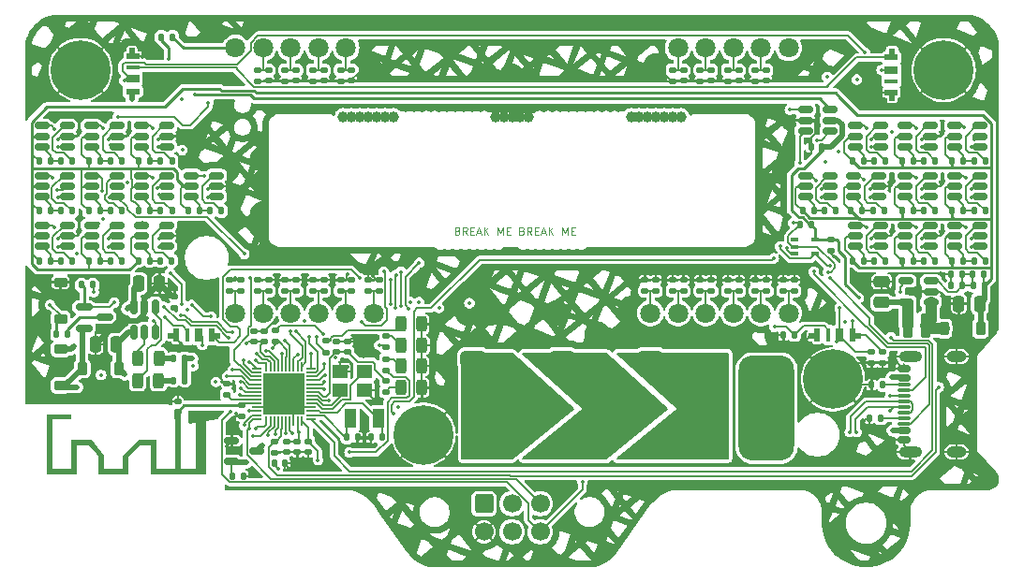
<source format=gbr>
%TF.GenerationSoftware,KiCad,Pcbnew,8.0.6*%
%TF.CreationDate,2024-12-15T00:33:14-05:00*%
%TF.ProjectId,VFDSAO,56464453-414f-42e6-9b69-6361645f7063,rev?*%
%TF.SameCoordinates,Original*%
%TF.FileFunction,Copper,L1,Top*%
%TF.FilePolarity,Positive*%
%FSLAX46Y46*%
G04 Gerber Fmt 4.6, Leading zero omitted, Abs format (unit mm)*
G04 Created by KiCad (PCBNEW 8.0.6) date 2024-12-15 00:33:14*
%MOMM*%
%LPD*%
G01*
G04 APERTURE LIST*
G04 Aperture macros list*
%AMRoundRect*
0 Rectangle with rounded corners*
0 $1 Rounding radius*
0 $2 $3 $4 $5 $6 $7 $8 $9 X,Y pos of 4 corners*
0 Add a 4 corners polygon primitive as box body*
4,1,4,$2,$3,$4,$5,$6,$7,$8,$9,$2,$3,0*
0 Add four circle primitives for the rounded corners*
1,1,$1+$1,$2,$3*
1,1,$1+$1,$4,$5*
1,1,$1+$1,$6,$7*
1,1,$1+$1,$8,$9*
0 Add four rect primitives between the rounded corners*
20,1,$1+$1,$2,$3,$4,$5,0*
20,1,$1+$1,$4,$5,$6,$7,0*
20,1,$1+$1,$6,$7,$8,$9,0*
20,1,$1+$1,$8,$9,$2,$3,0*%
%AMFreePoly0*
4,1,21,0.278536,0.603536,0.280000,0.600000,0.280000,-0.600000,0.278536,-0.603536,0.275000,-0.605000,-0.275000,-0.605000,-0.278536,-0.603536,-0.280000,-0.600000,-0.280000,-0.205000,-0.725000,-0.205000,-0.728536,-0.203536,-0.730000,-0.200000,-0.730000,0.350000,-0.728536,0.353536,-0.725000,0.355000,-0.280000,0.355000,-0.280000,0.600000,-0.278536,0.603536,-0.275000,0.605000,0.275000,0.605000,
0.278536,0.603536,0.278536,0.603536,$1*%
%AMFreePoly1*
4,1,21,0.278536,0.603536,0.280000,0.600000,0.280000,0.355000,0.725000,0.355000,0.728536,0.353536,0.730000,0.350000,0.730000,-0.200000,0.728536,-0.203536,0.725000,-0.205000,0.280000,-0.205000,0.280000,-0.600000,0.278536,-0.603536,0.275000,-0.605000,-0.275000,-0.605000,-0.278536,-0.603536,-0.280000,-0.600000,-0.280000,0.600000,-0.278536,0.603536,-0.275000,0.605000,0.275000,0.605000,
0.278536,0.603536,0.278536,0.603536,$1*%
G04 Aperture macros list end*
%ADD10C,0.100000*%
%TA.AperFunction,NonConductor*%
%ADD11C,0.100000*%
%TD*%
%TA.AperFunction,EtchedComponent*%
%ADD12C,0.200000*%
%TD*%
%TA.AperFunction,EtchedComponent*%
%ADD13C,0.000000*%
%TD*%
%TA.AperFunction,SMDPad,CuDef*%
%ADD14RoundRect,0.150000X-0.512500X-0.150000X0.512500X-0.150000X0.512500X0.150000X-0.512500X0.150000X0*%
%TD*%
%TA.AperFunction,SMDPad,CuDef*%
%ADD15RoundRect,0.135000X-0.135000X-0.185000X0.135000X-0.185000X0.135000X0.185000X-0.135000X0.185000X0*%
%TD*%
%TA.AperFunction,SMDPad,CuDef*%
%ADD16RoundRect,0.140000X0.170000X-0.140000X0.170000X0.140000X-0.170000X0.140000X-0.170000X-0.140000X0*%
%TD*%
%TA.AperFunction,SMDPad,CuDef*%
%ADD17RoundRect,0.135000X0.135000X0.185000X-0.135000X0.185000X-0.135000X-0.185000X0.135000X-0.185000X0*%
%TD*%
%TA.AperFunction,SMDPad,CuDef*%
%ADD18RoundRect,0.381000X-0.762000X-0.381000X0.762000X-0.381000X0.762000X0.381000X-0.762000X0.381000X0*%
%TD*%
%TA.AperFunction,SMDPad,CuDef*%
%ADD19RoundRect,0.135000X0.185000X-0.135000X0.185000X0.135000X-0.185000X0.135000X-0.185000X-0.135000X0*%
%TD*%
%TA.AperFunction,SMDPad,CuDef*%
%ADD20RoundRect,0.150000X0.425000X-0.150000X0.425000X0.150000X-0.425000X0.150000X-0.425000X-0.150000X0*%
%TD*%
%TA.AperFunction,SMDPad,CuDef*%
%ADD21RoundRect,0.075000X0.500000X-0.075000X0.500000X0.075000X-0.500000X0.075000X-0.500000X-0.075000X0*%
%TD*%
%TA.AperFunction,ComponentPad*%
%ADD22O,2.100000X1.000000*%
%TD*%
%TA.AperFunction,ComponentPad*%
%ADD23O,1.800000X1.000000*%
%TD*%
%TA.AperFunction,SMDPad,CuDef*%
%ADD24RoundRect,0.140000X-0.170000X0.140000X-0.170000X-0.140000X0.170000X-0.140000X0.170000X0.140000X0*%
%TD*%
%TA.AperFunction,ComponentPad*%
%ADD25C,1.800000*%
%TD*%
%TA.AperFunction,SMDPad,CuDef*%
%ADD26RoundRect,0.212500X-0.212500X-0.887500X0.212500X-0.887500X0.212500X0.887500X-0.212500X0.887500X0*%
%TD*%
%TA.AperFunction,SMDPad,CuDef*%
%ADD27RoundRect,0.135000X-0.185000X0.135000X-0.185000X-0.135000X0.185000X-0.135000X0.185000X0.135000X0*%
%TD*%
%TA.AperFunction,ComponentPad*%
%ADD28C,5.400000*%
%TD*%
%TA.AperFunction,SMDPad,CuDef*%
%ADD29R,1.400000X1.200000*%
%TD*%
%TA.AperFunction,SMDPad,CuDef*%
%ADD30RoundRect,0.225000X0.375000X-0.225000X0.375000X0.225000X-0.375000X0.225000X-0.375000X-0.225000X0*%
%TD*%
%TA.AperFunction,SMDPad,CuDef*%
%ADD31RoundRect,0.243750X-0.243750X-0.456250X0.243750X-0.456250X0.243750X0.456250X-0.243750X0.456250X0*%
%TD*%
%TA.AperFunction,SMDPad,CuDef*%
%ADD32RoundRect,0.140000X0.140000X0.170000X-0.140000X0.170000X-0.140000X-0.170000X0.140000X-0.170000X0*%
%TD*%
%TA.AperFunction,SMDPad,CuDef*%
%ADD33RoundRect,0.050000X0.350000X0.050000X-0.350000X0.050000X-0.350000X-0.050000X0.350000X-0.050000X0*%
%TD*%
%TA.AperFunction,SMDPad,CuDef*%
%ADD34RoundRect,0.050000X0.050000X0.350000X-0.050000X0.350000X-0.050000X-0.350000X0.050000X-0.350000X0*%
%TD*%
%TA.AperFunction,HeatsinkPad*%
%ADD35R,3.700000X3.700000*%
%TD*%
%TA.AperFunction,SMDPad,CuDef*%
%ADD36RoundRect,0.243750X0.243750X0.456250X-0.243750X0.456250X-0.243750X-0.456250X0.243750X-0.456250X0*%
%TD*%
%TA.AperFunction,SMDPad,CuDef*%
%ADD37RoundRect,0.150000X0.512500X0.150000X-0.512500X0.150000X-0.512500X-0.150000X0.512500X-0.150000X0*%
%TD*%
%TA.AperFunction,SMDPad,CuDef*%
%ADD38R,1.000000X1.800000*%
%TD*%
%TA.AperFunction,SMDPad,CuDef*%
%ADD39RoundRect,0.150000X-0.587500X-0.150000X0.587500X-0.150000X0.587500X0.150000X-0.587500X0.150000X0*%
%TD*%
%TA.AperFunction,SMDPad,CuDef*%
%ADD40FreePoly0,90.000000*%
%TD*%
%TA.AperFunction,SMDPad,CuDef*%
%ADD41R,1.200000X0.700000*%
%TD*%
%TA.AperFunction,SMDPad,CuDef*%
%ADD42R,1.200000X0.450000*%
%TD*%
%TA.AperFunction,SMDPad,CuDef*%
%ADD43FreePoly1,90.000000*%
%TD*%
%TA.AperFunction,SMDPad,CuDef*%
%ADD44RoundRect,0.225000X0.225000X0.375000X-0.225000X0.375000X-0.225000X-0.375000X0.225000X-0.375000X0*%
%TD*%
%TA.AperFunction,SMDPad,CuDef*%
%ADD45RoundRect,0.250000X-0.250000X-0.475000X0.250000X-0.475000X0.250000X0.475000X-0.250000X0.475000X0*%
%TD*%
%TA.AperFunction,SMDPad,CuDef*%
%ADD46RoundRect,0.100000X-0.225000X-0.100000X0.225000X-0.100000X0.225000X0.100000X-0.225000X0.100000X0*%
%TD*%
%TA.AperFunction,SMDPad,CuDef*%
%ADD47FreePoly0,270.000000*%
%TD*%
%TA.AperFunction,SMDPad,CuDef*%
%ADD48FreePoly1,270.000000*%
%TD*%
%TA.AperFunction,SMDPad,CuDef*%
%ADD49RoundRect,0.140000X-0.140000X-0.170000X0.140000X-0.170000X0.140000X0.170000X-0.140000X0.170000X0*%
%TD*%
%TA.AperFunction,SMDPad,CuDef*%
%ADD50RoundRect,0.150000X-0.150000X0.512500X-0.150000X-0.512500X0.150000X-0.512500X0.150000X0.512500X0*%
%TD*%
%TA.AperFunction,SMDPad,CuDef*%
%ADD51RoundRect,0.250000X0.250000X0.475000X-0.250000X0.475000X-0.250000X-0.475000X0.250000X-0.475000X0*%
%TD*%
%TA.AperFunction,SMDPad,CuDef*%
%ADD52RoundRect,0.225000X-0.225000X-0.375000X0.225000X-0.375000X0.225000X0.375000X-0.225000X0.375000X0*%
%TD*%
%TA.AperFunction,SMDPad,CuDef*%
%ADD53RoundRect,1.250000X-1.250000X-3.500000X1.250000X-3.500000X1.250000X3.500000X-1.250000X3.500000X0*%
%TD*%
%TA.AperFunction,SMDPad,CuDef*%
%ADD54RoundRect,0.250000X0.475000X-0.250000X0.475000X0.250000X-0.475000X0.250000X-0.475000X-0.250000X0*%
%TD*%
%TA.AperFunction,SMDPad,CuDef*%
%ADD55FreePoly0,180.000000*%
%TD*%
%TA.AperFunction,SMDPad,CuDef*%
%ADD56R,0.700000X1.200000*%
%TD*%
%TA.AperFunction,SMDPad,CuDef*%
%ADD57R,0.450000X1.200000*%
%TD*%
%TA.AperFunction,SMDPad,CuDef*%
%ADD58FreePoly1,180.000000*%
%TD*%
%TA.AperFunction,ComponentPad*%
%ADD59RoundRect,0.250000X-0.600000X0.600000X-0.600000X-0.600000X0.600000X-0.600000X0.600000X0.600000X0*%
%TD*%
%TA.AperFunction,ComponentPad*%
%ADD60C,1.700000*%
%TD*%
%TA.AperFunction,ConnectorPad*%
%ADD61R,0.500000X0.500000*%
%TD*%
%TA.AperFunction,ComponentPad*%
%ADD62R,0.900000X0.500000*%
%TD*%
%TA.AperFunction,ViaPad*%
%ADD63C,0.350000*%
%TD*%
%TA.AperFunction,ViaPad*%
%ADD64C,1.000000*%
%TD*%
%TA.AperFunction,Conductor*%
%ADD65C,0.150000*%
%TD*%
%TA.AperFunction,Conductor*%
%ADD66C,0.500000*%
%TD*%
%TA.AperFunction,Conductor*%
%ADD67C,0.250000*%
%TD*%
%TA.AperFunction,Conductor*%
%ADD68C,0.200000*%
%TD*%
%TA.AperFunction,Conductor*%
%ADD69C,1.000000*%
%TD*%
G04 APERTURE END LIST*
D10*
D11*
X95065789Y-79542466D02*
X95165789Y-79575800D01*
X95165789Y-79575800D02*
X95199122Y-79609133D01*
X95199122Y-79609133D02*
X95232455Y-79675800D01*
X95232455Y-79675800D02*
X95232455Y-79775800D01*
X95232455Y-79775800D02*
X95199122Y-79842466D01*
X95199122Y-79842466D02*
X95165789Y-79875800D01*
X95165789Y-79875800D02*
X95099122Y-79909133D01*
X95099122Y-79909133D02*
X94832455Y-79909133D01*
X94832455Y-79909133D02*
X94832455Y-79209133D01*
X94832455Y-79209133D02*
X95065789Y-79209133D01*
X95065789Y-79209133D02*
X95132455Y-79242466D01*
X95132455Y-79242466D02*
X95165789Y-79275800D01*
X95165789Y-79275800D02*
X95199122Y-79342466D01*
X95199122Y-79342466D02*
X95199122Y-79409133D01*
X95199122Y-79409133D02*
X95165789Y-79475800D01*
X95165789Y-79475800D02*
X95132455Y-79509133D01*
X95132455Y-79509133D02*
X95065789Y-79542466D01*
X95065789Y-79542466D02*
X94832455Y-79542466D01*
X95932455Y-79909133D02*
X95699122Y-79575800D01*
X95532455Y-79909133D02*
X95532455Y-79209133D01*
X95532455Y-79209133D02*
X95799122Y-79209133D01*
X95799122Y-79209133D02*
X95865789Y-79242466D01*
X95865789Y-79242466D02*
X95899122Y-79275800D01*
X95899122Y-79275800D02*
X95932455Y-79342466D01*
X95932455Y-79342466D02*
X95932455Y-79442466D01*
X95932455Y-79442466D02*
X95899122Y-79509133D01*
X95899122Y-79509133D02*
X95865789Y-79542466D01*
X95865789Y-79542466D02*
X95799122Y-79575800D01*
X95799122Y-79575800D02*
X95532455Y-79575800D01*
X96232455Y-79542466D02*
X96465789Y-79542466D01*
X96565789Y-79909133D02*
X96232455Y-79909133D01*
X96232455Y-79909133D02*
X96232455Y-79209133D01*
X96232455Y-79209133D02*
X96565789Y-79209133D01*
X96832455Y-79709133D02*
X97165788Y-79709133D01*
X96765788Y-79909133D02*
X96999122Y-79209133D01*
X96999122Y-79209133D02*
X97232455Y-79909133D01*
X97465788Y-79909133D02*
X97465788Y-79209133D01*
X97865788Y-79909133D02*
X97565788Y-79509133D01*
X97865788Y-79209133D02*
X97465788Y-79609133D01*
X98699121Y-79909133D02*
X98699121Y-79209133D01*
X98699121Y-79209133D02*
X98932455Y-79709133D01*
X98932455Y-79709133D02*
X99165788Y-79209133D01*
X99165788Y-79209133D02*
X99165788Y-79909133D01*
X99499121Y-79542466D02*
X99732455Y-79542466D01*
X99832455Y-79909133D02*
X99499121Y-79909133D01*
X99499121Y-79909133D02*
X99499121Y-79209133D01*
X99499121Y-79209133D02*
X99832455Y-79209133D01*
X100899121Y-79542466D02*
X100999121Y-79575800D01*
X100999121Y-79575800D02*
X101032454Y-79609133D01*
X101032454Y-79609133D02*
X101065787Y-79675800D01*
X101065787Y-79675800D02*
X101065787Y-79775800D01*
X101065787Y-79775800D02*
X101032454Y-79842466D01*
X101032454Y-79842466D02*
X100999121Y-79875800D01*
X100999121Y-79875800D02*
X100932454Y-79909133D01*
X100932454Y-79909133D02*
X100665787Y-79909133D01*
X100665787Y-79909133D02*
X100665787Y-79209133D01*
X100665787Y-79209133D02*
X100899121Y-79209133D01*
X100899121Y-79209133D02*
X100965787Y-79242466D01*
X100965787Y-79242466D02*
X100999121Y-79275800D01*
X100999121Y-79275800D02*
X101032454Y-79342466D01*
X101032454Y-79342466D02*
X101032454Y-79409133D01*
X101032454Y-79409133D02*
X100999121Y-79475800D01*
X100999121Y-79475800D02*
X100965787Y-79509133D01*
X100965787Y-79509133D02*
X100899121Y-79542466D01*
X100899121Y-79542466D02*
X100665787Y-79542466D01*
X101765787Y-79909133D02*
X101532454Y-79575800D01*
X101365787Y-79909133D02*
X101365787Y-79209133D01*
X101365787Y-79209133D02*
X101632454Y-79209133D01*
X101632454Y-79209133D02*
X101699121Y-79242466D01*
X101699121Y-79242466D02*
X101732454Y-79275800D01*
X101732454Y-79275800D02*
X101765787Y-79342466D01*
X101765787Y-79342466D02*
X101765787Y-79442466D01*
X101765787Y-79442466D02*
X101732454Y-79509133D01*
X101732454Y-79509133D02*
X101699121Y-79542466D01*
X101699121Y-79542466D02*
X101632454Y-79575800D01*
X101632454Y-79575800D02*
X101365787Y-79575800D01*
X102065787Y-79542466D02*
X102299121Y-79542466D01*
X102399121Y-79909133D02*
X102065787Y-79909133D01*
X102065787Y-79909133D02*
X102065787Y-79209133D01*
X102065787Y-79209133D02*
X102399121Y-79209133D01*
X102665787Y-79709133D02*
X102999120Y-79709133D01*
X102599120Y-79909133D02*
X102832454Y-79209133D01*
X102832454Y-79209133D02*
X103065787Y-79909133D01*
X103299120Y-79909133D02*
X103299120Y-79209133D01*
X103699120Y-79909133D02*
X103399120Y-79509133D01*
X103699120Y-79209133D02*
X103299120Y-79609133D01*
X104532453Y-79909133D02*
X104532453Y-79209133D01*
X104532453Y-79209133D02*
X104765787Y-79709133D01*
X104765787Y-79709133D02*
X104999120Y-79209133D01*
X104999120Y-79209133D02*
X104999120Y-79909133D01*
X105332453Y-79542466D02*
X105565787Y-79542466D01*
X105665787Y-79909133D02*
X105332453Y-79909133D01*
X105332453Y-79909133D02*
X105332453Y-79209133D01*
X105332453Y-79209133D02*
X105665787Y-79209133D01*
D12*
%TO.C,J14*%
X105500000Y-95650000D02*
X100000000Y-100150000D01*
X95500000Y-100150000D01*
X95500000Y-90650000D01*
X100000000Y-90650000D01*
X105500000Y-95650000D01*
%TA.AperFunction,EtchedComponent*%
G36*
X105500000Y-95650000D02*
G01*
X100000000Y-100150000D01*
X95500000Y-100150000D01*
X95500000Y-90650000D01*
X100000000Y-90650000D01*
X105500000Y-95650000D01*
G37*
%TD.AperFunction*%
X119500000Y-100150000D02*
X109500000Y-100150000D01*
X115000000Y-95650000D01*
X109500000Y-90650000D01*
X119500000Y-90650000D01*
X119500000Y-100150000D01*
%TA.AperFunction,EtchedComponent*%
G36*
X119500000Y-100150000D02*
G01*
X109500000Y-100150000D01*
X115000000Y-95650000D01*
X109500000Y-90650000D01*
X119500000Y-90650000D01*
X119500000Y-100150000D01*
G37*
%TD.AperFunction*%
X114000000Y-95670270D02*
X108500000Y-100170270D01*
X101000000Y-100150000D01*
X106500000Y-95670270D01*
X101000000Y-90670270D01*
X108500000Y-90650000D01*
X114000000Y-95670270D01*
%TA.AperFunction,EtchedComponent*%
G36*
X114000000Y-95670270D02*
G01*
X108500000Y-100170270D01*
X101000000Y-100150000D01*
X106500000Y-95670270D01*
X101000000Y-90670270D01*
X108500000Y-90650000D01*
X114000000Y-95670270D01*
G37*
%TD.AperFunction*%
D13*
%TA.AperFunction,EtchedComponent*%
%TO.C,AE11*%
G36*
X72350000Y-101605000D02*
G01*
X67350000Y-101605000D01*
X67350000Y-98965000D01*
X66350000Y-98965000D01*
X65850000Y-99465000D01*
X65350000Y-99965000D01*
X65350000Y-101605000D01*
X62650000Y-101605000D01*
X62650000Y-99975000D01*
X62250000Y-99465000D01*
X61800000Y-98965000D01*
X60650000Y-98965000D01*
X60650000Y-101605000D01*
X57950000Y-101605000D01*
X57950000Y-96165000D01*
X60150000Y-96165000D01*
X60150000Y-96615000D01*
X58450000Y-96615000D01*
X58450000Y-101105000D01*
X60150000Y-101105000D01*
X60150000Y-98465000D01*
X62050000Y-98465000D01*
X63150000Y-99865000D01*
X63150000Y-100475000D01*
X63150000Y-101105000D01*
X64850000Y-101105000D01*
X64850000Y-99865000D01*
X65550000Y-99165000D01*
X66250000Y-98465000D01*
X67850000Y-98465000D01*
X67850000Y-101105000D01*
X69550000Y-101105000D01*
X69550000Y-96205000D01*
X70050000Y-96205000D01*
X70050000Y-101105000D01*
X71450000Y-101105000D01*
X71450000Y-96463158D01*
X71751778Y-96463158D01*
X71760218Y-96511417D01*
X71777112Y-96543643D01*
X71812372Y-96576313D01*
X71857682Y-96596408D01*
X71907267Y-96602982D01*
X71955353Y-96595092D01*
X71988245Y-96578186D01*
X72023185Y-96541416D01*
X72042847Y-96496622D01*
X72047583Y-96448215D01*
X72037742Y-96400605D01*
X72013674Y-96358203D01*
X71975731Y-96325419D01*
X71967819Y-96321065D01*
X71925156Y-96308957D01*
X71876637Y-96309700D01*
X71831122Y-96322600D01*
X71812511Y-96333213D01*
X71778868Y-96368447D01*
X71758309Y-96413632D01*
X71751778Y-96463158D01*
X71450000Y-96463158D01*
X71450000Y-96205000D01*
X72350000Y-96205000D01*
X72350000Y-96448215D01*
X72350000Y-101605000D01*
G37*
%TD.AperFunction*%
%TD*%
D14*
%TO.P,Q61,1,G*%
%TO.N,/3v3_G2*%
X62000000Y-79050000D03*
%TO.P,Q61,2,S*%
%TO.N,+24V*%
X62000000Y-80000000D03*
%TO.P,Q61,3,G*%
%TO.N,Net-(Q61B-G)*%
X62000000Y-80950000D03*
%TO.P,Q61,4,D*%
%TO.N,/AnodeGateDrive9/OUT*%
X64275000Y-80950000D03*
%TO.P,Q61,5,S*%
%TO.N,GND*%
X64275000Y-80000000D03*
%TO.P,Q61,6,D*%
%TO.N,Net-(Q61A-D)*%
X64275000Y-79050000D03*
%TD*%
D15*
%TO.P,R76,1*%
%TO.N,+24V*%
X61740000Y-82250000D03*
%TO.P,R76,2*%
%TO.N,Net-(Q61B-G)*%
X62760000Y-82250000D03*
%TD*%
D16*
%TO.P,C32,1*%
%TO.N,+3V3*%
X77600000Y-89580000D03*
%TO.P,C32,2*%
%TO.N,GND*%
X77600000Y-88620000D03*
%TD*%
D17*
%TO.P,R15,1*%
%TO.N,/FIL_SUP*%
X127010000Y-79000000D03*
%TO.P,R15,2*%
%TO.N,/FIL_DRIVE_A*%
X125990000Y-79000000D03*
%TD*%
D18*
%TO.P,J14,1,Pin_1*%
%TO.N,/TOUCH1*%
X96500000Y-91150000D03*
%TO.P,J14,2,Pin_2*%
%TO.N,/TOUCH2*%
X104500000Y-91150000D03*
%TO.P,J14,3,Pin_3*%
%TO.N,/TOUCH3*%
X112500000Y-91150000D03*
%TD*%
D15*
%TO.P,R84,1*%
%TO.N,+24V*%
X130740000Y-82250000D03*
%TO.P,R84,2*%
%TO.N,Net-(Q69B-G)*%
X131760000Y-82250000D03*
%TD*%
D17*
%TO.P,R37,1*%
%TO.N,Net-(Q57A-D)*%
X69260000Y-77750000D03*
%TO.P,R37,2*%
%TO.N,Net-(Q57B-G)*%
X68240000Y-77750000D03*
%TD*%
D14*
%TO.P,Q65,1,G*%
%TO.N,/3v3_G6*%
X61995000Y-74550000D03*
%TO.P,Q65,2,S*%
%TO.N,+24V*%
X61995000Y-75500000D03*
%TO.P,Q65,3,G*%
%TO.N,Net-(Q65B-G)*%
X61995000Y-76450000D03*
%TO.P,Q65,4,D*%
%TO.N,/AnodeGateDrive13/OUT*%
X64270000Y-76450000D03*
%TO.P,Q65,5,S*%
%TO.N,GND*%
X64270000Y-75500000D03*
%TO.P,Q65,6,D*%
%TO.N,Net-(Q65A-D)*%
X64270000Y-74550000D03*
%TD*%
D15*
%TO.P,R83,1*%
%TO.N,+24V*%
X139740000Y-77750000D03*
%TO.P,R83,2*%
%TO.N,Net-(Q68B-G)*%
X140760000Y-77750000D03*
%TD*%
D19*
%TO.P,R62,1*%
%TO.N,/AnodeGateDrive17/OUT*%
X120500000Y-85010000D03*
%TO.P,R62,2*%
%TO.N,GND*%
X120500000Y-83990000D03*
%TD*%
D20*
%TO.P,J11,A1,GND*%
%TO.N,GND*%
X135400000Y-98450000D03*
%TO.P,J11,A4,VBUS*%
%TO.N,+5V*%
X135400000Y-97650000D03*
D21*
%TO.P,J11,A5,CC1*%
%TO.N,Net-(J11-CC1)*%
X135400000Y-96500000D03*
%TO.P,J11,A6,D+*%
%TO.N,/USB+*%
X135400000Y-95500000D03*
%TO.P,J11,A7,D-*%
%TO.N,/USB-*%
X135400000Y-95000000D03*
%TO.P,J11,A8,SBU1*%
%TO.N,/3v3_G12*%
X135400000Y-94000000D03*
D20*
%TO.P,J11,A9,VBUS*%
%TO.N,+5V*%
X135400000Y-92850000D03*
%TO.P,J11,A12,GND*%
%TO.N,GND*%
X135400000Y-92050000D03*
%TO.P,J11,B1,GND*%
X135400000Y-92050000D03*
%TO.P,J11,B4,VBUS*%
%TO.N,+5V*%
X135400000Y-92850000D03*
D21*
%TO.P,J11,B5,CC2*%
%TO.N,Net-(J11-CC2)*%
X135400000Y-93500000D03*
%TO.P,J11,B6,D+*%
%TO.N,/USB+*%
X135400000Y-94500000D03*
%TO.P,J11,B7,D-*%
%TO.N,/USB-*%
X135400000Y-96000000D03*
%TO.P,J11,B8,SBU2*%
%TO.N,/3v3_G9*%
X135400000Y-97000000D03*
D20*
%TO.P,J11,B9,VBUS*%
%TO.N,+5V*%
X135400000Y-97650000D03*
%TO.P,J11,B12,GND*%
%TO.N,GND*%
X135400000Y-98450000D03*
D22*
%TO.P,J11,S1,SHIELD*%
X135975000Y-99570000D03*
D23*
X140155000Y-99570000D03*
D22*
X135975000Y-90930000D03*
D23*
X140155000Y-90930000D03*
%TD*%
D24*
%TO.P,C27,1*%
%TO.N,/RGB_SUP*%
X132500000Y-90520000D03*
%TO.P,C27,2*%
%TO.N,GND*%
X132500000Y-91480000D03*
%TD*%
%TO.P,C41,1*%
%TO.N,/AnodeGateDrive7/OUT*%
X123000000Y-65020000D03*
%TO.P,C41,2*%
%TO.N,GND*%
X123000000Y-65980000D03*
%TD*%
D15*
%TO.P,R72,1*%
%TO.N,+24V*%
X66240000Y-77750000D03*
%TO.P,R72,2*%
%TO.N,Net-(Q57B-G)*%
X67260000Y-77750000D03*
%TD*%
D16*
%TO.P,C43,1*%
%TO.N,/AnodeGateDrive9/OUT*%
X77000000Y-84980000D03*
%TO.P,C43,2*%
%TO.N,GND*%
X77000000Y-84020000D03*
%TD*%
D25*
%TO.P,D25,1,F+*%
%TO.N,/F+*%
X75000000Y-63000000D03*
%TO.P,D25,2,d*%
%TO.N,/AnodeGateDrive3/OUT*%
X77500000Y-63000000D03*
%TO.P,D25,3,e*%
%TO.N,/AnodeGateDrive4/OUT*%
X80000000Y-63000000D03*
%TO.P,D25,4,g*%
%TO.N,/AnodeGateDrive6/OUT*%
X82500000Y-63000000D03*
%TO.P,D25,5,f*%
%TO.N,/AnodeGateDrive5/OUT*%
X85000000Y-63000000D03*
%TO.P,D25,6,a*%
%TO.N,/AnodeGateDrive/OUT*%
X115000000Y-63000000D03*
%TO.P,D25,7,b*%
%TO.N,/AnodeGateDrive1/OUT*%
X117500000Y-63000000D03*
%TO.P,D25,8,c*%
%TO.N,/AnodeGateDrive2/OUT*%
X120000000Y-63000000D03*
%TO.P,D25,9,dp*%
%TO.N,/AnodeGateDrive7/OUT*%
X122500000Y-63000000D03*
%TO.P,D25,10,GND*%
%TO.N,/F-*%
X125000000Y-63000000D03*
%TO.P,D25,11,G12*%
%TO.N,/AnodeGateDrive19/OUT*%
X125000000Y-87000000D03*
%TO.P,D25,12,G11*%
%TO.N,/AnodeGateDrive18/OUT*%
X122500000Y-87000000D03*
%TO.P,D25,13,G10*%
%TO.N,/AnodeGateDrive17/OUT*%
X120000000Y-87000000D03*
%TO.P,D25,14,G9*%
%TO.N,/AnodeGateDrive16/OUT*%
X117500000Y-87000000D03*
%TO.P,D25,15,G8*%
%TO.N,/AnodeGateDrive15/OUT*%
X115000000Y-87000000D03*
%TO.P,D25,16,G7*%
%TO.N,/AnodeGateDrive14/OUT*%
X112500000Y-87000000D03*
%TO.P,D25,17,G6*%
%TO.N,/AnodeGateDrive13/OUT*%
X87500000Y-87000000D03*
%TO.P,D25,18,G5*%
%TO.N,/AnodeGateDrive12/OUT*%
X85000000Y-87000000D03*
%TO.P,D25,19,G4*%
%TO.N,/AnodeGateDrive11/OUT*%
X82500000Y-87000000D03*
%TO.P,D25,20,G3*%
%TO.N,/AnodeGateDrive10/OUT*%
X80000000Y-87000000D03*
%TO.P,D25,21,G2*%
%TO.N,/AnodeGateDrive9/OUT*%
X77500000Y-87000000D03*
%TO.P,D25,22,G1*%
%TO.N,/AnodeGateDrive8/OUT*%
X75000000Y-87000000D03*
%TD*%
D14*
%TO.P,Q54,1,G*%
%TO.N,/3v3_AN_C*%
X135500000Y-70050000D03*
%TO.P,Q54,2,S*%
%TO.N,+24V*%
X135500000Y-71000000D03*
%TO.P,Q54,3,G*%
%TO.N,Net-(Q54B-G)*%
X135500000Y-71950000D03*
%TO.P,Q54,4,D*%
%TO.N,/AnodeGateDrive2/OUT*%
X137775000Y-71950000D03*
%TO.P,Q54,5,S*%
%TO.N,GND*%
X137775000Y-71000000D03*
%TO.P,Q54,6,D*%
%TO.N,Net-(Q54A-D)*%
X137775000Y-70050000D03*
%TD*%
D17*
%TO.P,R51,1*%
%TO.N,Net-(Q64A-D)*%
X60260000Y-77750000D03*
%TO.P,R51,2*%
%TO.N,Net-(Q64B-G)*%
X59240000Y-77750000D03*
%TD*%
D26*
%TO.P,L11,1,1*%
%TO.N,VCC*%
X135750000Y-88100000D03*
%TO.P,L11,2,2*%
%TO.N,Net-(D23-A)*%
X137400000Y-88100000D03*
%TD*%
D17*
%TO.P,R35,1*%
%TO.N,Net-(Q56A-D)*%
X64760000Y-73250000D03*
%TO.P,R35,2*%
%TO.N,Net-(Q56B-G)*%
X63740000Y-73250000D03*
%TD*%
%TO.P,R43,1*%
%TO.N,Net-(Q60A-D)*%
X60260000Y-82250000D03*
%TO.P,R43,2*%
%TO.N,Net-(Q60B-G)*%
X59240000Y-82250000D03*
%TD*%
%TO.P,R53,1*%
%TO.N,Net-(Q65A-D)*%
X64755000Y-77750000D03*
%TO.P,R53,2*%
%TO.N,Net-(Q65B-G)*%
X63735000Y-77750000D03*
%TD*%
D27*
%TO.P,R40,1*%
%TO.N,/AnodeGateDrive6/OUT*%
X82000000Y-64990000D03*
%TO.P,R40,2*%
%TO.N,GND*%
X82000000Y-66010000D03*
%TD*%
D28*
%TO.P,H11,1,1*%
%TO.N,GND*%
X92000000Y-98000000D03*
%TD*%
D29*
%TO.P,Y12,1,1*%
%TO.N,Net-(U15-OSC_OUT)*%
X84450000Y-94000000D03*
%TO.P,Y12,2,2*%
%TO.N,GND*%
X86650000Y-94000000D03*
%TO.P,Y12,3,3*%
%TO.N,Net-(U15-OSC_IN)*%
X86650000Y-92300000D03*
%TO.P,Y12,4,4*%
%TO.N,GND*%
X84450000Y-92300000D03*
%TD*%
D19*
%TO.P,R19,1*%
%TO.N,Net-(U14-PROG)*%
X69500000Y-86510000D03*
%TO.P,R19,2*%
%TO.N,GND*%
X69500000Y-85490000D03*
%TD*%
D24*
%TO.P,C11,1*%
%TO.N,/FIL_SUP*%
X128800000Y-80370000D03*
%TO.P,C11,2*%
%TO.N,GND*%
X128800000Y-81330000D03*
%TD*%
%TO.P,C28,1*%
%TO.N,+3V3*%
X80600000Y-98620000D03*
%TO.P,C28,2*%
%TO.N,GND*%
X80600000Y-99580000D03*
%TD*%
D30*
%TO.P,D16,1,K*%
%TO.N,VCC*%
X59200000Y-93550000D03*
%TO.P,D16,2,A*%
%TO.N,+BATT*%
X59200000Y-90250000D03*
%TD*%
D19*
%TO.P,R50,1*%
%TO.N,/AnodeGateDrive11/OUT*%
X83000000Y-85010000D03*
%TO.P,R50,2*%
%TO.N,GND*%
X83000000Y-83990000D03*
%TD*%
%TO.P,R18,1*%
%TO.N,/BOOT1*%
X78600000Y-89610000D03*
%TO.P,R18,2*%
%TO.N,Net-(JP12-C)*%
X78600000Y-88590000D03*
%TD*%
D14*
%TO.P,Q57,1,G*%
%TO.N,/3v3_AN_F*%
X66500000Y-74550000D03*
%TO.P,Q57,2,S*%
%TO.N,+24V*%
X66500000Y-75500000D03*
%TO.P,Q57,3,G*%
%TO.N,Net-(Q57B-G)*%
X66500000Y-76450000D03*
%TO.P,Q57,4,D*%
%TO.N,/AnodeGateDrive5/OUT*%
X68775000Y-76450000D03*
%TO.P,Q57,5,S*%
%TO.N,GND*%
X68775000Y-75500000D03*
%TO.P,Q57,6,D*%
%TO.N,Net-(Q57A-D)*%
X68775000Y-74550000D03*
%TD*%
D17*
%TO.P,R63,1*%
%TO.N,Net-(Q70A-D)*%
X138260000Y-82250000D03*
%TO.P,R63,2*%
%TO.N,Net-(Q70B-G)*%
X137240000Y-82250000D03*
%TD*%
D14*
%TO.P,Q67,1,G*%
%TO.N,/3v3_G8*%
X135500000Y-74550000D03*
%TO.P,Q67,2,S*%
%TO.N,+24V*%
X135500000Y-75500000D03*
%TO.P,Q67,3,G*%
%TO.N,Net-(Q67B-G)*%
X135500000Y-76450000D03*
%TO.P,Q67,4,D*%
%TO.N,/AnodeGateDrive15/OUT*%
X137775000Y-76450000D03*
%TO.P,Q67,5,S*%
%TO.N,GND*%
X137775000Y-75500000D03*
%TO.P,Q67,6,D*%
%TO.N,Net-(Q67A-D)*%
X137775000Y-74550000D03*
%TD*%
D31*
%TO.P,D17,1,K*%
%TO.N,Net-(D17-K)*%
X66162500Y-93100000D03*
%TO.P,D17,2,A*%
%TO.N,Net-(D17-A)*%
X68037500Y-93100000D03*
%TD*%
D17*
%TO.P,R14,1*%
%TO.N,Net-(J11-CC1)*%
X133310000Y-96500000D03*
%TO.P,R14,2*%
%TO.N,GND*%
X132290000Y-96500000D03*
%TD*%
D19*
%TO.P,R64,1*%
%TO.N,/AnodeGateDrive18/OUT*%
X123000000Y-85010000D03*
%TO.P,R64,2*%
%TO.N,GND*%
X123000000Y-83990000D03*
%TD*%
D14*
%TO.P,Q62,1,G*%
%TO.N,/3v3_G3*%
X66480000Y-79050000D03*
%TO.P,Q62,2,S*%
%TO.N,+24V*%
X66480000Y-80000000D03*
%TO.P,Q62,3,G*%
%TO.N,Net-(Q62B-G)*%
X66480000Y-80950000D03*
%TO.P,Q62,4,D*%
%TO.N,/AnodeGateDrive10/OUT*%
X68755000Y-80950000D03*
%TO.P,Q62,5,S*%
%TO.N,GND*%
X68755000Y-80000000D03*
%TO.P,Q62,6,D*%
%TO.N,Net-(Q62A-D)*%
X68755000Y-79050000D03*
%TD*%
D32*
%TO.P,C12,1*%
%TO.N,/FIL_SUP*%
X127980000Y-72000000D03*
%TO.P,C12,2*%
%TO.N,GND*%
X127020000Y-72000000D03*
%TD*%
D33*
%TO.P,U15,1,PC13/TAMPER-RTC*%
%TO.N,/V_HI_EN*%
X81830000Y-96575000D03*
%TO.P,U15,2,PC14/OSC32_IN*%
%TO.N,Net-(U15-PC14{slash}OSC32_IN)*%
X81830000Y-96225000D03*
%TO.P,U15,3,PC15/OSC32_OUT*%
%TO.N,Net-(U15-PC15{slash}OSC32_OUT)*%
X81830000Y-95875000D03*
%TO.P,U15,4,VSSA*%
%TO.N,GND*%
X81830000Y-95525000D03*
%TO.P,U15,5,OSC_IN*%
%TO.N,Net-(U15-OSC_IN)*%
X81830000Y-95175000D03*
%TO.P,U15,6,OSC_OUT*%
%TO.N,Net-(U15-OSC_OUT)*%
X81830000Y-94825000D03*
%TO.P,U15,7,NRST*%
%TO.N,/RST*%
X81830000Y-94475000D03*
%TO.P,U15,8,VDDA*%
%TO.N,+3V3*%
X81830000Y-94125000D03*
%TO.P,U15,9,WKUP/ADC0/PA0*%
%TO.N,/TOUCH1*%
X81830000Y-93775000D03*
%TO.P,U15,10,ADC1/PA1*%
%TO.N,/TOUCH2*%
X81830000Y-93425000D03*
%TO.P,U15,11,ADC2/PA2*%
%TO.N,/TOUCH3*%
X81830000Y-93075000D03*
%TO.P,U15,12,ADC3/PA3*%
%TO.N,/TOUCH4*%
X81830000Y-92725000D03*
%TO.P,U15,13,ADC4/PA4*%
%TO.N,/3v3_G3*%
X81830000Y-92375000D03*
%TO.P,U15,14,ADC5/PA5*%
%TO.N,/3v3_G4*%
X81830000Y-92025000D03*
D34*
%TO.P,U15,15,ADC6/PA6*%
%TO.N,/3v3_G5*%
X80955000Y-91850000D03*
%TO.P,U15,16,ADC7/PA7*%
%TO.N,/3v3_G6*%
X80605000Y-91850000D03*
%TO.P,U15,17,ADC8/PB0*%
%TO.N,/3v3_G1*%
X80255000Y-91850000D03*
%TO.P,U15,18,ADC9/PB1*%
%TO.N,/3v3_G2*%
X79905000Y-91850000D03*
%TO.P,U15,19,BOOT1/PB2*%
%TO.N,/BOOT1*%
X79555000Y-91850000D03*
%TO.P,U15,20,PB10*%
%TO.N,/3v3_AN_C*%
X79205000Y-91850000D03*
%TO.P,U15,21,PB11*%
%TO.N,/3v3_AN_D*%
X78855000Y-91850000D03*
%TO.P,U15,22,VDD_VIO1*%
%TO.N,+3V3*%
X78505000Y-91850000D03*
%TO.P,U15,23,PB12*%
%TO.N,/3v3_AN_E*%
X78155000Y-91850000D03*
%TO.P,U15,24,PB13*%
%TO.N,/3v3_AN_F*%
X77805000Y-91850000D03*
D33*
%TO.P,U15,25,PB14*%
%TO.N,/3v3_AN_G*%
X76930000Y-92025000D03*
%TO.P,U15,26,PB15*%
%TO.N,/3v3_AN_DP*%
X76930000Y-92375000D03*
%TO.P,U15,27,PA8*%
%TO.N,/3v3_G7*%
X76930000Y-92725000D03*
%TO.P,U15,28,PA9*%
%TO.N,/3v3_G8*%
X76930000Y-93075000D03*
%TO.P,U15,29,PA10*%
%TO.N,/3v3_G10*%
X76930000Y-93425000D03*
%TO.P,U15,30,USB1_DM/PA11*%
%TO.N,/USB-*%
X76930000Y-93775000D03*
%TO.P,U15,31,USB1_DP/PA12*%
%TO.N,/USB+*%
X76930000Y-94125000D03*
%TO.P,U15,32,SWDIO/PA13*%
%TO.N,/3v3_G9*%
X76930000Y-94475000D03*
%TO.P,U15,33,VINTA*%
%TO.N,Net-(U15-VINTA)*%
X76930000Y-94825000D03*
%TO.P,U15,34,ANT*%
%TO.N,Net-(AE11-A)*%
X76930000Y-95175000D03*
%TO.P,U15,35,VSS_2*%
%TO.N,GND*%
X76930000Y-95525000D03*
%TO.P,U15,36,SWCLK/PA14*%
%TO.N,/3v3_G12*%
X76930000Y-95875000D03*
%TO.P,U15,37,PA15*%
%TO.N,/3v3_G11*%
X76930000Y-96225000D03*
%TO.P,U15,38,PB3*%
%TO.N,/BZ_3v3*%
X76930000Y-96575000D03*
D34*
%TO.P,U15,39,PB4*%
%TO.N,/FIL_DRIVE_A*%
X77805000Y-96750000D03*
%TO.P,U15,40,PB5*%
%TO.N,/FIL_DRIVE_B*%
X78155000Y-96750000D03*
%TO.P,U15,41,USB2_DM/PB6*%
%TO.N,/I2C_SCL*%
X78505000Y-96750000D03*
%TO.P,U15,42,USB2_DP/PB7*%
%TO.N,/I2C_SDA*%
X78855000Y-96750000D03*
%TO.P,U15,43,BOOT0*%
%TO.N,/BOOT0*%
X79205000Y-96750000D03*
%TO.P,U15,44,PB8*%
%TO.N,/3v3_AN_A*%
X79555000Y-96750000D03*
%TO.P,U15,45,PB9*%
%TO.N,/3v3_AN_B*%
X79905000Y-96750000D03*
%TO.P,U15,46,VSS_3*%
%TO.N,GND*%
X80255000Y-96750000D03*
%TO.P,U15,47,VDD_VIO3*%
%TO.N,+3V3*%
X80605000Y-96750000D03*
%TO.P,U15,48,VBAT*%
%TO.N,Net-(BTe11-+)*%
X80955000Y-96750000D03*
D35*
%TO.P,U15,49,EP-VSS*%
%TO.N,GND*%
X79380000Y-94300000D03*
%TD*%
D14*
%TO.P,Q56,1,G*%
%TO.N,/3v3_AN_E*%
X62000000Y-70050000D03*
%TO.P,Q56,2,S*%
%TO.N,+24V*%
X62000000Y-71000000D03*
%TO.P,Q56,3,G*%
%TO.N,Net-(Q56B-G)*%
X62000000Y-71950000D03*
%TO.P,Q56,4,D*%
%TO.N,/AnodeGateDrive4/OUT*%
X64275000Y-71950000D03*
%TO.P,Q56,5,S*%
%TO.N,GND*%
X64275000Y-71000000D03*
%TO.P,Q56,6,D*%
%TO.N,Net-(Q56A-D)*%
X64275000Y-70050000D03*
%TD*%
%TO.P,Q53,1,G*%
%TO.N,/3v3_AN_B*%
X131000000Y-70050000D03*
%TO.P,Q53,2,S*%
%TO.N,+24V*%
X131000000Y-71000000D03*
%TO.P,Q53,3,G*%
%TO.N,Net-(Q53B-G)*%
X131000000Y-71950000D03*
%TO.P,Q53,4,D*%
%TO.N,/AnodeGateDrive1/OUT*%
X133275000Y-71950000D03*
%TO.P,Q53,5,S*%
%TO.N,GND*%
X133275000Y-71000000D03*
%TO.P,Q53,6,D*%
%TO.N,Net-(Q53A-D)*%
X133275000Y-70050000D03*
%TD*%
D27*
%TO.P,R42,1*%
%TO.N,/AnodeGateDrive7/OUT*%
X122000000Y-64990000D03*
%TO.P,R42,2*%
%TO.N,GND*%
X122000000Y-66010000D03*
%TD*%
D17*
%TO.P,R33,1*%
%TO.N,Net-(Q55A-D)*%
X60260000Y-73250000D03*
%TO.P,R33,2*%
%TO.N,Net-(Q55B-G)*%
X59240000Y-73250000D03*
%TD*%
%TO.P,R65,1*%
%TO.N,Net-(Q71A-D)*%
X142760000Y-82250000D03*
%TO.P,R65,2*%
%TO.N,Net-(Q71B-G)*%
X141740000Y-82250000D03*
%TD*%
%TO.P,R45,1*%
%TO.N,Net-(Q61A-D)*%
X64760000Y-82250000D03*
%TO.P,R45,2*%
%TO.N,Net-(Q61B-G)*%
X63740000Y-82250000D03*
%TD*%
D15*
%TO.P,R75,1*%
%TO.N,+24V*%
X57240000Y-82250000D03*
%TO.P,R75,2*%
%TO.N,Net-(Q60B-G)*%
X58260000Y-82250000D03*
%TD*%
D36*
%TO.P,D12,1,K*%
%TO.N,GND*%
X91837500Y-91800000D03*
%TO.P,D12,2,A*%
%TO.N,Net-(D12-A)*%
X89962500Y-91800000D03*
%TD*%
D17*
%TO.P,R59,1*%
%TO.N,Net-(Q68A-D)*%
X142760000Y-77750000D03*
%TO.P,R59,2*%
%TO.N,Net-(Q68B-G)*%
X141740000Y-77750000D03*
%TD*%
%TO.P,R49,1*%
%TO.N,Net-(Q63A-D)*%
X69260000Y-73250000D03*
%TO.P,R49,2*%
%TO.N,Net-(Q63B-G)*%
X68240000Y-73250000D03*
%TD*%
D37*
%TO.P,U16,1,SW*%
%TO.N,Net-(D23-A)*%
X137862500Y-86000000D03*
%TO.P,U16,2,GND*%
%TO.N,GND*%
X137862500Y-85050000D03*
%TO.P,U16,3,FB*%
%TO.N,Net-(U16-FB)*%
X137862500Y-84100000D03*
%TO.P,U16,4,EN*%
%TO.N,/V_HI_EN*%
X135587500Y-84100000D03*
%TO.P,U16,5,IN*%
%TO.N,VCC*%
X135587500Y-86000000D03*
%TD*%
D17*
%TO.P,R20,1*%
%TO.N,/F+*%
X69319771Y-62028255D03*
%TO.P,R20,2*%
%TO.N,Net-(U13-OUT_A)*%
X68299771Y-62028255D03*
%TD*%
D15*
%TO.P,R79,1*%
%TO.N,+24V*%
X57240000Y-77750000D03*
%TO.P,R79,2*%
%TO.N,Net-(Q64B-G)*%
X58260000Y-77750000D03*
%TD*%
D14*
%TO.P,Q58,1,G*%
%TO.N,/3v3_AN_G*%
X70980000Y-74550000D03*
%TO.P,Q58,2,S*%
%TO.N,+24V*%
X70980000Y-75500000D03*
%TO.P,Q58,3,G*%
%TO.N,Net-(Q58B-G)*%
X70980000Y-76450000D03*
%TO.P,Q58,4,D*%
%TO.N,/AnodeGateDrive6/OUT*%
X73255000Y-76450000D03*
%TO.P,Q58,5,S*%
%TO.N,GND*%
X73255000Y-75500000D03*
%TO.P,Q58,6,D*%
%TO.N,Net-(Q58A-D)*%
X73255000Y-74550000D03*
%TD*%
D15*
%TO.P,R69,1*%
%TO.N,+24V*%
X135240000Y-73250000D03*
%TO.P,R69,2*%
%TO.N,Net-(Q54B-G)*%
X136260000Y-73250000D03*
%TD*%
D31*
%TO.P,D14,1,K*%
%TO.N,Net-(D14-K)*%
X66200000Y-91100000D03*
%TO.P,D14,2,A*%
%TO.N,Net-(D14-A)*%
X68075000Y-91100000D03*
%TD*%
D16*
%TO.P,C25,1*%
%TO.N,Net-(AE11-A)*%
X69800000Y-95930000D03*
%TO.P,C25,2*%
%TO.N,GND*%
X69800000Y-94970000D03*
%TD*%
D19*
%TO.P,R13,1*%
%TO.N,/FIL_DRIVE_A*%
X83150000Y-90550000D03*
%TO.P,R13,2*%
%TO.N,Net-(D11-A)*%
X83150000Y-89530000D03*
%TD*%
D14*
%TO.P,Q52,1,G*%
%TO.N,/3v3_AN_A*%
X126500000Y-74550000D03*
%TO.P,Q52,2,S*%
%TO.N,+24V*%
X126500000Y-75500000D03*
%TO.P,Q52,3,G*%
%TO.N,Net-(Q52B-G)*%
X126500000Y-76450000D03*
%TO.P,Q52,4,D*%
%TO.N,/AnodeGateDrive/OUT*%
X128775000Y-76450000D03*
%TO.P,Q52,5,S*%
%TO.N,GND*%
X128775000Y-75500000D03*
%TO.P,Q52,6,D*%
%TO.N,Net-(Q52A-D)*%
X128775000Y-74550000D03*
%TD*%
D19*
%TO.P,R46,1*%
%TO.N,/AnodeGateDrive9/OUT*%
X78000000Y-85010000D03*
%TO.P,R46,2*%
%TO.N,GND*%
X78000000Y-83990000D03*
%TD*%
D38*
%TO.P,Y11,1,1*%
%TO.N,Net-(U15-PC14{slash}OSC32_IN)*%
X85400000Y-96550000D03*
%TO.P,Y11,2,2*%
%TO.N,Net-(U15-PC15{slash}OSC32_OUT)*%
X87900000Y-96550000D03*
%TD*%
D39*
%TO.P,Q11,1,G*%
%TO.N,/BZ_3v3*%
X61312500Y-86450000D03*
%TO.P,Q11,2,S*%
%TO.N,VCC*%
X61312500Y-88350000D03*
%TO.P,Q11,3,D*%
%TO.N,Net-(Q11-D)*%
X63187500Y-87400000D03*
%TD*%
D19*
%TO.P,R56,1*%
%TO.N,/AnodeGateDrive14/OUT*%
X113000000Y-85010000D03*
%TO.P,R56,2*%
%TO.N,GND*%
X113000000Y-83990000D03*
%TD*%
D28*
%TO.P,H12,1,1*%
%TO.N,GND*%
X129000000Y-93000000D03*
%TD*%
D27*
%TO.P,R36,1*%
%TO.N,/AnodeGateDrive4/OUT*%
X79500000Y-64990000D03*
%TO.P,R36,2*%
%TO.N,GND*%
X79500000Y-66010000D03*
%TD*%
D24*
%TO.P,C34,1*%
%TO.N,/AnodeGateDrive/OUT*%
X115500000Y-65020000D03*
%TO.P,C34,2*%
%TO.N,GND*%
X115500000Y-65980000D03*
%TD*%
D17*
%TO.P,R17,1*%
%TO.N,+5V*%
X70410000Y-93100000D03*
%TO.P,R17,2*%
%TO.N,Net-(D17-A)*%
X69390000Y-93100000D03*
%TD*%
D24*
%TO.P,C31,1*%
%TO.N,+3V3*%
X79600000Y-98620000D03*
%TO.P,C31,2*%
%TO.N,GND*%
X79600000Y-99580000D03*
%TD*%
D40*
%TO.P,D22,1,DIN*%
%TO.N,Net-(D20-DOUT)*%
X65720000Y-66925000D03*
D41*
%TO.P,D22,2,VDD*%
%TO.N,/RGB_SUP*%
X65720000Y-65800000D03*
D42*
%TO.P,D22,3,DOUT*%
%TO.N,Net-(D22-DOUT)*%
X65720000Y-64775000D03*
D43*
%TO.P,D22,4,GND*%
%TO.N,GND*%
X65720000Y-63775000D03*
%TD*%
D15*
%TO.P,R82,1*%
%TO.N,+24V*%
X135240000Y-77750000D03*
%TO.P,R82,2*%
%TO.N,Net-(Q67B-G)*%
X136260000Y-77750000D03*
%TD*%
D19*
%TO.P,R52,1*%
%TO.N,/AnodeGateDrive12/OUT*%
X85500000Y-85010000D03*
%TO.P,R52,2*%
%TO.N,GND*%
X85500000Y-83990000D03*
%TD*%
D36*
%TO.P,D11,1,K*%
%TO.N,GND*%
X91837500Y-88000000D03*
%TO.P,D11,2,A*%
%TO.N,Net-(D11-A)*%
X89962500Y-88000000D03*
%TD*%
D44*
%TO.P,D23,1,K*%
%TO.N,+24V*%
X142325000Y-88400000D03*
%TO.P,D23,2,A*%
%TO.N,Net-(D23-A)*%
X139025000Y-88400000D03*
%TD*%
D27*
%TO.P,R30,1*%
%TO.N,/AnodeGateDrive1/OUT*%
X117000000Y-64990000D03*
%TO.P,R30,2*%
%TO.N,GND*%
X117000000Y-66010000D03*
%TD*%
D19*
%TO.P,R54,1*%
%TO.N,/AnodeGateDrive13/OUT*%
X88000000Y-85010000D03*
%TO.P,R54,2*%
%TO.N,GND*%
X88000000Y-83990000D03*
%TD*%
D17*
%TO.P,R25,1*%
%TO.N,+24V*%
X142685000Y-84500000D03*
%TO.P,R25,2*%
%TO.N,Net-(U16-FB)*%
X141665000Y-84500000D03*
%TD*%
D30*
%TO.P,D21,1,K*%
%TO.N,Net-(BZ11-+)*%
X59187500Y-87500000D03*
%TO.P,D21,2,A*%
%TO.N,GND*%
X59187500Y-84200000D03*
%TD*%
D45*
%TO.P,C18,1*%
%TO.N,+BATT*%
X66250000Y-84337500D03*
%TO.P,C18,2*%
%TO.N,GND*%
X68150000Y-84337500D03*
%TD*%
D15*
%TO.P,R70,1*%
%TO.N,+24V*%
X57240000Y-73250000D03*
%TO.P,R70,2*%
%TO.N,Net-(Q55B-G)*%
X58260000Y-73250000D03*
%TD*%
D14*
%TO.P,Q64,1,G*%
%TO.N,/3v3_G5*%
X57500000Y-74550000D03*
%TO.P,Q64,2,S*%
%TO.N,+24V*%
X57500000Y-75500000D03*
%TO.P,Q64,3,G*%
%TO.N,Net-(Q64B-G)*%
X57500000Y-76450000D03*
%TO.P,Q64,4,D*%
%TO.N,/AnodeGateDrive12/OUT*%
X59775000Y-76450000D03*
%TO.P,Q64,5,S*%
%TO.N,GND*%
X59775000Y-75500000D03*
%TO.P,Q64,6,D*%
%TO.N,Net-(Q64A-D)*%
X59775000Y-74550000D03*
%TD*%
D19*
%TO.P,R58,1*%
%TO.N,/AnodeGateDrive15/OUT*%
X115500000Y-85010000D03*
%TO.P,R58,2*%
%TO.N,GND*%
X115500000Y-83990000D03*
%TD*%
D46*
%TO.P,U11,1*%
%TO.N,N/C*%
X125500000Y-80350000D03*
%TO.P,U11,2*%
%TO.N,/FIL_DRIVE_A*%
X125500000Y-81000000D03*
%TO.P,U11,3,GND*%
%TO.N,GND*%
X125500000Y-81650000D03*
%TO.P,U11,4*%
%TO.N,/FIL_DRIVE_B*%
X127400000Y-81650000D03*
%TO.P,U11,5,VDD*%
%TO.N,/FIL_SUP*%
X127400000Y-80350000D03*
%TD*%
D47*
%TO.P,D24,1,DIN*%
%TO.N,Net-(D22-DOUT)*%
X134280000Y-63875000D03*
D41*
%TO.P,D24,2,VDD*%
%TO.N,/RGB_SUP*%
X134280000Y-65000000D03*
D42*
%TO.P,D24,3,DOUT*%
%TO.N,unconnected-(D24-DOUT-Pad3)*%
X134280000Y-66025000D03*
D48*
%TO.P,D24,4,GND*%
%TO.N,GND*%
X134280000Y-67025000D03*
%TD*%
D15*
%TO.P,R71,1*%
%TO.N,+24V*%
X61740000Y-73250000D03*
%TO.P,R71,2*%
%TO.N,Net-(Q56B-G)*%
X62760000Y-73250000D03*
%TD*%
D36*
%TO.P,D13,1,K*%
%TO.N,GND*%
X91850000Y-93750000D03*
%TO.P,D13,2,A*%
%TO.N,Net-(D13-A)*%
X89975000Y-93750000D03*
%TD*%
D15*
%TO.P,R81,1*%
%TO.N,+24V*%
X130602500Y-77750000D03*
%TO.P,R81,2*%
%TO.N,Net-(Q66B-G)*%
X131622500Y-77750000D03*
%TD*%
D49*
%TO.P,C15,1*%
%TO.N,Net-(U15-PC14{slash}OSC32_IN)*%
X85070000Y-98250000D03*
%TO.P,C15,2*%
%TO.N,GND*%
X86030000Y-98250000D03*
%TD*%
D16*
%TO.P,C53,1*%
%TO.N,/AnodeGateDrive19/OUT*%
X124500000Y-84980000D03*
%TO.P,C53,2*%
%TO.N,GND*%
X124500000Y-84020000D03*
%TD*%
D24*
%TO.P,C37,1*%
%TO.N,/AnodeGateDrive3/OUT*%
X78000000Y-65020000D03*
%TO.P,C37,2*%
%TO.N,GND*%
X78000000Y-65980000D03*
%TD*%
D50*
%TO.P,U14,1,~{CHRG}*%
%TO.N,Net-(D17-K)*%
X67750000Y-86462500D03*
%TO.P,U14,2,GND*%
%TO.N,GND*%
X66800000Y-86462500D03*
%TO.P,U14,3,BAT*%
%TO.N,+BATT*%
X65850000Y-86462500D03*
%TO.P,U14,4,V_{CC}*%
%TO.N,+5V*%
X65850000Y-88737500D03*
%TO.P,U14,5,STDBY*%
%TO.N,Net-(D14-K)*%
X66800000Y-88737500D03*
%TO.P,U14,6,PROG*%
%TO.N,Net-(U14-PROG)*%
X67750000Y-88737500D03*
%TD*%
D24*
%TO.P,C35,1*%
%TO.N,/AnodeGateDrive1/OUT*%
X118000000Y-65020000D03*
%TO.P,C35,2*%
%TO.N,GND*%
X118000000Y-65980000D03*
%TD*%
D19*
%TO.P,R60,1*%
%TO.N,/AnodeGateDrive16/OUT*%
X118000000Y-85010000D03*
%TO.P,R60,2*%
%TO.N,GND*%
X118000000Y-83990000D03*
%TD*%
D15*
%TO.P,R73,1*%
%TO.N,+24V*%
X70720000Y-77750000D03*
%TO.P,R73,2*%
%TO.N,Net-(Q58B-G)*%
X71740000Y-77750000D03*
%TD*%
D17*
%TO.P,R39,1*%
%TO.N,Net-(Q58A-D)*%
X73740000Y-77750000D03*
%TO.P,R39,2*%
%TO.N,Net-(Q58B-G)*%
X72720000Y-77750000D03*
%TD*%
D16*
%TO.P,C26,1*%
%TO.N,+3V3*%
X85150000Y-90510000D03*
%TO.P,C26,2*%
%TO.N,GND*%
X85150000Y-89550000D03*
%TD*%
D27*
%TO.P,R12,1*%
%TO.N,+3V3*%
X88600000Y-93090000D03*
%TO.P,R12,2*%
%TO.N,Net-(D13-A)*%
X88600000Y-94110000D03*
%TD*%
%TO.P,R38,1*%
%TO.N,/AnodeGateDrive5/OUT*%
X84500000Y-64990000D03*
%TO.P,R38,2*%
%TO.N,GND*%
X84500000Y-66010000D03*
%TD*%
D16*
%TO.P,C50,1*%
%TO.N,/AnodeGateDrive16/OUT*%
X117000000Y-84980000D03*
%TO.P,C50,2*%
%TO.N,GND*%
X117000000Y-84020000D03*
%TD*%
D27*
%TO.P,R32,1*%
%TO.N,/AnodeGateDrive2/OUT*%
X119500000Y-64990000D03*
%TO.P,R32,2*%
%TO.N,GND*%
X119500000Y-66010000D03*
%TD*%
D17*
%TO.P,R41,1*%
%TO.N,Net-(Q59A-D)*%
X142760000Y-73250000D03*
%TO.P,R41,2*%
%TO.N,Net-(Q59B-G)*%
X141740000Y-73250000D03*
%TD*%
D28*
%TO.P,H14,1,1*%
%TO.N,GND*%
X139000000Y-65000000D03*
%TD*%
D14*
%TO.P,U13,1,OUT_B*%
%TO.N,/F-*%
X126500000Y-68600000D03*
%TO.P,U13,2,GND*%
%TO.N,GND*%
X126500000Y-69550000D03*
%TO.P,U13,3,IN_B*%
%TO.N,/FIL_DRIVE_B*%
X126500000Y-70500000D03*
%TO.P,U13,4,IN_A*%
%TO.N,/FIL_DRIVE_A*%
X128775000Y-70500000D03*
%TO.P,U13,5,V+*%
%TO.N,/FIL_SUP*%
X128775000Y-69550000D03*
%TO.P,U13,6,OUT_A*%
%TO.N,Net-(U13-OUT_A)*%
X128775000Y-68600000D03*
%TD*%
D16*
%TO.P,C24,1*%
%TO.N,+3V3*%
X84150000Y-90510000D03*
%TO.P,C24,2*%
%TO.N,GND*%
X84150000Y-89550000D03*
%TD*%
D19*
%TO.P,R22,1*%
%TO.N,/3v3_G11*%
X88600000Y-90060000D03*
%TO.P,R22,2*%
%TO.N,Net-(D19-A)*%
X88600000Y-89040000D03*
%TD*%
D15*
%TO.P,R74,1*%
%TO.N,+24V*%
X139740000Y-73250000D03*
%TO.P,R74,2*%
%TO.N,Net-(Q59B-G)*%
X140760000Y-73250000D03*
%TD*%
D14*
%TO.P,Q60,1,G*%
%TO.N,/3v3_G1*%
X57500000Y-79050000D03*
%TO.P,Q60,2,S*%
%TO.N,+24V*%
X57500000Y-80000000D03*
%TO.P,Q60,3,G*%
%TO.N,Net-(Q60B-G)*%
X57500000Y-80950000D03*
%TO.P,Q60,4,D*%
%TO.N,/AnodeGateDrive8/OUT*%
X59775000Y-80950000D03*
%TO.P,Q60,5,S*%
%TO.N,GND*%
X59775000Y-80000000D03*
%TO.P,Q60,6,D*%
%TO.N,Net-(Q60A-D)*%
X59775000Y-79050000D03*
%TD*%
D17*
%TO.P,R27,1*%
%TO.N,Net-(Q52A-D)*%
X129260000Y-77750000D03*
%TO.P,R27,2*%
%TO.N,Net-(Q52B-G)*%
X128240000Y-77750000D03*
%TD*%
D19*
%TO.P,R66,1*%
%TO.N,/AnodeGateDrive19/OUT*%
X125500000Y-85010000D03*
%TO.P,R66,2*%
%TO.N,GND*%
X125500000Y-83990000D03*
%TD*%
D51*
%TO.P,C13,1*%
%TO.N,+5V*%
X64250000Y-89800000D03*
%TO.P,C13,2*%
%TO.N,GND*%
X62350000Y-89800000D03*
%TD*%
D17*
%TO.P,R31,1*%
%TO.N,Net-(Q54A-D)*%
X138260000Y-73250000D03*
%TO.P,R31,2*%
%TO.N,Net-(Q54B-G)*%
X137240000Y-73250000D03*
%TD*%
D15*
%TO.P,R77,1*%
%TO.N,+24V*%
X66220000Y-82250000D03*
%TO.P,R77,2*%
%TO.N,Net-(Q62B-G)*%
X67240000Y-82250000D03*
%TD*%
D17*
%TO.P,R16,1*%
%TO.N,+5V*%
X70410000Y-91100000D03*
%TO.P,R16,2*%
%TO.N,Net-(D14-A)*%
X69390000Y-91100000D03*
%TD*%
%TO.P,R29,1*%
%TO.N,Net-(Q53A-D)*%
X133760000Y-73250000D03*
%TO.P,R29,2*%
%TO.N,Net-(Q53B-G)*%
X132740000Y-73250000D03*
%TD*%
D15*
%TO.P,R85,1*%
%TO.N,+24V*%
X135240000Y-82250000D03*
%TO.P,R85,2*%
%TO.N,Net-(Q70B-G)*%
X136260000Y-82250000D03*
%TD*%
D16*
%TO.P,C42,1*%
%TO.N,/AnodeGateDrive8/OUT*%
X74500000Y-84980000D03*
%TO.P,C42,2*%
%TO.N,GND*%
X74500000Y-84020000D03*
%TD*%
D14*
%TO.P,Q66,1,G*%
%TO.N,/3v3_G7*%
X130862500Y-74550000D03*
%TO.P,Q66,2,S*%
%TO.N,+24V*%
X130862500Y-75500000D03*
%TO.P,Q66,3,G*%
%TO.N,Net-(Q66B-G)*%
X130862500Y-76450000D03*
%TO.P,Q66,4,D*%
%TO.N,/AnodeGateDrive14/OUT*%
X133137500Y-76450000D03*
%TO.P,Q66,5,S*%
%TO.N,GND*%
X133137500Y-75500000D03*
%TO.P,Q66,6,D*%
%TO.N,Net-(Q66A-D)*%
X133137500Y-74550000D03*
%TD*%
D15*
%TO.P,R67,1*%
%TO.N,+24V*%
X126240000Y-77750000D03*
%TO.P,R67,2*%
%TO.N,Net-(Q52B-G)*%
X127260000Y-77750000D03*
%TD*%
D32*
%TO.P,C23,1*%
%TO.N,Net-(D18-DOUT)*%
X125500000Y-89000000D03*
%TO.P,C23,2*%
%TO.N,GND*%
X124540000Y-89000000D03*
%TD*%
D15*
%TO.P,R78,1*%
%TO.N,+24V*%
X66240000Y-73250000D03*
%TO.P,R78,2*%
%TO.N,Net-(Q63B-G)*%
X67260000Y-73250000D03*
%TD*%
D17*
%TO.P,R57,1*%
%TO.N,Net-(Q67A-D)*%
X138260000Y-77750000D03*
%TO.P,R57,2*%
%TO.N,Net-(Q67B-G)*%
X137240000Y-77750000D03*
%TD*%
%TO.P,R24,1*%
%TO.N,Net-(Q11-D)*%
X59847500Y-88900000D03*
%TO.P,R24,2*%
%TO.N,Net-(BZ11-+)*%
X58827500Y-88900000D03*
%TD*%
D16*
%TO.P,C46,1*%
%TO.N,/AnodeGateDrive12/OUT*%
X84500000Y-84980000D03*
%TO.P,C46,2*%
%TO.N,GND*%
X84500000Y-84020000D03*
%TD*%
D19*
%TO.P,R44,1*%
%TO.N,/AnodeGateDrive8/OUT*%
X75500000Y-85010000D03*
%TO.P,R44,2*%
%TO.N,GND*%
X75500000Y-83990000D03*
%TD*%
D52*
%TO.P,D15,1,K*%
%TO.N,VCC*%
X61150000Y-92000000D03*
%TO.P,D15,2,A*%
%TO.N,+5V*%
X64450000Y-92000000D03*
%TD*%
D24*
%TO.P,C36,1*%
%TO.N,/AnodeGateDrive2/OUT*%
X120500000Y-65020000D03*
%TO.P,C36,2*%
%TO.N,GND*%
X120500000Y-65980000D03*
%TD*%
D53*
%TO.P,J15,1,Pin_1*%
%TO.N,/TOUCH4*%
X123000000Y-95600000D03*
%TD*%
D17*
%TO.P,R26,1*%
%TO.N,Net-(U16-FB)*%
X140685000Y-84500000D03*
%TO.P,R26,2*%
%TO.N,GND*%
X139665000Y-84500000D03*
%TD*%
D24*
%TO.P,C21,1*%
%TO.N,Net-(BTe11-+)*%
X81600000Y-98620000D03*
%TO.P,C21,2*%
%TO.N,GND*%
X81600000Y-99580000D03*
%TD*%
D19*
%TO.P,R11,1*%
%TO.N,VCC*%
X88600000Y-92160000D03*
%TO.P,R11,2*%
%TO.N,Net-(D12-A)*%
X88600000Y-91140000D03*
%TD*%
D15*
%TO.P,R1,1*%
%TO.N,GND*%
X132490000Y-93500000D03*
%TO.P,R1,2*%
%TO.N,Net-(J11-CC2)*%
X133510000Y-93500000D03*
%TD*%
D36*
%TO.P,D19,1,K*%
%TO.N,GND*%
X91862500Y-89900000D03*
%TO.P,D19,2,A*%
%TO.N,Net-(D19-A)*%
X89987500Y-89900000D03*
%TD*%
D14*
%TO.P,Q59,1,G*%
%TO.N,/3v3_AN_DP*%
X140000000Y-70050000D03*
%TO.P,Q59,2,S*%
%TO.N,+24V*%
X140000000Y-71000000D03*
%TO.P,Q59,3,G*%
%TO.N,Net-(Q59B-G)*%
X140000000Y-71950000D03*
%TO.P,Q59,4,D*%
%TO.N,/AnodeGateDrive7/OUT*%
X142275000Y-71950000D03*
%TO.P,Q59,5,S*%
%TO.N,GND*%
X142275000Y-71000000D03*
%TO.P,Q59,6,D*%
%TO.N,Net-(Q59A-D)*%
X142275000Y-70050000D03*
%TD*%
D16*
%TO.P,C44,1*%
%TO.N,/AnodeGateDrive10/OUT*%
X79500000Y-84980000D03*
%TO.P,C44,2*%
%TO.N,GND*%
X79500000Y-84020000D03*
%TD*%
D15*
%TO.P,R80,1*%
%TO.N,+24V*%
X61735000Y-77750000D03*
%TO.P,R80,2*%
%TO.N,Net-(Q65B-G)*%
X62755000Y-77750000D03*
%TD*%
D24*
%TO.P,C40,1*%
%TO.N,/AnodeGateDrive6/OUT*%
X83000000Y-65020000D03*
%TO.P,C40,2*%
%TO.N,GND*%
X83000000Y-65980000D03*
%TD*%
D14*
%TO.P,Q69,1,G*%
%TO.N,/3v3_G10*%
X131000000Y-79050000D03*
%TO.P,Q69,2,S*%
%TO.N,+24V*%
X131000000Y-80000000D03*
%TO.P,Q69,3,G*%
%TO.N,Net-(Q69B-G)*%
X131000000Y-80950000D03*
%TO.P,Q69,4,D*%
%TO.N,/AnodeGateDrive17/OUT*%
X133275000Y-80950000D03*
%TO.P,Q69,5,S*%
%TO.N,GND*%
X133275000Y-80000000D03*
%TO.P,Q69,6,D*%
%TO.N,Net-(Q69A-D)*%
X133275000Y-79050000D03*
%TD*%
D17*
%TO.P,R47,1*%
%TO.N,Net-(Q62A-D)*%
X69240000Y-82250000D03*
%TO.P,R47,2*%
%TO.N,Net-(Q62B-G)*%
X68220000Y-82250000D03*
%TD*%
D16*
%TO.P,C48,1*%
%TO.N,/AnodeGateDrive14/OUT*%
X112000000Y-84980000D03*
%TO.P,C48,2*%
%TO.N,GND*%
X112000000Y-84020000D03*
%TD*%
D49*
%TO.P,C17,1*%
%TO.N,VCC*%
X78520000Y-100575000D03*
%TO.P,C17,2*%
%TO.N,GND*%
X79480000Y-100575000D03*
%TD*%
D16*
%TO.P,C51,1*%
%TO.N,/AnodeGateDrive17/OUT*%
X119500000Y-84980000D03*
%TO.P,C51,2*%
%TO.N,GND*%
X119500000Y-84020000D03*
%TD*%
D19*
%TO.P,R21,1*%
%TO.N,GND*%
X78550000Y-99610000D03*
%TO.P,R21,2*%
%TO.N,/BOOT0*%
X78550000Y-98590000D03*
%TD*%
D14*
%TO.P,Q68,1,G*%
%TO.N,/3v3_G9*%
X140000000Y-74550000D03*
%TO.P,Q68,2,S*%
%TO.N,+24V*%
X140000000Y-75500000D03*
%TO.P,Q68,3,G*%
%TO.N,Net-(Q68B-G)*%
X140000000Y-76450000D03*
%TO.P,Q68,4,D*%
%TO.N,/AnodeGateDrive16/OUT*%
X142275000Y-76450000D03*
%TO.P,Q68,5,S*%
%TO.N,GND*%
X142275000Y-75500000D03*
%TO.P,Q68,6,D*%
%TO.N,Net-(Q68A-D)*%
X142275000Y-74550000D03*
%TD*%
%TO.P,U12,1,GND*%
%TO.N,GND*%
X74662500Y-98550000D03*
%TO.P,U12,2,VO*%
%TO.N,+3V3*%
X74662500Y-100450000D03*
%TO.P,U12,3,VI*%
%TO.N,VCC*%
X76937500Y-99500000D03*
%TD*%
D17*
%TO.P,R61,1*%
%TO.N,Net-(Q69A-D)*%
X133760000Y-82250000D03*
%TO.P,R61,2*%
%TO.N,Net-(Q69B-G)*%
X132740000Y-82250000D03*
%TD*%
D16*
%TO.P,C45,1*%
%TO.N,/AnodeGateDrive11/OUT*%
X82000000Y-84980000D03*
%TO.P,C45,2*%
%TO.N,GND*%
X82000000Y-84020000D03*
%TD*%
D24*
%TO.P,C22,1*%
%TO.N,Net-(AE11-A)*%
X75550000Y-95370000D03*
%TO.P,C22,2*%
%TO.N,GND*%
X75550000Y-96330000D03*
%TD*%
D27*
%TO.P,R34,1*%
%TO.N,/AnodeGateDrive3/OUT*%
X77000000Y-64990000D03*
%TO.P,R34,2*%
%TO.N,GND*%
X77000000Y-66010000D03*
%TD*%
D32*
%TO.P,C14,1*%
%TO.N,Net-(U15-PC15{slash}OSC32_OUT)*%
X88230000Y-98250000D03*
%TO.P,C14,2*%
%TO.N,GND*%
X87270000Y-98250000D03*
%TD*%
D17*
%TO.P,R88,1*%
%TO.N,Net-(U16-FB)*%
X140660000Y-83500000D03*
%TO.P,R88,2*%
%TO.N,GND*%
X139640000Y-83500000D03*
%TD*%
D24*
%TO.P,C19,1*%
%TO.N,/BOOT1*%
X133500000Y-90520000D03*
%TO.P,C19,2*%
%TO.N,GND*%
X133500000Y-91480000D03*
%TD*%
D51*
%TO.P,C33,1*%
%TO.N,+24V*%
X142275000Y-86150000D03*
%TO.P,C33,2*%
%TO.N,GND*%
X140375000Y-86150000D03*
%TD*%
D54*
%TO.P,C29,1*%
%TO.N,VCC*%
X133400000Y-86050000D03*
%TO.P,C29,2*%
%TO.N,GND*%
X133400000Y-84150000D03*
%TD*%
D55*
%TO.P,D20,1,DIN*%
%TO.N,Net-(D18-DOUT)*%
X72825000Y-88980000D03*
D56*
%TO.P,D20,2,VDD*%
%TO.N,/RGB_SUP*%
X71700000Y-88980000D03*
D57*
%TO.P,D20,3,DOUT*%
%TO.N,Net-(D20-DOUT)*%
X70675000Y-88980000D03*
D58*
%TO.P,D20,4,GND*%
%TO.N,GND*%
X69675000Y-88980000D03*
%TD*%
D55*
%TO.P,D18,1,DIN*%
%TO.N,/BOOT1*%
X130725000Y-88980000D03*
D56*
%TO.P,D18,2,VDD*%
%TO.N,/RGB_SUP*%
X129600000Y-88980000D03*
D57*
%TO.P,D18,3,DOUT*%
%TO.N,Net-(D18-DOUT)*%
X128575000Y-88980000D03*
D58*
%TO.P,D18,4,GND*%
%TO.N,GND*%
X127575000Y-88980000D03*
%TD*%
D16*
%TO.P,C47,1*%
%TO.N,/AnodeGateDrive13/OUT*%
X87000000Y-84980000D03*
%TO.P,C47,2*%
%TO.N,GND*%
X87000000Y-84020000D03*
%TD*%
D17*
%TO.P,R55,1*%
%TO.N,Net-(Q66A-D)*%
X133622500Y-77750000D03*
%TO.P,R55,2*%
%TO.N,Net-(Q66B-G)*%
X132602500Y-77750000D03*
%TD*%
D24*
%TO.P,C38,1*%
%TO.N,/AnodeGateDrive4/OUT*%
X80500000Y-65020000D03*
%TO.P,C38,2*%
%TO.N,GND*%
X80500000Y-65980000D03*
%TD*%
D14*
%TO.P,Q71,1,G*%
%TO.N,/3v3_G12*%
X140000000Y-79050000D03*
%TO.P,Q71,2,S*%
%TO.N,+24V*%
X140000000Y-80000000D03*
%TO.P,Q71,3,G*%
%TO.N,Net-(Q71B-G)*%
X140000000Y-80950000D03*
%TO.P,Q71,4,D*%
%TO.N,/AnodeGateDrive19/OUT*%
X142275000Y-80950000D03*
%TO.P,Q71,5,S*%
%TO.N,GND*%
X142275000Y-80000000D03*
%TO.P,Q71,6,D*%
%TO.N,Net-(Q71A-D)*%
X142275000Y-79050000D03*
%TD*%
D28*
%TO.P,H13,1,1*%
%TO.N,GND*%
X61000000Y-65000000D03*
%TD*%
D16*
%TO.P,C52,1*%
%TO.N,/AnodeGateDrive18/OUT*%
X122000000Y-84980000D03*
%TO.P,C52,2*%
%TO.N,GND*%
X122000000Y-84020000D03*
%TD*%
D19*
%TO.P,R48,1*%
%TO.N,/AnodeGateDrive10/OUT*%
X80500000Y-85010000D03*
%TO.P,R48,2*%
%TO.N,GND*%
X80500000Y-83990000D03*
%TD*%
D16*
%TO.P,C30,1*%
%TO.N,+3V3*%
X76700000Y-89580000D03*
%TO.P,C30,2*%
%TO.N,GND*%
X76700000Y-88620000D03*
%TD*%
D27*
%TO.P,R28,1*%
%TO.N,/AnodeGateDrive/OUT*%
X114500000Y-64990000D03*
%TO.P,R28,2*%
%TO.N,GND*%
X114500000Y-66010000D03*
%TD*%
D14*
%TO.P,Q55,1,G*%
%TO.N,/3v3_AN_D*%
X57500000Y-70050000D03*
%TO.P,Q55,2,S*%
%TO.N,+24V*%
X57500000Y-71000000D03*
%TO.P,Q55,3,G*%
%TO.N,Net-(Q55B-G)*%
X57500000Y-71950000D03*
%TO.P,Q55,4,D*%
%TO.N,/AnodeGateDrive3/OUT*%
X59775000Y-71950000D03*
%TO.P,Q55,5,S*%
%TO.N,GND*%
X59775000Y-71000000D03*
%TO.P,Q55,6,D*%
%TO.N,Net-(Q55A-D)*%
X59775000Y-70050000D03*
%TD*%
D17*
%TO.P,R23,1*%
%TO.N,+3V3*%
X62097500Y-84450000D03*
%TO.P,R23,2*%
%TO.N,/BZ_3v3*%
X61077500Y-84450000D03*
%TD*%
%TO.P,R87,1*%
%TO.N,+24V*%
X142660000Y-83500000D03*
%TO.P,R87,2*%
%TO.N,Net-(U16-FB)*%
X141640000Y-83500000D03*
%TD*%
D16*
%TO.P,C49,1*%
%TO.N,/AnodeGateDrive15/OUT*%
X114500000Y-84980000D03*
%TO.P,C49,2*%
%TO.N,GND*%
X114500000Y-84020000D03*
%TD*%
D15*
%TO.P,R86,1*%
%TO.N,+24V*%
X139740000Y-82250000D03*
%TO.P,R86,2*%
%TO.N,Net-(Q71B-G)*%
X140760000Y-82250000D03*
%TD*%
D14*
%TO.P,Q70,1,G*%
%TO.N,/3v3_G11*%
X135500000Y-79050000D03*
%TO.P,Q70,2,S*%
%TO.N,+24V*%
X135500000Y-80000000D03*
%TO.P,Q70,3,G*%
%TO.N,Net-(Q70B-G)*%
X135500000Y-80950000D03*
%TO.P,Q70,4,D*%
%TO.N,/AnodeGateDrive18/OUT*%
X137775000Y-80950000D03*
%TO.P,Q70,5,S*%
%TO.N,GND*%
X137775000Y-80000000D03*
%TO.P,Q70,6,D*%
%TO.N,Net-(Q70A-D)*%
X137775000Y-79050000D03*
%TD*%
D24*
%TO.P,C39,1*%
%TO.N,/AnodeGateDrive5/OUT*%
X85500000Y-65020000D03*
%TO.P,C39,2*%
%TO.N,GND*%
X85500000Y-65980000D03*
%TD*%
D16*
%TO.P,C20,1*%
%TO.N,Net-(U15-VINTA)*%
X74200000Y-94380000D03*
%TO.P,C20,2*%
%TO.N,GND*%
X74200000Y-93420000D03*
%TD*%
D49*
%TO.P,C16,1*%
%TO.N,+3V3*%
X74745000Y-101750000D03*
%TO.P,C16,2*%
%TO.N,GND*%
X75705000Y-101750000D03*
%TD*%
D15*
%TO.P,R68,1*%
%TO.N,+24V*%
X130740000Y-73250000D03*
%TO.P,R68,2*%
%TO.N,Net-(Q53B-G)*%
X131760000Y-73250000D03*
%TD*%
D14*
%TO.P,Q63,1,G*%
%TO.N,/3v3_G4*%
X66500000Y-70050000D03*
%TO.P,Q63,2,S*%
%TO.N,+24V*%
X66500000Y-71000000D03*
%TO.P,Q63,3,G*%
%TO.N,Net-(Q63B-G)*%
X66500000Y-71950000D03*
%TO.P,Q63,4,D*%
%TO.N,/AnodeGateDrive11/OUT*%
X68775000Y-71950000D03*
%TO.P,Q63,5,S*%
%TO.N,GND*%
X68775000Y-71000000D03*
%TO.P,Q63,6,D*%
%TO.N,Net-(Q63A-D)*%
X68775000Y-70050000D03*
%TD*%
D59*
%TO.P,J16,1,Pin_1*%
%TO.N,+3V3*%
X97455000Y-104247500D03*
D60*
%TO.P,J16,2,Pin_2*%
%TO.N,GND*%
X97455000Y-106787500D03*
%TO.P,J16,3,Pin_3*%
%TO.N,/I2C_SDA*%
X99995000Y-104247500D03*
%TO.P,J16,4,Pin_4*%
%TO.N,/I2C_SCL*%
X99995000Y-106787500D03*
%TO.P,J16,5,Pin_5*%
%TO.N,/BZ_3v3*%
X102535000Y-104247500D03*
%TO.P,J16,6,Pin_6*%
%TO.N,/BOOT1*%
X102535000Y-106787500D03*
%TD*%
D61*
%TO.P,AE11,1,A*%
%TO.N,Net-(AE11-A)*%
X69800000Y-96445000D03*
D62*
%TO.P,AE11,2,Shield*%
%TO.N,GND*%
X71900000Y-96445000D03*
%TD*%
D63*
%TO.N,GND*%
X62050000Y-83650000D03*
X68000000Y-71250000D03*
X132500000Y-80250000D03*
X124800000Y-81075000D03*
X56500000Y-95000000D03*
X74250000Y-73950000D03*
X120150000Y-100150000D03*
X101900000Y-102650000D03*
X86550000Y-90950000D03*
X132362500Y-75750000D03*
X132500000Y-71250000D03*
X104000000Y-87000000D03*
X123950000Y-89000000D03*
X75050000Y-96100000D03*
X120550000Y-89050000D03*
X77750000Y-93200000D03*
X81150000Y-84020000D03*
D64*
X101500000Y-69250000D03*
D63*
X138700000Y-83400000D03*
X110750000Y-86600000D03*
X68150000Y-84337500D03*
X60650000Y-81600000D03*
X133943506Y-85016097D03*
X87575000Y-95100000D03*
X77500000Y-73000000D03*
X66000000Y-95000000D03*
X79500000Y-81500000D03*
X60500000Y-95000000D03*
X116200000Y-65980000D03*
X76275000Y-101785000D03*
X80243554Y-95163554D03*
D64*
X100750000Y-69250000D03*
D63*
X78750000Y-83700000D03*
X77500000Y-78000000D03*
X60200000Y-83800000D03*
X129075000Y-81850000D03*
X86050000Y-89300000D03*
X131750000Y-96750000D03*
X58500000Y-95000000D03*
D64*
X98500000Y-69250000D03*
D63*
X126500000Y-89450000D03*
X141500000Y-75750000D03*
X58625000Y-85600000D03*
X141800000Y-71250000D03*
X63500000Y-71250000D03*
X59000000Y-80250000D03*
X137000000Y-80250000D03*
X133300000Y-67000000D03*
X74600000Y-67900000D03*
X95400000Y-103600000D03*
X81500000Y-81500000D03*
X83700000Y-84000000D03*
X56500000Y-95000000D03*
X74250000Y-78850000D03*
D64*
X100000000Y-69250000D03*
D63*
X74250000Y-99050000D03*
X58896446Y-75853554D03*
X104250000Y-102950000D03*
X96000000Y-87000000D03*
X107700000Y-88900000D03*
X85100000Y-83500000D03*
X78650000Y-87625000D03*
X62500000Y-95000000D03*
X126600000Y-71400000D03*
X98000000Y-87000000D03*
X68117500Y-80250000D03*
X137000000Y-75750000D03*
X67986832Y-75657906D03*
X110650000Y-88850000D03*
X68500000Y-66300000D03*
X86200000Y-64650000D03*
X70100000Y-89750000D03*
X113750000Y-84100000D03*
X74950000Y-83850008D03*
X63900000Y-75550000D03*
X66550000Y-63800000D03*
X85150000Y-91900000D03*
X72750000Y-90750000D03*
X80850000Y-94000000D03*
X73750000Y-93200000D03*
X126100000Y-100050000D03*
X63500000Y-80250000D03*
D64*
X99250000Y-69250000D03*
D63*
X72480000Y-75750000D03*
X59000000Y-71250000D03*
X64500000Y-95000000D03*
X67500000Y-95000000D03*
X78750000Y-95550000D03*
X128000000Y-75750000D03*
X79800000Y-101075000D03*
X137000000Y-71250000D03*
X125450000Y-69500000D03*
X119250000Y-88800000D03*
X115750000Y-88850000D03*
X99950000Y-65550000D03*
X139250000Y-85700000D03*
X87450000Y-83650000D03*
X68695562Y-85838025D03*
X113000000Y-64650000D03*
X141500000Y-80250000D03*
X83450000Y-100900000D03*
X83650000Y-65700000D03*
%TO.N,+BATT*%
X60400000Y-90000000D03*
X62850000Y-92600000D03*
X65200000Y-86625000D03*
%TO.N,+5V*%
X134300000Y-92800000D03*
X71100000Y-91100000D03*
X134400000Y-97600000D03*
X65000000Y-92550000D03*
%TO.N,+3V3*%
X80742905Y-97750000D03*
X76000000Y-100500000D03*
X62200000Y-85100000D03*
X131150000Y-65875000D03*
X64350000Y-69250000D03*
X84021078Y-90986737D03*
X134325000Y-70600000D03*
X76016222Y-89745300D03*
X72550000Y-67950000D03*
%TO.N,VCC*%
X60700000Y-93700000D03*
X78825000Y-101050000D03*
X77450000Y-98950000D03*
X134575000Y-86050000D03*
X85300000Y-99600000D03*
X130125000Y-87825000D03*
X71200000Y-91800000D03*
%TO.N,/AnodeGateDrive19/OUT*%
X141500000Y-81000000D03*
%TO.N,/AnodeGateDrive8/OUT*%
X59000000Y-81000000D03*
%TO.N,/AnodeGateDrive15/OUT*%
X137000000Y-76500000D03*
%TO.N,/AnodeGateDrive11/OUT*%
X68000000Y-72000000D03*
%TO.N,/AnodeGateDrive6/OUT*%
X72480000Y-76500000D03*
%TO.N,/AnodeGateDrive14/OUT*%
X132362500Y-76500000D03*
%TO.N,/AnodeGateDrive12/OUT*%
X81250000Y-87700000D03*
X59000000Y-76500000D03*
%TO.N,/AnodeGateDrive9/OUT*%
X63500000Y-81000000D03*
%TO.N,/AnodeGateDrive5/OUT*%
X68071759Y-76251867D03*
%TO.N,/AnodeGateDrive1/OUT*%
X129475000Y-72400000D03*
X132500000Y-72000000D03*
%TO.N,/AnodeGateDrive13/OUT*%
X63645000Y-76500000D03*
X75800000Y-81650000D03*
%TO.N,/AnodeGateDrive3/OUT*%
X59000000Y-72000000D03*
%TO.N,/AnodeGateDrive4/OUT*%
X63703554Y-71796446D03*
%TO.N,/AnodeGateDrive7/OUT*%
X141500000Y-72000000D03*
%TO.N,/AnodeGateDrive17/OUT*%
X132500000Y-81000000D03*
%TO.N,/AnodeGateDrive10/OUT*%
X68117500Y-81000000D03*
%TO.N,/AnodeGateDrive16/OUT*%
X141500000Y-76500000D03*
%TO.N,/AnodeGateDrive/OUT*%
X128000000Y-76500000D03*
%TO.N,/F-*%
X125100000Y-68600000D03*
%TO.N,/AnodeGateDrive18/OUT*%
X137000000Y-81000000D03*
%TO.N,/AnodeGateDrive2/OUT*%
X137000000Y-72000000D03*
%TO.N,/3v3_G10*%
X132000000Y-79250000D03*
X74250000Y-92700000D03*
X88400000Y-83250000D03*
X86400000Y-87800000D03*
%TO.N,/3v3_G11*%
X89931069Y-86339119D03*
X136500000Y-79250000D03*
X75800000Y-97150000D03*
X88000000Y-89900000D03*
X89974955Y-83267179D03*
%TO.N,/RST*%
X93400000Y-86550000D03*
X83457873Y-94870293D03*
X90825250Y-86009400D03*
%TO.N,/I2C_SCL*%
X77968902Y-98081155D03*
%TO.N,/I2C_SDA*%
X78600021Y-97950021D03*
%TO.N,/BZ_3v3*%
X64050000Y-86050000D03*
X76250000Y-97450000D03*
%TO.N,/3v3_AN_A*%
X89303554Y-96103554D03*
X127500000Y-75000000D03*
X123653554Y-82046897D03*
X79550000Y-97850000D03*
%TO.N,/3v3_AN_B*%
X89700000Y-95500000D03*
X132000000Y-70250000D03*
X80162230Y-97901063D03*
%TO.N,/3v3_AN_C*%
X136500000Y-70250000D03*
X79175000Y-90711981D03*
%TO.N,/3v3_AN_D*%
X74750000Y-88700000D03*
X77793685Y-90391392D03*
X70019765Y-87162229D03*
X58628554Y-70328554D03*
%TO.N,/3v3_AN_E*%
X68562309Y-86423044D03*
X74408384Y-89193256D03*
X63000000Y-70250000D03*
X65250000Y-75150000D03*
X76900000Y-90700000D03*
%TO.N,/3v3_AN_F*%
X72800000Y-87300000D03*
X71049609Y-86254111D03*
X76861404Y-91305327D03*
X67500000Y-74750000D03*
%TO.N,/3v3_AN_G*%
X76273663Y-91426010D03*
X72200000Y-74600000D03*
X70642893Y-86657107D03*
%TO.N,/3v3_AN_DP*%
X140808578Y-70208578D03*
X75693394Y-91273395D03*
%TO.N,/3v3_G1*%
X80625000Y-90725000D03*
X58650000Y-79250000D03*
%TO.N,/3v3_G2*%
X79500000Y-89500000D03*
X62610683Y-78911251D03*
%TO.N,/3v3_G3*%
X81649997Y-89150000D03*
X66600000Y-78800000D03*
%TO.N,/3v3_G4*%
X81840564Y-90650000D03*
X67500000Y-70250000D03*
%TO.N,/3v3_G5*%
X63067025Y-78475867D03*
X80469907Y-88677018D03*
X58500000Y-74750000D03*
%TO.N,/3v3_G6*%
X79939595Y-88625000D03*
X62950000Y-75900000D03*
%TO.N,/3v3_G7*%
X131775000Y-74925000D03*
X76300000Y-83850000D03*
%TO.N,/3v3_G8*%
X74750000Y-92099997D03*
X136500000Y-74750000D03*
X91600006Y-82450000D03*
X90625003Y-86575003D03*
%TO.N,/3v3_G9*%
X89000010Y-86200000D03*
X75430959Y-94365000D03*
X89000000Y-84000000D03*
X141000000Y-74750000D03*
X128700000Y-83825000D03*
%TO.N,/3v3_G12*%
X89500000Y-83537792D03*
X89431175Y-86499536D03*
X76250000Y-95850000D03*
X141000000Y-79250000D03*
X127276255Y-83250000D03*
%TO.N,/FIL_DRIVE_A*%
X125425000Y-78850000D03*
X76800000Y-97450000D03*
X82299998Y-89150000D03*
X127571119Y-71332975D03*
X128530251Y-83272615D03*
%TO.N,/BOOT1*%
X78327258Y-90127862D03*
X106350000Y-102250000D03*
X130750000Y-87750000D03*
X74550000Y-95900000D03*
X73225000Y-93225000D03*
%TO.N,/FIL_DRIVE_B*%
X76550000Y-98100000D03*
X126003554Y-73403554D03*
X128700000Y-82750000D03*
X124212868Y-80951393D03*
%TO.N,/TOUCH2*%
X104500000Y-91150000D03*
X83050000Y-93200000D03*
%TO.N,/TOUCH4*%
X83025000Y-91593871D03*
X121000000Y-91500000D03*
%TO.N,/V_HI_EN*%
X135067338Y-85067251D03*
X134250000Y-89200000D03*
%TO.N,/USB+*%
X134150000Y-95850000D03*
X134150000Y-94525000D03*
X75508035Y-93769969D03*
X131125000Y-97750000D03*
%TO.N,/TOUCH3*%
X83090862Y-92590870D03*
X112500000Y-91150000D03*
%TO.N,/TOUCH1*%
X96175000Y-91425000D03*
X83034017Y-93919725D03*
%TO.N,/USB-*%
X75450000Y-93225000D03*
X130525000Y-97750000D03*
%TO.N,Net-(BZ11-+)*%
X70200000Y-72250000D03*
X58250000Y-86250000D03*
%TO.N,Net-(JP12-C)*%
X82917512Y-88882503D03*
D64*
%TO.N,Net-(BTe11-+)*%
X85500000Y-69250000D03*
X112250000Y-69250000D03*
X114500000Y-69250000D03*
X113750000Y-69250000D03*
X85500000Y-69250000D03*
X115250000Y-69250000D03*
X89250000Y-69250000D03*
X110750000Y-69250000D03*
X111500000Y-69250000D03*
X84750000Y-69250000D03*
X87000000Y-69250000D03*
D63*
X70120405Y-67622487D03*
D64*
X113000000Y-69250000D03*
X88500000Y-69250000D03*
X115250000Y-69250000D03*
X87750000Y-69250000D03*
D63*
X82450000Y-100300000D03*
D64*
X84750000Y-69250000D03*
X87750000Y-69250000D03*
X86250000Y-69250000D03*
D63*
%TO.N,/BOOT0*%
X138550000Y-93700000D03*
X128475000Y-65625000D03*
X128350000Y-73325000D03*
%TO.N,/FIL_SUP*%
X131319087Y-85630913D03*
%TO.N,Net-(D18-DOUT)*%
X123700000Y-88250000D03*
X86225000Y-83825000D03*
X96150000Y-86100000D03*
X91600000Y-86000000D03*
%TO.N,Net-(D20-DOUT)*%
X65700000Y-67700000D03*
X70150000Y-86150000D03*
X68600000Y-87350000D03*
X69100000Y-83350000D03*
%TO.N,Net-(U14-PROG)*%
X69623191Y-86776819D03*
X67600000Y-87700000D03*
%TO.N,Net-(U13-OUT_A)*%
X71300000Y-67200000D03*
X69000000Y-64000000D03*
%TO.N,/RGB_SUP*%
X129300000Y-89575000D03*
X72000000Y-89900000D03*
X131900000Y-63400000D03*
X129600000Y-86525000D03*
X64950000Y-65950000D03*
X133400000Y-65000000D03*
%TD*%
D65*
%TO.N,GND*%
X85000000Y-84020000D02*
X83720000Y-84020000D01*
X85030000Y-83990000D02*
X85000000Y-84020000D01*
D66*
X69500000Y-85490000D02*
X69302500Y-85490000D01*
D65*
X73255000Y-75500000D02*
X72730000Y-75500000D01*
X137250000Y-71000000D02*
X137000000Y-71250000D01*
X75550000Y-96330000D02*
X75280000Y-96330000D01*
X83700000Y-84000000D02*
X83680000Y-84020000D01*
X59187500Y-85037500D02*
X58625000Y-85600000D01*
X132750000Y-71000000D02*
X132500000Y-71250000D01*
X68144738Y-75500000D02*
X67986832Y-75657906D01*
X59250000Y-80000000D02*
X59000000Y-80250000D01*
X68755000Y-80000000D02*
X68367500Y-80000000D01*
X85030000Y-83570000D02*
X85100000Y-83500000D01*
X69675000Y-89325000D02*
X70100000Y-89750000D01*
X74662500Y-98550000D02*
X74662500Y-98637500D01*
X85500000Y-83990000D02*
X85030000Y-83990000D01*
X88000000Y-83990000D02*
X87600000Y-83990000D01*
X79600000Y-100875000D02*
X79800000Y-101075000D01*
X139665000Y-84500000D02*
X139665000Y-83525000D01*
X84150000Y-89550000D02*
X85150000Y-89550000D01*
X123000000Y-65980000D02*
X114330000Y-65980000D01*
X77000000Y-66010000D02*
X77970000Y-66010000D01*
X141750000Y-75500000D02*
X141500000Y-75750000D01*
X141750000Y-80000000D02*
X141500000Y-80250000D01*
D67*
X133400000Y-84150000D02*
X133943506Y-84693506D01*
D65*
X75280000Y-96330000D02*
X75050000Y-96100000D01*
X81600000Y-99580000D02*
X78580000Y-99580000D01*
X77600000Y-88620000D02*
X76700000Y-88620000D01*
X126970000Y-88980000D02*
X126500000Y-89450000D01*
D66*
X69302500Y-85490000D02*
X68150000Y-84337500D01*
D65*
X74662500Y-98637500D02*
X74250000Y-99050000D01*
D68*
X130520000Y-91480000D02*
X129000000Y-93000000D01*
D65*
X91837500Y-88000000D02*
X91837500Y-93737500D01*
X64275000Y-80000000D02*
X63750000Y-80000000D01*
D66*
X66800000Y-86462500D02*
X66800000Y-85687500D01*
D65*
X87575000Y-94925000D02*
X87575000Y-95100000D01*
X138800000Y-83500000D02*
X138700000Y-83400000D01*
D68*
X133500000Y-91480000D02*
X130520000Y-91480000D01*
D65*
X124800000Y-81274999D02*
X124800000Y-81075000D01*
X126500000Y-69550000D02*
X125500000Y-69550000D01*
X128800000Y-81575000D02*
X129075000Y-81850000D01*
X127020000Y-71820000D02*
X126600000Y-71400000D01*
X134280000Y-67025000D02*
X133325000Y-67025000D01*
X73970000Y-93420000D02*
X73750000Y-93200000D01*
X78280000Y-93200000D02*
X80243554Y-95163554D01*
X68775000Y-71000000D02*
X68250000Y-71000000D01*
D66*
X66800000Y-85687500D02*
X68150000Y-84337500D01*
D65*
X142275000Y-71000000D02*
X142050000Y-71000000D01*
X133137500Y-75500000D02*
X132612500Y-75500000D01*
X59775000Y-75500000D02*
X59421446Y-75853554D01*
X137775000Y-80000000D02*
X137250000Y-80000000D01*
X69770000Y-95000000D02*
X67500000Y-95000000D01*
X74200000Y-93420000D02*
X73970000Y-93420000D01*
X91837500Y-93737500D02*
X91850000Y-93750000D01*
X77750000Y-93200000D02*
X78280000Y-93200000D01*
X137250000Y-80000000D02*
X137000000Y-80250000D01*
X133275000Y-80000000D02*
X132750000Y-80000000D01*
X78650000Y-83800000D02*
X78750000Y-83700000D01*
X129500000Y-93500000D02*
X129000000Y-93000000D01*
X132612500Y-75500000D02*
X132362500Y-75750000D01*
X132290000Y-96500000D02*
X132000000Y-96500000D01*
D66*
X64475000Y-87675000D02*
X66125000Y-87675000D01*
D65*
X68367500Y-80000000D02*
X68117500Y-80250000D01*
X124540000Y-89000000D02*
X123950000Y-89000000D01*
X139250000Y-85700000D02*
X139925000Y-85700000D01*
X83680000Y-84020000D02*
X81150000Y-84020000D01*
X127020000Y-72000000D02*
X127020000Y-71820000D01*
X75470000Y-84020000D02*
X75500000Y-83990000D01*
X59775000Y-80000000D02*
X59250000Y-80000000D01*
D67*
X133943506Y-84693506D02*
X133943506Y-85016097D01*
D65*
X63750000Y-71000000D02*
X63500000Y-71250000D01*
X137775000Y-71000000D02*
X137250000Y-71000000D01*
X127400000Y-69787501D02*
X127400000Y-70796986D01*
X78155000Y-95525000D02*
X79380000Y-94300000D01*
X72730000Y-75500000D02*
X72480000Y-75750000D01*
X65720000Y-63775000D02*
X66525000Y-63775000D01*
X80605000Y-95525000D02*
X80243554Y-95163554D01*
X69500000Y-85490000D02*
X69043587Y-85490000D01*
X83720000Y-84020000D02*
X83700000Y-84000000D01*
X137862500Y-85050000D02*
X138600000Y-85050000D01*
X126796986Y-71400000D02*
X126600000Y-71400000D01*
X139925000Y-85700000D02*
X140375000Y-86150000D01*
X74500000Y-84020000D02*
X75470000Y-84020000D01*
X63950000Y-75500000D02*
X63900000Y-75550000D01*
D68*
X135400000Y-98995000D02*
X135975000Y-99570000D01*
D65*
X77970000Y-66010000D02*
X78000000Y-65980000D01*
X128250000Y-75500000D02*
X128000000Y-75750000D01*
X85400000Y-89300000D02*
X85150000Y-89550000D01*
X137250000Y-75500000D02*
X137000000Y-75750000D01*
X139640000Y-83500000D02*
X138800000Y-83500000D01*
X78650000Y-84020000D02*
X77500000Y-84020000D01*
X86050000Y-89300000D02*
X85400000Y-89300000D01*
X126500000Y-69550000D02*
X127162499Y-69550000D01*
X59421446Y-75853554D02*
X58896446Y-75853554D01*
X69043587Y-85490000D02*
X68695562Y-85838025D01*
X86200000Y-65150068D02*
X86200000Y-64650000D01*
X133325000Y-67025000D02*
X133300000Y-67000000D01*
X66525000Y-63775000D02*
X66550000Y-63800000D01*
X77000000Y-84020000D02*
X77970000Y-84020000D01*
X85030000Y-83990000D02*
X85030000Y-83570000D01*
X142275000Y-80000000D02*
X141750000Y-80000000D01*
X87600000Y-83990000D02*
X87030000Y-83990000D01*
X142275000Y-75500000D02*
X141750000Y-75500000D01*
D66*
X66125000Y-87675000D02*
X66800000Y-87000000D01*
D65*
X59775000Y-71000000D02*
X59250000Y-71000000D01*
X132000000Y-96500000D02*
X131750000Y-96750000D01*
X69675000Y-88980000D02*
X69675000Y-89325000D01*
X76240000Y-101750000D02*
X76275000Y-101785000D01*
X84750000Y-92300000D02*
X85150000Y-91900000D01*
X74780008Y-84020000D02*
X74950000Y-83850008D01*
X80255000Y-95175000D02*
X79380000Y-94300000D01*
X80255000Y-96750000D02*
X80255000Y-95175000D01*
X142050000Y-71000000D02*
X141800000Y-71250000D01*
X128800000Y-81330000D02*
X128800000Y-81575000D01*
X78595000Y-87625000D02*
X78650000Y-87625000D01*
X128775000Y-75500000D02*
X128250000Y-75500000D01*
X133275000Y-71000000D02*
X132750000Y-71000000D01*
X87600000Y-83990000D02*
X87600000Y-83800000D01*
D68*
X134830000Y-91480000D02*
X135400000Y-92050000D01*
D65*
X87270000Y-98350000D02*
X86030000Y-98350000D01*
X125175001Y-81650000D02*
X124800000Y-81274999D01*
D68*
X133500000Y-91480000D02*
X134830000Y-91480000D01*
D65*
X110750000Y-85100000D02*
X110750000Y-86600000D01*
X138600000Y-85050000D02*
X139250000Y-85700000D01*
X125500000Y-69550000D02*
X125450000Y-69500000D01*
X125000000Y-84020000D02*
X111830000Y-84020000D01*
X74500000Y-84020000D02*
X74780008Y-84020000D01*
X132490000Y-93500000D02*
X129500000Y-93500000D01*
X127162499Y-69550000D02*
X127400000Y-69787501D01*
X59187500Y-84200000D02*
X59187500Y-85037500D01*
X59250000Y-71000000D02*
X59000000Y-71250000D01*
X69800000Y-94970000D02*
X69770000Y-95000000D01*
X84450000Y-92300000D02*
X84750000Y-92300000D01*
X68250000Y-71000000D02*
X68000000Y-71250000D01*
X86650000Y-94000000D02*
X87575000Y-94925000D01*
X75000000Y-84020000D02*
X74500000Y-84020000D01*
X68775000Y-75500000D02*
X68144738Y-75500000D01*
X79380000Y-94300000D02*
X80243554Y-95163554D01*
X132750000Y-80000000D02*
X132500000Y-80250000D01*
X78650000Y-84020000D02*
X78650000Y-83800000D01*
D68*
X135400000Y-98450000D02*
X135400000Y-98995000D01*
D65*
X87600000Y-83800000D02*
X87450000Y-83650000D01*
X64275000Y-75500000D02*
X63950000Y-75500000D01*
D66*
X62350000Y-89800000D02*
X64475000Y-87675000D01*
D65*
X77970000Y-84020000D02*
X78000000Y-83990000D01*
X85370068Y-65980000D02*
X86200000Y-65150068D01*
X137775000Y-75500000D02*
X137250000Y-75500000D01*
X114330000Y-65980000D02*
X113000000Y-64650000D01*
X127400000Y-70796986D02*
X126796986Y-71400000D01*
X125500000Y-81650000D02*
X125175001Y-81650000D01*
X63750000Y-80000000D02*
X63500000Y-80250000D01*
X111830000Y-84020000D02*
X110750000Y-85100000D01*
X87030000Y-83990000D02*
X87000000Y-84020000D01*
D66*
X66800000Y-87000000D02*
X66800000Y-86462500D01*
D65*
X77600000Y-88620000D02*
X78595000Y-87625000D01*
X127575000Y-88980000D02*
X126970000Y-88980000D01*
X76930000Y-95525000D02*
X78155000Y-95525000D01*
X81150000Y-84020000D02*
X78650000Y-84020000D01*
X81830000Y-95525000D02*
X80605000Y-95525000D01*
X78580000Y-99580000D02*
X78550000Y-99610000D01*
X64275000Y-71000000D02*
X63750000Y-71000000D01*
X139665000Y-83525000D02*
X139640000Y-83500000D01*
X77500000Y-65980000D02*
X85370068Y-65980000D01*
X75705000Y-101750000D02*
X76240000Y-101750000D01*
D66*
%TO.N,+BATT*%
X65850000Y-84737500D02*
X66250000Y-84337500D01*
X59200000Y-90250000D02*
X60150000Y-90250000D01*
X65362500Y-86462500D02*
X65200000Y-86625000D01*
X65850000Y-86462500D02*
X65850000Y-84737500D01*
X65850000Y-86462500D02*
X65362500Y-86462500D01*
X60150000Y-90250000D02*
X60400000Y-90000000D01*
%TO.N,+5V*%
X134300000Y-92800000D02*
X135350000Y-92800000D01*
X135350000Y-92800000D02*
X135400000Y-92850000D01*
X64450000Y-90000000D02*
X64250000Y-89800000D01*
X70410000Y-93100000D02*
X70410000Y-91100000D01*
X64450000Y-92000000D02*
X64450000Y-90000000D01*
X134450000Y-97650000D02*
X134400000Y-97600000D01*
X70410000Y-91100000D02*
X71100000Y-91100000D01*
X65312500Y-88737500D02*
X64250000Y-89800000D01*
X135400000Y-97650000D02*
X134450000Y-97650000D01*
X65850000Y-88737500D02*
X65312500Y-88737500D01*
X65000000Y-92550000D02*
X64450000Y-92000000D01*
D65*
%TO.N,+3V3*%
X70914700Y-69985300D02*
X72550000Y-68350000D01*
X80605000Y-96750000D02*
X80605000Y-97612095D01*
X69484921Y-69250000D02*
X70220221Y-69985300D01*
X64350000Y-69250000D02*
X69484921Y-69250000D01*
X78505000Y-91335442D02*
X78069558Y-90900000D01*
X82532165Y-94125000D02*
X82957165Y-94550000D01*
X78069558Y-90900000D02*
X77701041Y-90900000D01*
X76181522Y-89580000D02*
X76016222Y-89745300D01*
D66*
X74712500Y-100500000D02*
X74662500Y-100450000D01*
D65*
X88600000Y-93090000D02*
X87600000Y-92090000D01*
X87400000Y-91400000D02*
X86040000Y-91400000D01*
X74662500Y-100450000D02*
X74662500Y-101667500D01*
X77293685Y-89886315D02*
X77600000Y-89580000D01*
X87600000Y-91600000D02*
X87400000Y-91400000D01*
X77293685Y-90492644D02*
X77293685Y-89886315D01*
X87600000Y-92090000D02*
X87600000Y-91600000D01*
X80742905Y-98477095D02*
X80600000Y-98620000D01*
X82957165Y-94550000D02*
X83177125Y-94550000D01*
X85150000Y-90510000D02*
X84150000Y-90510000D01*
X83525000Y-94202125D02*
X83525000Y-91135000D01*
X70220221Y-69985300D02*
X70914700Y-69985300D01*
X83177125Y-94550000D02*
X83525000Y-94202125D01*
X74662500Y-101667500D02*
X74745000Y-101750000D01*
X81830000Y-94125000D02*
X82532165Y-94125000D01*
X77701041Y-90900000D02*
X77293685Y-90492644D01*
X86040000Y-91400000D02*
X85150000Y-90510000D01*
X62200000Y-85100000D02*
X62200000Y-84552500D01*
X80605000Y-97612095D02*
X80742905Y-97750000D01*
X62200000Y-84552500D02*
X62097500Y-84450000D01*
X83525000Y-91135000D02*
X84150000Y-90510000D01*
X72550000Y-68350000D02*
X72550000Y-67950000D01*
X76700000Y-89580000D02*
X76181522Y-89580000D01*
X79600000Y-98620000D02*
X80600000Y-98620000D01*
X80742905Y-97750000D02*
X80742905Y-98477095D01*
X78505000Y-91850000D02*
X78505000Y-91335442D01*
D66*
X76000000Y-100500000D02*
X74712500Y-100500000D01*
D65*
X77600000Y-89580000D02*
X76700000Y-89580000D01*
%TO.N,VCC*%
X89265000Y-92825000D02*
X90419666Y-92825000D01*
X88735000Y-98575068D02*
X87710068Y-99600000D01*
D66*
X59350000Y-93700000D02*
X59200000Y-93550000D01*
X133400000Y-86050000D02*
X134575000Y-86050000D01*
D65*
X87710068Y-99600000D02*
X85300000Y-99600000D01*
X88735000Y-95065000D02*
X88735000Y-98575068D01*
D66*
X59200000Y-93550000D02*
X59600000Y-93550000D01*
D65*
X78520000Y-100575000D02*
X78520000Y-100745000D01*
X90500736Y-94675000D02*
X89125000Y-94675000D01*
X88600000Y-92160000D02*
X89265000Y-92825000D01*
X89125000Y-94675000D02*
X88735000Y-95065000D01*
X90687500Y-93092834D02*
X90687500Y-94488236D01*
D66*
X134575000Y-86050000D02*
X135537500Y-86050000D01*
X60700000Y-93700000D02*
X59350000Y-93700000D01*
D65*
X90419666Y-92825000D02*
X90687500Y-93092834D01*
D66*
X135537500Y-86050000D02*
X135587500Y-86000000D01*
X76900000Y-99500000D02*
X77450000Y-98950000D01*
X61150000Y-92000000D02*
X61150000Y-88512500D01*
X59600000Y-93550000D02*
X61150000Y-92000000D01*
X61150000Y-88512500D02*
X61312500Y-88350000D01*
D65*
X90687500Y-94488236D02*
X90500736Y-94675000D01*
D69*
X135750000Y-88100000D02*
X135750000Y-86162500D01*
D65*
X78520000Y-100745000D02*
X78825000Y-101050000D01*
%TO.N,+24V*%
X134612500Y-71225001D02*
X134612500Y-72622500D01*
X65837501Y-75500000D02*
X65643751Y-75693751D01*
D67*
X139740000Y-82250000D02*
X139740000Y-82735000D01*
D65*
X134612500Y-77122500D02*
X135240000Y-77750000D01*
D67*
X69392696Y-73900000D02*
X66200000Y-73900000D01*
D65*
X56612500Y-81622500D02*
X57240000Y-82250000D01*
X65675000Y-74925000D02*
X65612500Y-74862500D01*
X130337501Y-80000000D02*
X130112500Y-80225001D01*
X65817501Y-80000000D02*
X65592500Y-80225001D01*
X61107500Y-77122500D02*
X61735000Y-77750000D01*
X134612500Y-72622500D02*
X135240000Y-73250000D01*
X56612500Y-72622500D02*
X57240000Y-73250000D01*
X65643751Y-75693751D02*
X65612500Y-75725002D01*
D67*
X70980000Y-75500000D02*
X70317501Y-75500000D01*
X66220000Y-82250000D02*
X65420000Y-83050000D01*
D65*
X65612500Y-71225001D02*
X65612500Y-72622500D01*
D67*
X76697462Y-66855000D02*
X76917462Y-67075000D01*
D65*
X65612500Y-72622500D02*
X66240000Y-73250000D01*
X130000000Y-72510000D02*
X130740000Y-73250000D01*
X61740000Y-82990000D02*
X61800000Y-83050000D01*
D67*
X135240000Y-82760000D02*
X135325000Y-82845000D01*
X131327500Y-78475000D02*
X131475000Y-78475000D01*
X135100000Y-73845000D02*
X139850000Y-73845000D01*
X135240000Y-82250000D02*
X135240000Y-82760000D01*
X131405000Y-78405000D02*
X131475000Y-78475000D01*
D65*
X65612500Y-73937500D02*
X65650000Y-73900000D01*
D67*
X139740000Y-73735000D02*
X139850000Y-73845000D01*
X139740000Y-78340000D02*
X139875000Y-78475000D01*
X139850000Y-82845000D02*
X143300000Y-82845000D01*
X139850000Y-73845000D02*
X143300000Y-73845000D01*
X68615074Y-68350000D02*
X70240074Y-66725000D01*
D65*
X131000000Y-80000000D02*
X130337501Y-80000000D01*
X134837501Y-75500000D02*
X134612500Y-75725001D01*
X130112500Y-81302501D02*
X130740000Y-81930001D01*
X135500000Y-71000000D02*
X134837501Y-71000000D01*
D67*
X131335000Y-82845000D02*
X135325000Y-82845000D01*
D65*
X61112500Y-71225001D02*
X61112500Y-72622500D01*
X134612500Y-75725001D02*
X134612500Y-77122500D01*
X61740000Y-82250000D02*
X61740000Y-82990000D01*
D67*
X143305000Y-83880000D02*
X143305000Y-82850000D01*
D66*
X142685000Y-85740000D02*
X142685000Y-84500000D01*
D65*
X57500000Y-80000000D02*
X56837501Y-80000000D01*
X56837501Y-80000000D02*
X56612500Y-80225001D01*
D67*
X76450000Y-66850000D02*
X76455000Y-66855000D01*
D65*
X140000000Y-71000000D02*
X139337501Y-71000000D01*
D67*
X143305000Y-82850000D02*
X143305000Y-78450000D01*
D65*
X56612500Y-77122500D02*
X57240000Y-77750000D01*
X61107500Y-75725001D02*
X61107500Y-77122500D01*
X65643751Y-75693751D02*
X65675000Y-75662502D01*
X139112500Y-71225001D02*
X139112500Y-72622500D01*
D67*
X61750000Y-73900000D02*
X61150000Y-73900000D01*
D65*
X130112500Y-80225001D02*
X130112500Y-81302501D01*
X66240000Y-73250000D02*
X66240000Y-73860000D01*
D67*
X73575000Y-66725000D02*
X73700000Y-66850000D01*
D65*
X131000000Y-71000000D02*
X130500000Y-71000000D01*
D67*
X56562500Y-73900000D02*
X56562500Y-69719804D01*
X131475000Y-78475000D02*
X135200000Y-78475000D01*
D65*
X134837501Y-71000000D02*
X134612500Y-71225001D01*
X130740000Y-81930001D02*
X130740000Y-82250000D01*
X125837501Y-75500000D02*
X125612500Y-75725001D01*
X65828014Y-76975000D02*
X65925000Y-76975000D01*
D67*
X129212500Y-67075000D02*
X76917462Y-67075000D01*
X130602500Y-77750000D02*
X131327500Y-78475000D01*
D65*
X134612500Y-81622500D02*
X135240000Y-82250000D01*
D67*
X142685000Y-84315000D02*
X142685000Y-84500000D01*
D65*
X56612500Y-71225001D02*
X56612500Y-72622500D01*
D67*
X131335000Y-73845000D02*
X135100000Y-73845000D01*
X143305000Y-73850000D02*
X143305000Y-69812304D01*
X132000000Y-69062500D02*
X142050000Y-69062500D01*
X73700000Y-66850000D02*
X76450000Y-66850000D01*
D65*
X129975000Y-75725001D02*
X129975000Y-77122500D01*
X61337501Y-80000000D02*
X61112500Y-80225001D01*
X70317501Y-75500000D02*
X70092500Y-75725001D01*
X66500000Y-71000000D02*
X65837501Y-71000000D01*
X134837501Y-80000000D02*
X134612500Y-80225001D01*
X57500000Y-75500000D02*
X56837501Y-75500000D01*
X139112500Y-80225001D02*
X139112500Y-81622500D01*
X61112500Y-75725001D02*
X61112500Y-73937500D01*
D67*
X143305000Y-78450000D02*
X143305000Y-73850000D01*
D65*
X56837501Y-71000000D02*
X56612500Y-71225001D01*
X125612500Y-75725001D02*
X125612500Y-77122500D01*
X126500000Y-75500000D02*
X125837501Y-75500000D01*
D67*
X139740000Y-82735000D02*
X139850000Y-82845000D01*
X66200000Y-73900000D02*
X65650000Y-73900000D01*
X61800000Y-83050000D02*
X57100000Y-83050000D01*
X135240000Y-73705000D02*
X135100000Y-73845000D01*
D65*
X56612500Y-75725001D02*
X56612500Y-77122500D01*
X65612500Y-76759486D02*
X65828014Y-76975000D01*
X139112500Y-72622500D02*
X139740000Y-73250000D01*
D67*
X61150000Y-73900000D02*
X56562500Y-73900000D01*
D65*
X139112500Y-81622500D02*
X139740000Y-82250000D01*
D67*
X135325000Y-82845000D02*
X139850000Y-82845000D01*
X129612500Y-67475000D02*
X129212500Y-67075000D01*
X132000000Y-69062500D02*
X131200000Y-69062500D01*
X135200000Y-78475000D02*
X139875000Y-78475000D01*
D66*
X142325000Y-88400000D02*
X142325000Y-86200000D01*
D65*
X61740000Y-73890000D02*
X61750000Y-73900000D01*
D67*
X57932304Y-68350000D02*
X68615074Y-68350000D01*
X143280000Y-78475000D02*
X143305000Y-78450000D01*
D65*
X140000000Y-80000000D02*
X139337501Y-80000000D01*
D66*
X142275000Y-86150000D02*
X142685000Y-85740000D01*
D67*
X65650000Y-73900000D02*
X61750000Y-73900000D01*
D65*
X66240000Y-73860000D02*
X66200000Y-73900000D01*
D67*
X56562500Y-82512500D02*
X56562500Y-73900000D01*
X70240074Y-66725000D02*
X73575000Y-66725000D01*
D65*
X56837501Y-75500000D02*
X56612500Y-75725001D01*
X65675000Y-75662502D02*
X65675000Y-74925000D01*
X139112500Y-75725001D02*
X139112500Y-77122500D01*
D67*
X70317501Y-75500000D02*
X69712500Y-74894999D01*
D65*
X129975000Y-77122500D02*
X130602500Y-77750000D01*
X142660000Y-83500000D02*
X142660000Y-84475000D01*
D67*
X139740000Y-73250000D02*
X139740000Y-73735000D01*
X69712500Y-74894999D02*
X69712500Y-74219804D01*
X135240000Y-77750000D02*
X135240000Y-78435000D01*
X126240000Y-77750000D02*
X126895000Y-78405000D01*
X126895000Y-78405000D02*
X131405000Y-78405000D01*
D65*
X130500000Y-71000000D02*
X130000000Y-71500000D01*
D67*
X76455000Y-66855000D02*
X76697462Y-66855000D01*
D65*
X65612500Y-74862500D02*
X65612500Y-73937500D01*
X139337501Y-71000000D02*
X139112500Y-71225001D01*
X56612500Y-80225001D02*
X56612500Y-81622500D01*
X70092500Y-77122500D02*
X70720000Y-77750000D01*
D67*
X65420000Y-83050000D02*
X61800000Y-83050000D01*
D65*
X65592500Y-81622500D02*
X66220000Y-82250000D01*
X65925000Y-76975000D02*
X66240000Y-77290000D01*
D67*
X143300000Y-82845000D02*
X143305000Y-82850000D01*
D65*
X130862500Y-75500000D02*
X130200001Y-75500000D01*
X61112500Y-72622500D02*
X61740000Y-73250000D01*
X61740000Y-73250000D02*
X61740000Y-73890000D01*
X66500000Y-75500000D02*
X65837501Y-75500000D01*
D67*
X56562500Y-69719804D02*
X57932304Y-68350000D01*
D65*
X61995000Y-75500000D02*
X61332501Y-75500000D01*
X62000000Y-80000000D02*
X61337501Y-80000000D01*
D67*
X139875000Y-78475000D02*
X143280000Y-78475000D01*
D65*
X134612500Y-80225001D02*
X134612500Y-81622500D01*
X142660000Y-84475000D02*
X142685000Y-84500000D01*
X125612500Y-77122500D02*
X126240000Y-77750000D01*
D67*
X143305000Y-69812304D02*
X142555196Y-69062500D01*
D65*
X65612500Y-75725002D02*
X65612500Y-76759486D01*
X135500000Y-75500000D02*
X134837501Y-75500000D01*
D67*
X130740000Y-73250000D02*
X131335000Y-73845000D01*
X143300000Y-73845000D02*
X143305000Y-73850000D01*
D65*
X57500000Y-71000000D02*
X56837501Y-71000000D01*
X65592500Y-80225001D02*
X65592500Y-81622500D01*
D67*
X131200000Y-69062500D02*
X129612500Y-67475000D01*
X142685000Y-84500000D02*
X143305000Y-83880000D01*
D65*
X139337501Y-75500000D02*
X139112500Y-75725001D01*
X139112500Y-77122500D02*
X139740000Y-77750000D01*
X66480000Y-80000000D02*
X65817501Y-80000000D01*
X140000000Y-75500000D02*
X139337501Y-75500000D01*
X61112500Y-81622500D02*
X61740000Y-82250000D01*
X130000000Y-71500000D02*
X130000000Y-72510000D01*
X130200001Y-75500000D02*
X129975000Y-75725001D01*
D67*
X57100000Y-83050000D02*
X56562500Y-82512500D01*
D65*
X62000000Y-71000000D02*
X61337501Y-71000000D01*
X65837501Y-71000000D02*
X65612500Y-71225001D01*
D67*
X142555196Y-69062500D02*
X142050000Y-69062500D01*
X139740000Y-77750000D02*
X139740000Y-78340000D01*
D65*
X139337501Y-80000000D02*
X139112500Y-80225001D01*
X135500000Y-80000000D02*
X134837501Y-80000000D01*
X61112500Y-73937500D02*
X61150000Y-73900000D01*
D67*
X135240000Y-78435000D02*
X135200000Y-78475000D01*
X130740000Y-82250000D02*
X131335000Y-82845000D01*
D65*
X61337501Y-71000000D02*
X61112500Y-71225001D01*
X66240000Y-77290000D02*
X66240000Y-77750000D01*
D67*
X76917462Y-67075000D02*
X76875000Y-67075000D01*
X69712500Y-74219804D02*
X69392696Y-73900000D01*
X135240000Y-73250000D02*
X135240000Y-73705000D01*
D65*
X70092500Y-75725001D02*
X70092500Y-77122500D01*
X61112500Y-80225001D02*
X61112500Y-81622500D01*
X61332501Y-75500000D02*
X61107500Y-75725001D01*
%TO.N,/AnodeGateDrive19/OUT*%
X142275000Y-80950000D02*
X141550000Y-80950000D01*
X125000000Y-87000000D02*
X125000000Y-85030000D01*
D68*
X125470000Y-84980000D02*
X125500000Y-85010000D01*
X125050000Y-84980000D02*
X125470000Y-84980000D01*
X124500000Y-84980000D02*
X125050000Y-84980000D01*
D65*
X141550000Y-80950000D02*
X141500000Y-81000000D01*
X125000000Y-85030000D02*
X125050000Y-84980000D01*
%TO.N,/AnodeGateDrive8/OUT*%
X75000000Y-84980000D02*
X75470000Y-84980000D01*
X75470000Y-84980000D02*
X75500000Y-85010000D01*
X75000000Y-87000000D02*
X75000000Y-84980000D01*
X59775000Y-80950000D02*
X59050000Y-80950000D01*
X59050000Y-80950000D02*
X59000000Y-81000000D01*
X74500000Y-84980000D02*
X75000000Y-84980000D01*
D68*
%TO.N,/AnodeGateDrive15/OUT*%
X115000000Y-84980000D02*
X115470000Y-84980000D01*
D65*
X137775000Y-76450000D02*
X137050000Y-76450000D01*
D68*
X115470000Y-84980000D02*
X115500000Y-85010000D01*
D65*
X115000000Y-87000000D02*
X115000000Y-84980000D01*
D68*
X114500000Y-84980000D02*
X115000000Y-84980000D01*
D65*
X137050000Y-76450000D02*
X137000000Y-76500000D01*
%TO.N,/AnodeGateDrive11/OUT*%
X68775000Y-71950000D02*
X68050000Y-71950000D01*
X82500000Y-87000000D02*
X82500000Y-85010000D01*
X68050000Y-71950000D02*
X68000000Y-72000000D01*
X82500000Y-85010000D02*
X82030000Y-85010000D01*
X82030000Y-85010000D02*
X82000000Y-84980000D01*
X83000000Y-85010000D02*
X82500000Y-85010000D01*
D67*
%TO.N,/F+*%
X69319771Y-62028255D02*
X70291516Y-63000000D01*
X70291516Y-63000000D02*
X75000000Y-63000000D01*
D65*
%TO.N,/AnodeGateDrive6/OUT*%
X82550000Y-64990000D02*
X82970000Y-64990000D01*
X73255000Y-76450000D02*
X72530000Y-76450000D01*
X72530000Y-76450000D02*
X72480000Y-76500000D01*
X82970000Y-64990000D02*
X83000000Y-65020000D01*
X82500000Y-64940000D02*
X82550000Y-64990000D01*
X82000000Y-64990000D02*
X82550000Y-64990000D01*
X82500000Y-63000000D02*
X82500000Y-64940000D01*
%TO.N,/AnodeGateDrive14/OUT*%
X133137500Y-76450000D02*
X132412500Y-76450000D01*
X112500000Y-87000000D02*
X112500000Y-85030000D01*
D68*
X112000000Y-84980000D02*
X112550000Y-84980000D01*
X112550000Y-84980000D02*
X112970000Y-84980000D01*
D65*
X112500000Y-85030000D02*
X112550000Y-84980000D01*
X132412500Y-76450000D02*
X132362500Y-76500000D01*
D68*
X112970000Y-84980000D02*
X113000000Y-85010000D01*
D65*
%TO.N,/AnodeGateDrive12/OUT*%
X85000000Y-87000000D02*
X85000000Y-85030000D01*
X59775000Y-76450000D02*
X59050000Y-76450000D01*
X85000000Y-85030000D02*
X84950000Y-84980000D01*
X84950000Y-84980000D02*
X85470000Y-84980000D01*
X84500000Y-84980000D02*
X84950000Y-84980000D01*
X59050000Y-76450000D02*
X59000000Y-76500000D01*
X85470000Y-84980000D02*
X85500000Y-85010000D01*
%TO.N,/AnodeGateDrive9/OUT*%
X64275000Y-80950000D02*
X63550000Y-80950000D01*
X78000000Y-85010000D02*
X77550000Y-85010000D01*
X77550000Y-85010000D02*
X77030000Y-85010000D01*
X77030000Y-85010000D02*
X77000000Y-84980000D01*
X63550000Y-80950000D02*
X63500000Y-81000000D01*
X77500000Y-85060000D02*
X77550000Y-85010000D01*
X77500000Y-87000000D02*
X77500000Y-85060000D01*
%TO.N,/AnodeGateDrive5/OUT*%
X85000000Y-64990000D02*
X85470000Y-64990000D01*
X68775000Y-76450000D02*
X68269892Y-76450000D01*
X68269892Y-76450000D02*
X68071759Y-76251867D01*
X85470000Y-64990000D02*
X85500000Y-65020000D01*
X84500000Y-64990000D02*
X85000000Y-64990000D01*
X85000000Y-63000000D02*
X85000000Y-64990000D01*
%TO.N,/AnodeGateDrive1/OUT*%
X117500000Y-64940000D02*
X117550000Y-64990000D01*
X132550000Y-71950000D02*
X132500000Y-72000000D01*
X117970000Y-64990000D02*
X118000000Y-65020000D01*
X117550000Y-64990000D02*
X117970000Y-64990000D01*
X117500000Y-63000000D02*
X117500000Y-64940000D01*
X133275000Y-71950000D02*
X132550000Y-71950000D01*
X117000000Y-64990000D02*
X117550000Y-64990000D01*
%TO.N,/AnodeGateDrive13/OUT*%
X64270000Y-76450000D02*
X63695000Y-76450000D01*
X87030000Y-85010000D02*
X87000000Y-84980000D01*
X72445000Y-78300000D02*
X65957142Y-78300000D01*
X87500000Y-85010000D02*
X87030000Y-85010000D01*
X63695000Y-76450000D02*
X63645000Y-76500000D01*
X64337858Y-76500000D02*
X63645000Y-76500000D01*
X75795000Y-81650000D02*
X72445000Y-78300000D01*
X87500000Y-87000000D02*
X87500000Y-85010000D01*
X65957142Y-78300000D02*
X65250000Y-77592858D01*
X65250000Y-77592858D02*
X65250000Y-77412142D01*
X65250000Y-77412142D02*
X64337858Y-76500000D01*
X88000000Y-85010000D02*
X87500000Y-85010000D01*
%TO.N,/AnodeGateDrive3/OUT*%
X77030000Y-65020000D02*
X77000000Y-64990000D01*
X77500000Y-63000000D02*
X77500000Y-65020000D01*
X59050000Y-71950000D02*
X59000000Y-72000000D01*
X77500000Y-65020000D02*
X77030000Y-65020000D01*
X59775000Y-71950000D02*
X59050000Y-71950000D01*
X78000000Y-65020000D02*
X77500000Y-65020000D01*
%TO.N,/AnodeGateDrive4/OUT*%
X79500000Y-64990000D02*
X80000000Y-64990000D01*
X80000000Y-63000000D02*
X80000000Y-64990000D01*
X80000000Y-64990000D02*
X80470000Y-64990000D01*
X63857108Y-71950000D02*
X63703554Y-71796446D01*
X80470000Y-64990000D02*
X80500000Y-65020000D01*
X64275000Y-71950000D02*
X63857108Y-71950000D01*
%TO.N,/AnodeGateDrive7/OUT*%
X122550000Y-64990000D02*
X122970000Y-64990000D01*
X122000000Y-64990000D02*
X122550000Y-64990000D01*
X122500000Y-64940000D02*
X122550000Y-64990000D01*
X142275000Y-71950000D02*
X141550000Y-71950000D01*
X122500000Y-63000000D02*
X122500000Y-64940000D01*
X141550000Y-71950000D02*
X141500000Y-72000000D01*
X122970000Y-64990000D02*
X123000000Y-65020000D01*
D68*
%TO.N,/AnodeGateDrive17/OUT*%
X119500000Y-84980000D02*
X120100000Y-84980000D01*
D65*
X120000000Y-87000000D02*
X120000000Y-85080000D01*
X133275000Y-80950000D02*
X132550000Y-80950000D01*
X120000000Y-85080000D02*
X120100000Y-84980000D01*
X132550000Y-80950000D02*
X132500000Y-81000000D01*
D68*
X120100000Y-84980000D02*
X120470000Y-84980000D01*
X120470000Y-84980000D02*
X120500000Y-85010000D01*
D65*
%TO.N,/AnodeGateDrive10/OUT*%
X80000000Y-85010000D02*
X79530000Y-85010000D01*
X79530000Y-85010000D02*
X79500000Y-84980000D01*
X80000000Y-87000000D02*
X80000000Y-85010000D01*
X80500000Y-85010000D02*
X80000000Y-85010000D01*
X68167500Y-80950000D02*
X68117500Y-81000000D01*
X68755000Y-80950000D02*
X68167500Y-80950000D01*
D68*
%TO.N,/AnodeGateDrive16/OUT*%
X117970000Y-84980000D02*
X118000000Y-85010000D01*
D65*
X117500000Y-87000000D02*
X117500000Y-84980000D01*
D68*
X117500000Y-84980000D02*
X117970000Y-84980000D01*
D65*
X141550000Y-76450000D02*
X141500000Y-76500000D01*
X142275000Y-76450000D02*
X141550000Y-76450000D01*
D68*
X117000000Y-84980000D02*
X117500000Y-84980000D01*
D65*
%TO.N,/AnodeGateDrive/OUT*%
X115500000Y-65020000D02*
X114530000Y-65020000D01*
X128050000Y-76450000D02*
X128000000Y-76500000D01*
X115000000Y-64950000D02*
X114950000Y-65000000D01*
X114950000Y-65000000D02*
X114940000Y-64990000D01*
X115000000Y-63000000D02*
X115000000Y-64950000D01*
X114940000Y-64990000D02*
X114500000Y-64990000D01*
X128775000Y-76450000D02*
X128050000Y-76450000D01*
X114530000Y-65020000D02*
X114500000Y-64990000D01*
D68*
%TO.N,/F-*%
X126500000Y-68600000D02*
X125100000Y-68600000D01*
D65*
%TO.N,/AnodeGateDrive18/OUT*%
X137050000Y-80950000D02*
X137000000Y-81000000D01*
D68*
X122500000Y-84980000D02*
X122970000Y-84980000D01*
D65*
X122500000Y-87000000D02*
X122500000Y-84980000D01*
X137775000Y-80950000D02*
X137050000Y-80950000D01*
D68*
X122970000Y-84980000D02*
X123000000Y-85010000D01*
X122000000Y-84980000D02*
X122500000Y-84980000D01*
D65*
%TO.N,/AnodeGateDrive2/OUT*%
X120000000Y-63000000D02*
X120000000Y-64940000D01*
X137050000Y-71950000D02*
X137000000Y-72000000D01*
X120000000Y-64940000D02*
X120050000Y-64990000D01*
X120050000Y-64990000D02*
X120470000Y-64990000D01*
X120470000Y-64990000D02*
X120500000Y-65020000D01*
X137775000Y-71950000D02*
X137050000Y-71950000D01*
X119500000Y-64990000D02*
X120050000Y-64990000D01*
%TO.N,/3v3_G10*%
X86725000Y-88125000D02*
X86400000Y-87800000D01*
X88700000Y-86609009D02*
X88700000Y-87600000D01*
X76930000Y-93425000D02*
X76266914Y-93425000D01*
X75541914Y-92700000D02*
X74250000Y-92700000D01*
X88550000Y-83400000D02*
X88550000Y-86459009D01*
X88550000Y-86459009D02*
X88700000Y-86609009D01*
X88400000Y-83250000D02*
X88550000Y-83400000D01*
X76266914Y-93425000D02*
X75541914Y-92700000D01*
X88700000Y-87600000D02*
X88175000Y-88125000D01*
X131000000Y-79050000D02*
X131800000Y-79050000D01*
X88175000Y-88125000D02*
X86725000Y-88125000D01*
X131800000Y-79050000D02*
X132000000Y-79250000D01*
%TO.N,/3v3_G11*%
X88000000Y-89900000D02*
X88440000Y-89900000D01*
X136300000Y-79050000D02*
X136500000Y-79250000D01*
X76489706Y-96225000D02*
X75800000Y-96914706D01*
X75800000Y-96914706D02*
X75800000Y-97150000D01*
X89931069Y-86339119D02*
X89931069Y-83311065D01*
X89931069Y-83311065D02*
X89974955Y-83267179D01*
X88440000Y-89900000D02*
X88600000Y-90060000D01*
X76930000Y-96225000D02*
X76489706Y-96225000D01*
X135500000Y-79050000D02*
X136300000Y-79050000D01*
%TO.N,/RST*%
X82457901Y-94475000D02*
X82853194Y-94870293D01*
X82853194Y-94870293D02*
X83457873Y-94870293D01*
X81830000Y-94475000D02*
X82457901Y-94475000D01*
%TO.N,/I2C_SCL*%
X78505000Y-96750000D02*
X78505000Y-97289365D01*
X78505000Y-97289365D02*
X77968902Y-97825463D01*
X77968902Y-97825463D02*
X77968902Y-98081155D01*
%TO.N,/I2C_SDA*%
X78855000Y-96750000D02*
X78855000Y-97363629D01*
X78600021Y-97618608D02*
X78600021Y-97950021D01*
X78855000Y-97363629D02*
X78600021Y-97618608D01*
%TO.N,/BZ_3v3*%
X99742044Y-102050000D02*
X99677044Y-101985000D01*
X76050000Y-99809486D02*
X76050000Y-97650000D01*
X76250000Y-96900000D02*
X76250000Y-97450000D01*
X76050000Y-97650000D02*
X76250000Y-97450000D01*
X76930000Y-96575000D02*
X76575000Y-96575000D01*
D67*
X61312500Y-86450000D02*
X61312500Y-84685000D01*
D65*
X61312500Y-86450000D02*
X63650000Y-86450000D01*
X100337500Y-102050000D02*
X99742044Y-102050000D01*
X99677044Y-101985000D02*
X78225514Y-101985000D01*
X76575000Y-96575000D02*
X76500000Y-96650000D01*
X76500000Y-96650000D02*
X76250000Y-96900000D01*
X63650000Y-86450000D02*
X64050000Y-86050000D01*
X102535000Y-104247500D02*
X100337500Y-102050000D01*
D67*
X61312500Y-84685000D02*
X61077500Y-84450000D01*
D65*
X78225514Y-101985000D02*
X76050000Y-99809486D01*
%TO.N,/3v3_AN_A*%
X89303554Y-96103554D02*
X89100000Y-95900000D01*
X127500000Y-75000000D02*
X127050000Y-74550000D01*
X89400000Y-95000000D02*
X90700000Y-95000000D01*
X91125000Y-86842834D02*
X91417834Y-86550000D01*
X91125000Y-94575000D02*
X91125000Y-86842834D01*
X79555000Y-97845000D02*
X79550000Y-97850000D01*
X123500451Y-82200000D02*
X123653554Y-82046897D01*
X79555000Y-96750000D02*
X79555000Y-97845000D01*
X92700000Y-86550000D02*
X97050000Y-82200000D01*
X89100000Y-95900000D02*
X89100000Y-95300000D01*
X91417834Y-86550000D02*
X92700000Y-86550000D01*
X127050000Y-74550000D02*
X126500000Y-74550000D01*
X89100000Y-95300000D02*
X89400000Y-95000000D01*
X97050000Y-82200000D02*
X123500451Y-82200000D01*
X90700000Y-95000000D02*
X91125000Y-94575000D01*
%TO.N,/3v3_AN_B*%
X131800000Y-70050000D02*
X132000000Y-70250000D01*
X131000000Y-70050000D02*
X131800000Y-70050000D01*
X79905000Y-97603959D02*
X80162230Y-97861189D01*
X80162230Y-97861189D02*
X80162230Y-97901063D01*
X79905000Y-96750000D02*
X79905000Y-97603959D01*
%TO.N,/3v3_AN_C*%
X79205000Y-90741981D02*
X79175000Y-90711981D01*
X79205000Y-91850000D02*
X79205000Y-90741981D01*
X135500000Y-70050000D02*
X136300000Y-70050000D01*
X136300000Y-70050000D02*
X136500000Y-70250000D01*
%TO.N,/3v3_AN_D*%
X70436493Y-87162229D02*
X71074264Y-87800000D01*
X57500000Y-70050000D02*
X58350000Y-70050000D01*
X78855000Y-91850000D02*
X78855000Y-91261178D01*
X74233136Y-88700000D02*
X74750000Y-88700000D01*
X58350000Y-70050000D02*
X58628554Y-70328554D01*
X78855000Y-91261178D02*
X77985214Y-90391392D01*
X71074264Y-87800000D02*
X73333136Y-87800000D01*
X70019765Y-87162229D02*
X70436493Y-87162229D01*
X73333136Y-87800000D02*
X74233136Y-88700000D01*
X77985214Y-90391392D02*
X77793685Y-90391392D01*
%TO.N,/3v3_AN_E*%
X77405000Y-91205000D02*
X76900000Y-90700000D01*
X77949264Y-91225000D02*
X77929264Y-91205000D01*
X77929264Y-91205000D02*
X77405000Y-91205000D01*
X78155000Y-91409706D02*
X77970294Y-91225000D01*
X73248872Y-88140000D02*
X74302128Y-89193256D01*
X70500000Y-87650000D02*
X70990000Y-88140000D01*
X68562309Y-86423044D02*
X69789265Y-87650000D01*
X77970294Y-91225000D02*
X77949264Y-91225000D01*
X78155000Y-91850000D02*
X78155000Y-91409706D01*
X70990000Y-88140000D02*
X73248872Y-88140000D01*
X74302128Y-89193256D02*
X74408384Y-89193256D01*
X62800000Y-70050000D02*
X63000000Y-70250000D01*
X62000000Y-70050000D02*
X62800000Y-70050000D01*
X69789265Y-87650000D02*
X70500000Y-87650000D01*
%TO.N,/3v3_AN_F*%
X77061077Y-91505000D02*
X76861404Y-91305327D01*
X66500000Y-74550000D02*
X67300000Y-74550000D01*
X77805000Y-91850000D02*
X77805000Y-91505000D01*
X72800000Y-87300000D02*
X72095498Y-87300000D01*
X77805000Y-91505000D02*
X77061077Y-91505000D01*
X72095498Y-87300000D02*
X71049609Y-86254111D01*
X67300000Y-74550000D02*
X67500000Y-74750000D01*
%TO.N,/3v3_AN_G*%
X72150000Y-74550000D02*
X70980000Y-74550000D01*
X72200000Y-74600000D02*
X72150000Y-74550000D01*
X76331010Y-91426010D02*
X76273663Y-91426010D01*
X76930000Y-92025000D02*
X76331010Y-91426010D01*
%TO.N,/3v3_AN_DP*%
X140000000Y-70050000D02*
X140650000Y-70050000D01*
X75693394Y-91578688D02*
X75693394Y-91273395D01*
X140650000Y-70050000D02*
X140808578Y-70208578D01*
X76930000Y-92375000D02*
X76489706Y-92375000D01*
X76489706Y-92375000D02*
X75693394Y-91578688D01*
%TO.N,/3v3_G1*%
X80255000Y-91850000D02*
X80255000Y-91095000D01*
X57500000Y-79050000D02*
X58450000Y-79050000D01*
X58450000Y-79050000D02*
X58650000Y-79250000D01*
X80255000Y-91095000D02*
X80625000Y-90725000D01*
%TO.N,/3v3_G2*%
X62471934Y-79050000D02*
X62610683Y-78911251D01*
X79905000Y-91850000D02*
X79905000Y-89905000D01*
X62000000Y-79050000D02*
X62471934Y-79050000D01*
X79905000Y-89905000D02*
X79500000Y-89500000D01*
%TO.N,/3v3_G3*%
X66480000Y-79050000D02*
X66600000Y-78930000D01*
X66600000Y-78930000D02*
X66600000Y-78800000D01*
X82455000Y-92190294D02*
X82455000Y-90520564D01*
X81830000Y-92375000D02*
X82270294Y-92375000D01*
X82455000Y-90520564D02*
X81649997Y-89715561D01*
X82270294Y-92375000D02*
X82455000Y-92190294D01*
X81649997Y-89715561D02*
X81649997Y-89150000D01*
%TO.N,/3v3_G4*%
X66500000Y-70050000D02*
X67300000Y-70050000D01*
X81830000Y-92025000D02*
X81830000Y-90660564D01*
X67300000Y-70050000D02*
X67500000Y-70250000D01*
X81830000Y-90660564D02*
X81840564Y-90650000D01*
%TO.N,/3v3_G5*%
X80955000Y-91850000D02*
X81350000Y-91455000D01*
X81350000Y-91455000D02*
X81350000Y-89557111D01*
X58300000Y-74550000D02*
X58500000Y-74750000D01*
X57500000Y-74550000D02*
X58300000Y-74550000D01*
X81350000Y-89557111D02*
X80469907Y-88677018D01*
%TO.N,/3v3_G6*%
X62000000Y-74550000D02*
X62662499Y-74550000D01*
X62950000Y-74837501D02*
X62950000Y-75900000D01*
X62662499Y-74550000D02*
X62950000Y-74837501D01*
X81050000Y-89964218D02*
X79939595Y-88853813D01*
X80725305Y-91225000D02*
X80832107Y-91225000D01*
X80832107Y-91225000D02*
X81050000Y-91007107D01*
X80605000Y-91850000D02*
X80605000Y-91345305D01*
X80605000Y-91345305D02*
X80725305Y-91225000D01*
X81050000Y-91007107D02*
X81050000Y-89964218D01*
X79939595Y-88853813D02*
X79939595Y-88625000D01*
%TO.N,/3v3_G7*%
X74850000Y-91278519D02*
X75271481Y-91700000D01*
X76165000Y-88325000D02*
X76165000Y-88985000D01*
X131775000Y-74925000D02*
X131400000Y-74550000D01*
X76415442Y-92725000D02*
X76930000Y-92725000D01*
X75271481Y-91700000D02*
X75390442Y-91700000D01*
X76375000Y-83925000D02*
X76375000Y-88115000D01*
X76300000Y-83850000D02*
X76375000Y-83925000D01*
X74850000Y-90300000D02*
X74850000Y-91278519D01*
X75390442Y-91700000D02*
X76415442Y-92725000D01*
X131400000Y-74550000D02*
X130862500Y-74550000D01*
X76375000Y-88115000D02*
X76165000Y-88325000D01*
X76165000Y-88985000D02*
X74850000Y-90300000D01*
%TO.N,/3v3_G8*%
X136300000Y-74550000D02*
X136500000Y-74750000D01*
X76930000Y-93075000D02*
X76341178Y-93075000D01*
X90356069Y-86306069D02*
X90356069Y-83693937D01*
X90356069Y-83693937D02*
X91600006Y-82450000D01*
X75366175Y-92099997D02*
X74750000Y-92099997D01*
X135500000Y-74550000D02*
X136300000Y-74550000D01*
X76341178Y-93075000D02*
X75366175Y-92099997D01*
X90625003Y-86575003D02*
X90356069Y-86306069D01*
%TO.N,/3v3_G9*%
X132324264Y-88089932D02*
X132324264Y-87449264D01*
X140800000Y-74550000D02*
X141000000Y-74750000D01*
X75540959Y-94475000D02*
X75430959Y-94365000D01*
X89000010Y-86200000D02*
X89000010Y-84000010D01*
X133984332Y-89750000D02*
X137524264Y-89750000D01*
X137700000Y-95274999D02*
X135974999Y-97000000D01*
X132324264Y-87449264D02*
X128700000Y-83825000D01*
X137524264Y-89750000D02*
X137700000Y-89925736D01*
X132324264Y-88089932D02*
X133984332Y-89750000D01*
X89000010Y-84000010D02*
X89000000Y-84000000D01*
X76930000Y-94475000D02*
X75540959Y-94475000D01*
X137700000Y-89925736D02*
X137700000Y-95274999D01*
X135974999Y-97000000D02*
X135400000Y-97000000D01*
X140000000Y-74550000D02*
X140800000Y-74550000D01*
%TO.N,/3v3_G12*%
X133860068Y-90050000D02*
X132000000Y-88189932D01*
X89431175Y-83606617D02*
X89500000Y-83537792D01*
X76930000Y-95875000D02*
X76275000Y-95875000D01*
X127276255Y-83476255D02*
X127276255Y-83250000D01*
X137400000Y-90050000D02*
X133860068Y-90050000D01*
X89431175Y-86499536D02*
X89431175Y-83606617D01*
X132000000Y-88189932D02*
X131989932Y-88189932D01*
X76275000Y-95875000D02*
X76250000Y-95850000D01*
X131989932Y-88189932D02*
X127276255Y-83476255D01*
X140000000Y-79050000D02*
X140800000Y-79050000D01*
X137400000Y-92800000D02*
X137400000Y-90050000D01*
X135400000Y-94000000D02*
X136200000Y-94000000D01*
X140800000Y-79050000D02*
X141000000Y-79250000D01*
X136200000Y-94000000D02*
X137400000Y-92800000D01*
%TO.N,/FIL_DRIVE_A*%
X124950000Y-80040000D02*
X125990000Y-79000000D01*
X129125000Y-82926041D02*
X129125000Y-82550000D01*
X127575000Y-81000000D02*
X125500000Y-81000000D01*
X83150000Y-90550000D02*
X82299998Y-89699998D01*
X77600000Y-97300000D02*
X76950000Y-97300000D01*
X128530251Y-83272615D02*
X128778426Y-83272615D01*
X82299998Y-89699998D02*
X82299998Y-89150000D01*
X76950000Y-97300000D02*
X76800000Y-97450000D01*
X124950000Y-80587390D02*
X124950000Y-80040000D01*
X128775000Y-70500000D02*
X127942025Y-71332975D01*
X128778426Y-83272615D02*
X129125000Y-82926041D01*
X127942025Y-71332975D02*
X127571119Y-71332975D01*
X125500000Y-81000000D02*
X125362610Y-81000000D01*
X129125000Y-82550000D02*
X127575000Y-81000000D01*
X125362610Y-81000000D02*
X124950000Y-80587390D01*
X125840000Y-78850000D02*
X125990000Y-79000000D01*
X77805000Y-96750000D02*
X77805000Y-97095000D01*
X125425000Y-78850000D02*
X125840000Y-78850000D01*
X77805000Y-97095000D02*
X77600000Y-97300000D01*
%TO.N,/BOOT1*%
X74449932Y-102285000D02*
X99552780Y-102285000D01*
X79555000Y-91850000D02*
X79555000Y-90946472D01*
X78910000Y-89610000D02*
X78600000Y-89610000D01*
X78600000Y-89855120D02*
X78327258Y-90127862D01*
X101460000Y-105712500D02*
X102535000Y-106787500D01*
X131960000Y-88980000D02*
X130725000Y-88980000D01*
X133500000Y-90520000D02*
X131960000Y-88980000D01*
X79600000Y-90901472D02*
X79600000Y-90300000D01*
X79555000Y-90946472D02*
X79600000Y-90901472D01*
X130725000Y-87775000D02*
X130750000Y-87750000D01*
X78600000Y-89610000D02*
X78600000Y-89855120D01*
X130725000Y-88980000D02*
X130725000Y-87775000D01*
X99552780Y-102285000D02*
X101460000Y-104192220D01*
X74550000Y-95900000D02*
X73775000Y-96675000D01*
X106350000Y-102972500D02*
X106350000Y-102250000D01*
X101460000Y-104192220D02*
X101460000Y-105712500D01*
X102535000Y-106787500D02*
X106350000Y-102972500D01*
X73775000Y-101610068D02*
X74449932Y-102285000D01*
X73775000Y-96675000D02*
X73775000Y-101610068D01*
X79600000Y-90300000D02*
X78910000Y-89610000D01*
%TO.N,/FIL_DRIVE_B*%
X78155000Y-96750000D02*
X78155000Y-97190294D01*
X77245294Y-98100000D02*
X76550000Y-98100000D01*
X124212868Y-81162868D02*
X124212868Y-80951393D01*
X126003554Y-70996446D02*
X126003554Y-73403554D01*
X126975000Y-82075000D02*
X125125000Y-82075000D01*
X126500000Y-70500000D02*
X126003554Y-70996446D01*
X127400000Y-81650000D02*
X126975000Y-82075000D01*
X128500000Y-82750000D02*
X128700000Y-82750000D01*
X78155000Y-97190294D02*
X77245294Y-98100000D01*
X127400000Y-81650000D02*
X128500000Y-82750000D01*
X125125000Y-82075000D02*
X124212868Y-81162868D01*
%TO.N,/TOUCH2*%
X82825000Y-93425000D02*
X83050000Y-93200000D01*
X81830000Y-93425000D02*
X82825000Y-93425000D01*
%TO.N,/TOUCH4*%
X82344558Y-92725000D02*
X83025000Y-92044558D01*
X81830000Y-92725000D02*
X82344558Y-92725000D01*
X83025000Y-92044558D02*
X83025000Y-91593871D01*
%TO.N,/V_HI_EN*%
X85300000Y-101300000D02*
X136100736Y-101300000D01*
X135587500Y-84100000D02*
X135067338Y-84620162D01*
X135067338Y-84620162D02*
X135067338Y-85067251D01*
X134500000Y-89450000D02*
X134250000Y-89200000D01*
X83930000Y-99930000D02*
X85300000Y-101300000D01*
X138000000Y-99400736D02*
X138000000Y-89801472D01*
X83930000Y-98675000D02*
X83930000Y-99930000D01*
X138000000Y-89801472D02*
X137648528Y-89450000D01*
X137648528Y-89450000D02*
X134500000Y-89450000D01*
X81830000Y-96575000D02*
X83930000Y-98675000D01*
X136100736Y-101300000D02*
X138000000Y-99400736D01*
D68*
%TO.N,/USB+*%
X75863066Y-94125000D02*
X75508035Y-93769969D01*
X131125000Y-97750000D02*
X131050001Y-97675001D01*
X134500000Y-95500000D02*
X135400000Y-95500000D01*
X134175000Y-94500000D02*
X134150000Y-94525000D01*
X131050001Y-96568199D02*
X132140063Y-95478137D01*
X76930000Y-94125000D02*
X75863066Y-94125000D01*
X134150000Y-95850000D02*
X134500000Y-95500000D01*
X135400000Y-94500000D02*
X134175000Y-94500000D01*
X132140063Y-95478137D02*
X135475000Y-95478137D01*
X131050001Y-97675001D02*
X131050001Y-96568199D01*
D65*
%TO.N,/TOUCH3*%
X82550000Y-93075000D02*
X83034130Y-92590870D01*
X83034130Y-92590870D02*
X83090862Y-92590870D01*
X81830000Y-93075000D02*
X82550000Y-93075000D01*
%TO.N,/TOUCH1*%
X81830000Y-93775000D02*
X82889292Y-93775000D01*
X82889292Y-93775000D02*
X83034017Y-93919725D01*
D68*
%TO.N,/USB-*%
X136225000Y-95225000D02*
X136000000Y-95000000D01*
X136000000Y-95000000D02*
X135400000Y-95000000D01*
X130599999Y-96381801D02*
X131953663Y-95028137D01*
X131953663Y-95028137D02*
X135475000Y-95028137D01*
X136225000Y-95749999D02*
X136225000Y-95225000D01*
X75607294Y-93225000D02*
X75450000Y-93225000D01*
X76157294Y-93775000D02*
X75607294Y-93225000D01*
X135400000Y-96000000D02*
X135974999Y-96000000D01*
X76930000Y-93775000D02*
X76157294Y-93775000D01*
X135974999Y-96000000D02*
X136225000Y-95749999D01*
X130525000Y-97750000D02*
X130599999Y-97675001D01*
X130599999Y-97675001D02*
X130599999Y-96381801D01*
D65*
%TO.N,Net-(J11-CC2)*%
X135400000Y-93500000D02*
X133510000Y-93500000D01*
%TO.N,Net-(AE11-A)*%
X69580652Y-96532141D02*
X69580652Y-96149348D01*
X69580652Y-96149348D02*
X69800000Y-95930000D01*
D67*
X69800000Y-95930000D02*
X69800000Y-96445000D01*
D65*
X76930000Y-95175000D02*
X75745000Y-95175000D01*
D67*
X70330000Y-95370000D02*
X69800000Y-95900000D01*
X75550000Y-95370000D02*
X70330000Y-95370000D01*
X69800000Y-95900000D02*
X69800000Y-95930000D01*
D65*
X75745000Y-95175000D02*
X75550000Y-95370000D01*
D67*
%TO.N,Net-(BZ11-+)*%
X58827500Y-88900000D02*
X58827500Y-87860000D01*
D65*
X59187500Y-87187500D02*
X59187500Y-87500000D01*
X58250000Y-86250000D02*
X59187500Y-87187500D01*
D67*
X58827500Y-87860000D02*
X59187500Y-87500000D01*
D65*
%TO.N,Net-(D11-A)*%
X83824932Y-89045000D02*
X84605000Y-89045000D01*
X89417500Y-88545000D02*
X89962500Y-88000000D01*
X84605000Y-89045000D02*
X85105000Y-88545000D01*
X83615000Y-89530000D02*
X83615000Y-89254932D01*
X83150000Y-89530000D02*
X83615000Y-89530000D01*
X85105000Y-88545000D02*
X89417500Y-88545000D01*
X83615000Y-89254932D02*
X83824932Y-89045000D01*
%TO.N,Net-(D12-A)*%
X89962500Y-91800000D02*
X89302500Y-91140000D01*
X89302500Y-91140000D02*
X88600000Y-91140000D01*
%TO.N,Net-(D13-A)*%
X89975000Y-93750000D02*
X88960000Y-93750000D01*
X88960000Y-93750000D02*
X88600000Y-94110000D01*
D66*
%TO.N,Net-(D14-A)*%
X69390000Y-91100000D02*
X68075000Y-91100000D01*
D65*
%TO.N,Net-(D14-K)*%
X66200000Y-91100000D02*
X66200000Y-90400001D01*
X66200000Y-90400001D02*
X66800000Y-89800001D01*
X66800000Y-89800001D02*
X66800000Y-88737500D01*
%TO.N,Net-(D19-A)*%
X88600000Y-89040000D02*
X89127500Y-89040000D01*
X89127500Y-89040000D02*
X89987500Y-89900000D01*
%TO.N,Net-(JP12-C)*%
X82160009Y-88125000D02*
X82917512Y-88882503D01*
X79065000Y-88125000D02*
X82160009Y-88125000D01*
X78600000Y-88590000D02*
X79065000Y-88125000D01*
%TO.N,Net-(J11-CC1)*%
X135400000Y-96500000D02*
X133310000Y-96500000D01*
%TO.N,Net-(BTe11-+)*%
X82450000Y-99470000D02*
X82450000Y-100300000D01*
X81600000Y-97395000D02*
X81600000Y-98620000D01*
X81600000Y-98620000D02*
X82450000Y-99470000D01*
X80955000Y-96750000D02*
X81600000Y-97395000D01*
%TO.N,/BOOT0*%
X78005000Y-100890068D02*
X78799932Y-101685000D01*
X78667109Y-98590000D02*
X78550000Y-98590000D01*
X79205000Y-97437893D02*
X79125001Y-97517892D01*
X99866308Y-101750000D02*
X136075000Y-101750000D01*
X79125001Y-97517892D02*
X79125001Y-98132108D01*
X99801308Y-101685000D02*
X99866308Y-101750000D01*
X138300000Y-93950000D02*
X138550000Y-93700000D01*
X79125001Y-98132108D02*
X78667109Y-98590000D01*
X136075000Y-101750000D02*
X138300000Y-99525000D01*
X78550000Y-98590000D02*
X78005000Y-99135000D01*
X78005000Y-99135000D02*
X78005000Y-100890068D01*
X79205000Y-96750000D02*
X79205000Y-97437893D01*
X138300000Y-99525000D02*
X138300000Y-93950000D01*
X78799932Y-101685000D02*
X99801308Y-101685000D01*
D67*
%TO.N,Net-(Q11-D)*%
X59847500Y-88900000D02*
X59847500Y-88472304D01*
X59847500Y-88472304D02*
X60919804Y-87400000D01*
X60919804Y-87400000D02*
X63187500Y-87400000D01*
%TO.N,/FIL_SUP*%
X130070000Y-81931753D02*
X130070000Y-84381826D01*
D66*
X128775000Y-69550000D02*
X129437499Y-69550000D01*
D67*
X129345000Y-80370000D02*
X129510000Y-80535000D01*
X129510000Y-81371753D02*
X130070000Y-81931753D01*
X126389999Y-73900000D02*
X127980000Y-72309999D01*
X126893568Y-79000000D02*
X126238568Y-78345000D01*
X128800000Y-80370000D02*
X127420000Y-80370000D01*
X128800000Y-80370000D02*
X129345000Y-80370000D01*
X127010000Y-79000000D02*
X126893568Y-79000000D01*
X129510000Y-80535000D02*
X129510000Y-81371753D01*
X127400000Y-79390000D02*
X127010000Y-79000000D01*
D66*
X127980000Y-72000000D02*
X127980000Y-72309999D01*
D67*
X126238568Y-78345000D02*
X125920000Y-78345000D01*
X127400000Y-80350000D02*
X127400000Y-79390000D01*
X125262500Y-77687500D02*
X125262500Y-74512500D01*
X125920000Y-78345000D02*
X125262500Y-77687500D01*
D66*
X128800000Y-72000000D02*
X127980000Y-72000000D01*
X129837500Y-69950001D02*
X129837500Y-70962500D01*
X129437499Y-69550000D02*
X129837500Y-69950001D01*
D67*
X130070000Y-84381826D02*
X131319087Y-85630913D01*
X127420000Y-80370000D02*
X127400000Y-80350000D01*
X125262500Y-74512500D02*
X125875000Y-73900000D01*
X125875000Y-73900000D02*
X126389999Y-73900000D01*
D66*
X129837500Y-70962500D02*
X128800000Y-72000000D01*
D65*
%TO.N,Net-(U15-PC15{slash}OSC32_OUT)*%
X81830000Y-95875000D02*
X82585109Y-95875000D01*
X82585109Y-95875000D02*
X82680402Y-95970293D01*
X84950000Y-95200000D02*
X86450000Y-95200000D01*
X86450000Y-95200000D02*
X88230000Y-96980000D01*
X84179707Y-95970293D02*
X84950000Y-95200000D01*
X88230000Y-96980000D02*
X88230000Y-98350000D01*
X82680402Y-95970293D02*
X84179707Y-95970293D01*
%TO.N,Net-(U15-PC14{slash}OSC32_IN)*%
X85070000Y-96880000D02*
X85400000Y-96550000D01*
X85070000Y-98250000D02*
X85070000Y-96880000D01*
X81830000Y-96225000D02*
X82510845Y-96225000D01*
X82510845Y-96225000D02*
X82556138Y-96270293D01*
X82556138Y-96270293D02*
X82990293Y-96270293D01*
X82990293Y-96270293D02*
X85070000Y-98350000D01*
%TO.N,Net-(U15-VINTA)*%
X75986957Y-94825000D02*
X75986957Y-94831990D01*
X74651990Y-94831990D02*
X74200000Y-94380000D01*
X76930000Y-94825000D02*
X75986957Y-94825000D01*
X75986957Y-94831990D02*
X74651990Y-94831990D01*
%TO.N,Net-(D18-DOUT)*%
X74550000Y-88200000D02*
X75100000Y-88200000D01*
X73875000Y-87525000D02*
X74550000Y-88200000D01*
X125500000Y-89000000D02*
X124750000Y-88250000D01*
X124750000Y-88250000D02*
X123700000Y-88250000D01*
X128190000Y-88140000D02*
X128575000Y-88525000D01*
X75400000Y-89100000D02*
X74850000Y-89650000D01*
X73495000Y-89650000D02*
X72825000Y-88980000D01*
X128575000Y-88525000D02*
X128575000Y-88980000D01*
X75100000Y-88200000D02*
X75400000Y-88500000D01*
X75400000Y-88500000D02*
X75400000Y-89100000D01*
X85450000Y-83050000D02*
X74550000Y-83050000D01*
X74550000Y-83050000D02*
X73875000Y-83725000D01*
X125500000Y-89000000D02*
X126360000Y-88140000D01*
X73875000Y-83725000D02*
X73875000Y-87525000D01*
X126360000Y-88140000D02*
X128190000Y-88140000D01*
X74850000Y-89650000D02*
X73495000Y-89650000D01*
X86225000Y-83825000D02*
X85450000Y-83050000D01*
D66*
%TO.N,Net-(D17-A)*%
X69390000Y-93100000D02*
X68037500Y-93100000D01*
D65*
%TO.N,Net-(D17-K)*%
X67750000Y-87124999D02*
X67750000Y-86462500D01*
X67400736Y-89875000D02*
X67809486Y-89875000D01*
X68289949Y-87664948D02*
X67750000Y-87124999D01*
X67809486Y-89875000D02*
X68289949Y-89394537D01*
X68289949Y-89394537D02*
X68289949Y-87664948D01*
X66162500Y-93100000D02*
X67050000Y-92212500D01*
X67050000Y-90225736D02*
X67400736Y-89875000D01*
X67050000Y-92212500D02*
X67050000Y-90225736D01*
%TO.N,Net-(D20-DOUT)*%
X65720000Y-67680000D02*
X65700000Y-67700000D01*
X70150000Y-84400000D02*
X70150000Y-86150000D01*
X69100000Y-83350000D02*
X70150000Y-84400000D01*
X70210000Y-88140000D02*
X69390000Y-88140000D01*
X69390000Y-88140000D02*
X68600000Y-87350000D01*
X65720000Y-66925000D02*
X65720000Y-67680000D01*
X70675000Y-88605000D02*
X70210000Y-88140000D01*
X70675000Y-88980000D02*
X70675000Y-88605000D01*
%TO.N,Net-(D22-DOUT)*%
X75100000Y-64942858D02*
X76662142Y-66505000D01*
X128675000Y-66325000D02*
X131125000Y-63875000D01*
X128500000Y-66500000D02*
X128675000Y-66325000D01*
X75100000Y-64775000D02*
X75100000Y-64942858D01*
X134280000Y-63875000D02*
X131125000Y-63875000D01*
X77755000Y-66505000D02*
X128495000Y-66505000D01*
X75100000Y-64775000D02*
X65720000Y-64775000D01*
X77745000Y-66505000D02*
X77750000Y-66500000D01*
X128495000Y-66505000D02*
X128675000Y-66325000D01*
X76662142Y-66505000D02*
X77745000Y-66505000D01*
X77750000Y-66500000D02*
X77755000Y-66505000D01*
D69*
%TO.N,Net-(D23-A)*%
X137862500Y-86000000D02*
X137862500Y-87637500D01*
X137862500Y-87637500D02*
X137400000Y-88100000D01*
X137700000Y-88400000D02*
X137400000Y-88100000D01*
X139025000Y-88400000D02*
X137700000Y-88400000D01*
D65*
%TO.N,Net-(U14-PROG)*%
X67750000Y-88737500D02*
X67750000Y-87850000D01*
X69500000Y-86653628D02*
X69623191Y-86776819D01*
X67750000Y-87850000D02*
X67600000Y-87700000D01*
X69500000Y-86510000D02*
X69500000Y-86653628D01*
D67*
%TO.N,Net-(U13-OUT_A)*%
X71350000Y-67250000D02*
X71300000Y-67200000D01*
X76350000Y-67250000D02*
X71350000Y-67250000D01*
X69000000Y-64000000D02*
X69000000Y-63010000D01*
X127775000Y-67600000D02*
X127300000Y-67600000D01*
X128775000Y-68600000D02*
X127775000Y-67600000D01*
X68299771Y-62309771D02*
X68299771Y-62028255D01*
X76700000Y-67600000D02*
X76350000Y-67250000D01*
X127300000Y-67600000D02*
X76700000Y-67600000D01*
X69000000Y-63010000D02*
X68299771Y-62309771D01*
D65*
%TO.N,Net-(U16-FB)*%
X139377142Y-85045000D02*
X138432142Y-84100000D01*
X140660000Y-83500000D02*
X140660000Y-84475000D01*
X141640000Y-83500000D02*
X141640000Y-84475000D01*
X141640000Y-84475000D02*
X141665000Y-84500000D01*
X138432142Y-84100000D02*
X137862500Y-84100000D01*
X140660000Y-84475000D02*
X140685000Y-84500000D01*
X141665000Y-84500000D02*
X140685000Y-84500000D01*
X141640000Y-83500000D02*
X140660000Y-83500000D01*
X140685000Y-84500000D02*
X140140000Y-85045000D01*
X140140000Y-85045000D02*
X139377142Y-85045000D01*
%TO.N,Net-(U15-OSC_OUT)*%
X81830000Y-94825000D02*
X82383637Y-94825000D01*
X83664980Y-95370293D02*
X84450000Y-94585273D01*
X82928930Y-95370293D02*
X83664980Y-95370293D01*
X82383637Y-94825000D02*
X82928930Y-95370293D01*
X84450000Y-94585273D02*
X84450000Y-94000000D01*
%TO.N,Net-(U15-OSC_IN)*%
X82309373Y-95175000D02*
X82804666Y-95670293D01*
X85375000Y-93575000D02*
X86650000Y-92300000D01*
X82804666Y-95670293D02*
X83789244Y-95670293D01*
X83789244Y-95670293D02*
X84634537Y-94825000D01*
X84634537Y-94825000D02*
X85375000Y-94825000D01*
X81830000Y-95175000D02*
X82309373Y-95175000D01*
X85375000Y-94825000D02*
X85375000Y-93575000D01*
%TO.N,/RGB_SUP*%
X75125000Y-64475000D02*
X76375000Y-63225000D01*
X129500000Y-89080000D02*
X129500000Y-89375000D01*
X129500000Y-89375000D02*
X129300000Y-89575000D01*
X65000000Y-64300000D02*
X66725000Y-64300000D01*
X71200000Y-64475000D02*
X75125000Y-64475000D01*
X134280000Y-65000000D02*
X133400000Y-65000000D01*
X65720000Y-65800000D02*
X65100000Y-65800000D01*
X77800000Y-61875000D02*
X130375000Y-61875000D01*
X129600000Y-88980000D02*
X129600000Y-86525000D01*
X77034009Y-61875000D02*
X77800000Y-61875000D01*
X76375000Y-62534009D02*
X77034009Y-61875000D01*
X65470000Y-65800000D02*
X64800000Y-65130000D01*
X72000000Y-89900000D02*
X72000000Y-89105736D01*
X130375000Y-61875000D02*
X131900000Y-63400000D01*
X129600000Y-88980000D02*
X129500000Y-89080000D01*
X64800000Y-64500000D02*
X65000000Y-64300000D01*
X65720000Y-65800000D02*
X65470000Y-65800000D01*
X66725000Y-64300000D02*
X66900000Y-64475000D01*
X132500000Y-90520000D02*
X131051128Y-90520000D01*
X66900000Y-64475000D02*
X71200000Y-64475000D01*
X131051128Y-90520000D02*
X129600000Y-89068872D01*
X129600000Y-89068872D02*
X129600000Y-88980000D01*
X76375000Y-63225000D02*
X76375000Y-62534009D01*
X65100000Y-65800000D02*
X64950000Y-65950000D01*
X64800000Y-64800000D02*
X64800000Y-64500000D01*
X64800000Y-65130000D02*
X64800000Y-64800000D01*
%TO.N,Net-(Q52A-D)*%
X127500000Y-75648959D02*
X127887500Y-75261459D01*
X128510000Y-77000000D02*
X127792893Y-77000000D01*
X127792893Y-77000000D02*
X127500000Y-76707107D01*
X127500000Y-76707107D02*
X127500000Y-75648959D01*
X127887500Y-75261459D02*
X127887500Y-75190514D01*
X128528014Y-74550000D02*
X128775000Y-74550000D01*
X129260000Y-77750000D02*
X128510000Y-77000000D01*
X127887500Y-75190514D02*
X128528014Y-74550000D01*
%TO.N,Net-(Q52B-G)*%
X127260000Y-77210000D02*
X126500000Y-76450000D01*
X127260000Y-77750000D02*
X127260000Y-77210000D01*
X128240000Y-77750000D02*
X127260000Y-77750000D01*
%TO.N,Net-(Q53A-D)*%
X133010000Y-72500000D02*
X132292893Y-72500000D01*
X133760000Y-73250000D02*
X133010000Y-72500000D01*
X132000000Y-71000000D02*
X132950000Y-70050000D01*
X132292893Y-72500000D02*
X132000000Y-72207107D01*
X132950000Y-70050000D02*
X133275000Y-70050000D01*
X132000000Y-72207107D02*
X132000000Y-71000000D01*
%TO.N,Net-(Q53B-G)*%
X132740000Y-73250000D02*
X131760000Y-73250000D01*
X131760000Y-73250000D02*
X131760000Y-72710000D01*
X131760000Y-72710000D02*
X131000000Y-71950000D01*
%TO.N,Net-(Q54B-G)*%
X136260000Y-72710000D02*
X135500000Y-71950000D01*
X136260000Y-73250000D02*
X136260000Y-72710000D01*
X137240000Y-73250000D02*
X136260000Y-73250000D01*
%TO.N,Net-(Q54A-D)*%
X137510000Y-72500000D02*
X136792893Y-72500000D01*
X136792893Y-72500000D02*
X136500000Y-72207107D01*
X136500000Y-71000000D02*
X137450000Y-70050000D01*
X137450000Y-70050000D02*
X137775000Y-70050000D01*
X136500000Y-72207107D02*
X136500000Y-71000000D01*
X138260000Y-73250000D02*
X137510000Y-72500000D01*
%TO.N,Net-(Q55A-D)*%
X59510000Y-72500000D02*
X58792893Y-72500000D01*
X59528014Y-70050000D02*
X59775000Y-70050000D01*
X58500000Y-71078014D02*
X59528014Y-70050000D01*
X58500000Y-72207107D02*
X58500000Y-71078014D01*
X58792893Y-72500000D02*
X58500000Y-72207107D01*
X60260000Y-73250000D02*
X59510000Y-72500000D01*
%TO.N,Net-(Q55B-G)*%
X59240000Y-73250000D02*
X58260000Y-73250000D01*
X58260000Y-72710000D02*
X57500000Y-71950000D01*
X58260000Y-73250000D02*
X58260000Y-72710000D01*
%TO.N,Net-(Q56A-D)*%
X64760000Y-73250000D02*
X64010000Y-72500000D01*
X64010000Y-72500000D02*
X63292893Y-72500000D01*
X63000000Y-71000000D02*
X63950000Y-70050000D01*
X63292893Y-72500000D02*
X63000000Y-72207107D01*
X63000000Y-72207107D02*
X63000000Y-71000000D01*
X63950000Y-70050000D02*
X64275000Y-70050000D01*
%TO.N,Net-(Q56B-G)*%
X63740000Y-73250000D02*
X62760000Y-73250000D01*
X62760000Y-73250000D02*
X62760000Y-72710000D01*
X62760000Y-72710000D02*
X62000000Y-71950000D01*
%TO.N,Net-(Q57A-D)*%
X67500000Y-75500000D02*
X68450000Y-74550000D01*
X69260000Y-77750000D02*
X68510000Y-77000000D01*
X68450000Y-74550000D02*
X68775000Y-74550000D01*
X67792893Y-77000000D02*
X67500000Y-76707107D01*
X67500000Y-76707107D02*
X67500000Y-75500000D01*
X68510000Y-77000000D02*
X67792893Y-77000000D01*
%TO.N,Net-(Q57B-G)*%
X68240000Y-77750000D02*
X67260000Y-77750000D01*
X67260000Y-77750000D02*
X67260000Y-77210000D01*
X67260000Y-77210000D02*
X66500000Y-76450000D01*
%TO.N,Net-(Q58A-D)*%
X72990000Y-77000000D02*
X72272893Y-77000000D01*
X71980000Y-76707107D02*
X71980000Y-75500000D01*
X72930000Y-74550000D02*
X73255000Y-74550000D01*
X71980000Y-75500000D02*
X72930000Y-74550000D01*
X72272893Y-77000000D02*
X71980000Y-76707107D01*
X73740000Y-77750000D02*
X72990000Y-77000000D01*
%TO.N,Net-(Q58B-G)*%
X72720000Y-77750000D02*
X71740000Y-77750000D01*
X71740000Y-77210000D02*
X70980000Y-76450000D01*
X71740000Y-77750000D02*
X71740000Y-77210000D01*
%TO.N,Net-(Q59B-G)*%
X141740000Y-73250000D02*
X140760000Y-73250000D01*
X140760000Y-72710000D02*
X140000000Y-71950000D01*
X140760000Y-73250000D02*
X140760000Y-72710000D01*
%TO.N,Net-(Q59A-D)*%
X141292893Y-72500000D02*
X141000000Y-72207107D01*
X141000000Y-71000000D02*
X141950000Y-70050000D01*
X141000000Y-72207107D02*
X141000000Y-71000000D01*
X141950000Y-70050000D02*
X142275000Y-70050000D01*
X142760000Y-73250000D02*
X142010000Y-72500000D01*
X142010000Y-72500000D02*
X141292893Y-72500000D01*
%TO.N,Net-(Q60B-G)*%
X58260000Y-82250000D02*
X58260000Y-81710000D01*
X59240000Y-82250000D02*
X58260000Y-82250000D01*
X58260000Y-81710000D02*
X57500000Y-80950000D01*
%TO.N,Net-(Q60A-D)*%
X58500000Y-80078014D02*
X59528014Y-79050000D01*
X58792893Y-81500000D02*
X58500000Y-81207107D01*
X59528014Y-79050000D02*
X59775000Y-79050000D01*
X60260000Y-82250000D02*
X59510000Y-81500000D01*
X58500000Y-81207107D02*
X58500000Y-80078014D01*
X59510000Y-81500000D02*
X58792893Y-81500000D01*
%TO.N,Net-(Q61B-G)*%
X62760000Y-81710000D02*
X62000000Y-80950000D01*
X63740000Y-82250000D02*
X62760000Y-82250000D01*
X62760000Y-82250000D02*
X62760000Y-81710000D01*
%TO.N,Net-(Q61A-D)*%
X63000000Y-80000000D02*
X63950000Y-79050000D01*
X63950000Y-79050000D02*
X64275000Y-79050000D01*
X63292893Y-81500000D02*
X63000000Y-81207107D01*
X64760000Y-82250000D02*
X64010000Y-81500000D01*
X64010000Y-81500000D02*
X63292893Y-81500000D01*
X63000000Y-81207107D02*
X63000000Y-80000000D01*
%TO.N,Net-(Q62B-G)*%
X67240000Y-81710000D02*
X66480000Y-80950000D01*
X67240000Y-82250000D02*
X67240000Y-81710000D01*
X68220000Y-82250000D02*
X67240000Y-82250000D01*
%TO.N,Net-(Q62A-D)*%
X69240000Y-82250000D02*
X68490000Y-81500000D01*
X68490000Y-81500000D02*
X67772893Y-81500000D01*
X68430000Y-79050000D02*
X68755000Y-79050000D01*
X67480000Y-80000000D02*
X68430000Y-79050000D01*
X67480000Y-81207107D02*
X67480000Y-80000000D01*
X67772893Y-81500000D02*
X67480000Y-81207107D01*
%TO.N,Net-(Q63B-G)*%
X67260000Y-73250000D02*
X67260000Y-72710000D01*
X67260000Y-72710000D02*
X66500000Y-71950000D01*
X68240000Y-73250000D02*
X67260000Y-73250000D01*
%TO.N,Net-(Q63A-D)*%
X67500000Y-71000000D02*
X68450000Y-70050000D01*
X68450000Y-70050000D02*
X68775000Y-70050000D01*
X68510000Y-72500000D02*
X67792893Y-72500000D01*
X67792893Y-72500000D02*
X67500000Y-72207107D01*
X69260000Y-73250000D02*
X68510000Y-72500000D01*
X67500000Y-72207107D02*
X67500000Y-71000000D01*
%TO.N,Net-(Q64B-G)*%
X58260000Y-77210000D02*
X57500000Y-76450000D01*
X58260000Y-77750000D02*
X58260000Y-77210000D01*
X59240000Y-77750000D02*
X58260000Y-77750000D01*
%TO.N,Net-(Q64A-D)*%
X58792893Y-77000000D02*
X58396446Y-76603553D01*
X58396446Y-76603553D02*
X58396446Y-75603554D01*
X60260000Y-77750000D02*
X59510000Y-77000000D01*
X59450000Y-74550000D02*
X59775000Y-74550000D01*
X59510000Y-77000000D02*
X58792893Y-77000000D01*
X58396446Y-75603554D02*
X59450000Y-74550000D01*
%TO.N,Net-(Q65B-G)*%
X63735000Y-77750000D02*
X62755000Y-77750000D01*
X62755000Y-77210000D02*
X61995000Y-76450000D01*
X62755000Y-77750000D02*
X62755000Y-77210000D01*
%TO.N,Net-(Q65A-D)*%
X64755000Y-77750000D02*
X64005000Y-77000000D01*
X63382500Y-75190514D02*
X64023014Y-74550000D01*
X63220000Y-76676041D02*
X63220000Y-76323959D01*
X63220000Y-76323959D02*
X63382500Y-76161459D01*
X63543959Y-77000000D02*
X63220000Y-76676041D01*
X64023014Y-74550000D02*
X64270000Y-74550000D01*
X63382500Y-76161459D02*
X63382500Y-75190514D01*
X64005000Y-77000000D02*
X63543959Y-77000000D01*
%TO.N,Net-(Q66A-D)*%
X131862500Y-75500000D02*
X132812500Y-74550000D01*
X132155393Y-77000000D02*
X131862500Y-76707107D01*
X132812500Y-74550000D02*
X133137500Y-74550000D01*
X133622500Y-77750000D02*
X132872500Y-77000000D01*
X132872500Y-77000000D02*
X132155393Y-77000000D01*
X131862500Y-76707107D02*
X131862500Y-75500000D01*
%TO.N,Net-(Q66B-G)*%
X132602500Y-77750000D02*
X131622500Y-77750000D01*
X131622500Y-77750000D02*
X131622500Y-77210000D01*
X131622500Y-77210000D02*
X130862500Y-76450000D01*
%TO.N,Net-(Q67B-G)*%
X137240000Y-77750000D02*
X136260000Y-77750000D01*
X136260000Y-77210000D02*
X135500000Y-76450000D01*
X136260000Y-77750000D02*
X136260000Y-77210000D01*
%TO.N,Net-(Q67A-D)*%
X136500000Y-75500000D02*
X137450000Y-74550000D01*
X136500000Y-76707107D02*
X136500000Y-75500000D01*
X137510000Y-77000000D02*
X136792893Y-77000000D01*
X136792893Y-77000000D02*
X136500000Y-76707107D01*
X137450000Y-74550000D02*
X137775000Y-74550000D01*
X138260000Y-77750000D02*
X137510000Y-77000000D01*
%TO.N,Net-(Q68A-D)*%
X142010000Y-77000000D02*
X141292893Y-77000000D01*
X142760000Y-77750000D02*
X142010000Y-77000000D01*
X141950000Y-74550000D02*
X142275000Y-74550000D01*
X141292893Y-77000000D02*
X141000000Y-76707107D01*
X141000000Y-76707107D02*
X141000000Y-75500000D01*
X141000000Y-75500000D02*
X141950000Y-74550000D01*
%TO.N,Net-(Q68B-G)*%
X140760000Y-77210000D02*
X140000000Y-76450000D01*
X141740000Y-77750000D02*
X140760000Y-77750000D01*
X140760000Y-77750000D02*
X140760000Y-77210000D01*
%TO.N,Net-(Q69A-D)*%
X133760000Y-82250000D02*
X133010000Y-81500000D01*
X132000000Y-80000000D02*
X132950000Y-79050000D01*
X132292893Y-81500000D02*
X132000000Y-81207107D01*
X132000000Y-81207107D02*
X132000000Y-80000000D01*
X133010000Y-81500000D02*
X132292893Y-81500000D01*
X132950000Y-79050000D02*
X133275000Y-79050000D01*
%TO.N,Net-(Q69B-G)*%
X131760000Y-82250000D02*
X131760000Y-81710000D01*
X132740000Y-82250000D02*
X131760000Y-82250000D01*
X131760000Y-81710000D02*
X131000000Y-80950000D01*
%TO.N,Net-(Q70A-D)*%
X137450000Y-79050000D02*
X137775000Y-79050000D01*
X136500000Y-80000000D02*
X137450000Y-79050000D01*
X138260000Y-82250000D02*
X137510000Y-81500000D01*
X137510000Y-81500000D02*
X136792893Y-81500000D01*
X136792893Y-81500000D02*
X136500000Y-81207107D01*
X136500000Y-81207107D02*
X136500000Y-80000000D01*
%TO.N,Net-(Q70B-G)*%
X137240000Y-82250000D02*
X136260000Y-82250000D01*
X136260000Y-81710000D02*
X135500000Y-80950000D01*
X136260000Y-82250000D02*
X136260000Y-81710000D01*
%TO.N,Net-(Q71A-D)*%
X141000000Y-80000000D02*
X141950000Y-79050000D01*
X142010000Y-81500000D02*
X141292893Y-81500000D01*
X142760000Y-82250000D02*
X142010000Y-81500000D01*
X141950000Y-79050000D02*
X142275000Y-79050000D01*
X141000000Y-81207107D02*
X141000000Y-80000000D01*
X141292893Y-81500000D02*
X141000000Y-81207107D01*
%TO.N,Net-(Q71B-G)*%
X141740000Y-82250000D02*
X140760000Y-82250000D01*
X140760000Y-82250000D02*
X140760000Y-81710000D01*
X140760000Y-81710000D02*
X140000000Y-80950000D01*
%TD*%
%TA.AperFunction,Conductor*%
%TO.N,GND*%
G36*
X141000712Y-60000010D02*
G01*
X141004911Y-60000068D01*
X141163486Y-60002291D01*
X141173155Y-60002902D01*
X141497401Y-60039435D01*
X141508330Y-60041293D01*
X141825754Y-60113742D01*
X141836400Y-60116810D01*
X142143710Y-60224342D01*
X142153958Y-60228587D01*
X142447292Y-60369849D01*
X142457000Y-60375214D01*
X142674936Y-60512153D01*
X142732679Y-60548435D01*
X142741733Y-60554860D01*
X142996260Y-60757838D01*
X143004539Y-60765235D01*
X143234764Y-60995460D01*
X143242161Y-61003739D01*
X143445139Y-61258266D01*
X143451564Y-61267320D01*
X143624782Y-61542994D01*
X143630152Y-61552711D01*
X143771410Y-61846037D01*
X143775658Y-61856293D01*
X143883185Y-62163586D01*
X143886259Y-62174255D01*
X143958705Y-62491663D01*
X143960565Y-62502608D01*
X143997096Y-62826830D01*
X143997708Y-62836526D01*
X143999990Y-62999286D01*
X144000000Y-63000674D01*
X144000000Y-88139430D01*
X143999962Y-88142186D01*
X143997074Y-88245872D01*
X143994507Y-88265677D01*
X143946948Y-88468881D01*
X143939271Y-88490252D01*
X143846660Y-88677274D01*
X143836047Y-88694175D01*
X143772311Y-88776007D01*
X143770581Y-88778165D01*
X142126321Y-90771798D01*
X142050000Y-90864336D01*
X142050000Y-99500000D01*
X143729932Y-101316452D01*
X143733376Y-101320175D01*
X143734920Y-101321884D01*
X143792542Y-101387173D01*
X143802546Y-101400661D01*
X143894633Y-101549760D01*
X143903051Y-101566891D01*
X143964409Y-101729816D01*
X143969382Y-101748243D01*
X143998331Y-101919897D01*
X143999677Y-101938936D01*
X143995149Y-102112972D01*
X143992815Y-102131916D01*
X143954974Y-102301841D01*
X143949049Y-102319982D01*
X143879301Y-102479493D01*
X143870007Y-102496157D01*
X143770946Y-102639316D01*
X143758623Y-102653891D01*
X143633935Y-102775377D01*
X143619043Y-102787317D01*
X143473358Y-102882617D01*
X143456453Y-102891477D01*
X143295183Y-102957052D01*
X143276891Y-102962504D01*
X143104901Y-102996134D01*
X143088207Y-102997947D01*
X143018826Y-102999561D01*
X143001159Y-102999973D01*
X142998857Y-103000000D01*
X137999985Y-103000000D01*
X137857134Y-103002547D01*
X137574329Y-103043209D01*
X137574324Y-103043210D01*
X137300184Y-103123704D01*
X137104206Y-103213205D01*
X137040278Y-103242400D01*
X137040276Y-103242401D01*
X137040275Y-103242401D01*
X136869688Y-103352032D01*
X136799914Y-103396873D01*
X136799913Y-103396874D01*
X136799902Y-103396882D01*
X136583989Y-103583971D01*
X136583971Y-103583989D01*
X136396882Y-103799902D01*
X136396874Y-103799912D01*
X136396873Y-103799914D01*
X136367931Y-103844948D01*
X136242401Y-104040275D01*
X136242401Y-104040276D01*
X136123704Y-104300184D01*
X136043210Y-104574324D01*
X136043209Y-104574329D01*
X136002547Y-104857134D01*
X136000000Y-104999984D01*
X136000000Y-105999378D01*
X135999992Y-106000632D01*
X135997488Y-106198334D01*
X135996988Y-106207096D01*
X135956921Y-106601108D01*
X135955402Y-106611021D01*
X135875808Y-106998330D01*
X135873295Y-107008038D01*
X135754921Y-107385324D01*
X135751438Y-107394728D01*
X135595504Y-107758097D01*
X135591087Y-107767101D01*
X135399195Y-108112824D01*
X135393891Y-108121335D01*
X135168004Y-108445876D01*
X135161865Y-108453806D01*
X134904307Y-108753825D01*
X134897398Y-108761093D01*
X134610802Y-109033523D01*
X134603192Y-109040056D01*
X134290506Y-109282093D01*
X134282275Y-109287822D01*
X133946718Y-109496976D01*
X133937950Y-109501843D01*
X133582937Y-109675985D01*
X133573721Y-109679939D01*
X133202938Y-109817263D01*
X133193370Y-109820266D01*
X132810564Y-109919381D01*
X132800740Y-109921399D01*
X132409900Y-109981274D01*
X132399923Y-109982289D01*
X132005014Y-110002316D01*
X131994986Y-110002316D01*
X131600076Y-109982289D01*
X131590099Y-109981274D01*
X131199259Y-109921399D01*
X131189435Y-109919381D01*
X130806629Y-109820266D01*
X130797061Y-109817263D01*
X130426278Y-109679939D01*
X130417062Y-109675985D01*
X130062049Y-109501843D01*
X130053281Y-109496976D01*
X129717724Y-109287822D01*
X129709493Y-109282093D01*
X129396807Y-109040056D01*
X129389197Y-109033523D01*
X129102601Y-108761093D01*
X129095692Y-108753825D01*
X128863383Y-108483218D01*
X130588529Y-108483218D01*
X131267700Y-109321924D01*
X131314837Y-109334129D01*
X131655628Y-109386337D01*
X131999999Y-109403800D01*
X132344369Y-109386337D01*
X132685167Y-109334128D01*
X132734831Y-109321268D01*
X133404275Y-108779164D01*
X132973378Y-108247050D01*
X132815912Y-108312275D01*
X132812905Y-108313463D01*
X132800675Y-108318067D01*
X132797629Y-108319158D01*
X132779097Y-108325451D01*
X132776004Y-108326444D01*
X132763455Y-108330251D01*
X132760338Y-108331142D01*
X132507115Y-108398993D01*
X132503976Y-108399779D01*
X132491236Y-108402750D01*
X132488072Y-108403434D01*
X132468874Y-108407254D01*
X132465680Y-108407835D01*
X132452754Y-108409969D01*
X132449550Y-108410444D01*
X132189640Y-108444661D01*
X132186423Y-108445031D01*
X132173398Y-108446314D01*
X132170172Y-108446579D01*
X132150641Y-108447860D01*
X132147398Y-108448019D01*
X132134312Y-108448447D01*
X132131076Y-108448500D01*
X131868924Y-108448500D01*
X131865688Y-108448447D01*
X131852602Y-108448019D01*
X131849359Y-108447860D01*
X131829828Y-108446579D01*
X131826602Y-108446314D01*
X131813577Y-108445031D01*
X131810360Y-108444661D01*
X131550450Y-108410444D01*
X131547246Y-108409969D01*
X131534320Y-108407835D01*
X131531126Y-108407254D01*
X131511928Y-108403434D01*
X131508764Y-108402750D01*
X131496024Y-108399779D01*
X131492885Y-108398993D01*
X131239662Y-108331142D01*
X131236545Y-108330251D01*
X131223996Y-108326444D01*
X131220903Y-108325451D01*
X131202371Y-108319158D01*
X131199325Y-108318067D01*
X131187095Y-108313463D01*
X131184089Y-108312275D01*
X130941899Y-108211958D01*
X130938921Y-108210667D01*
X130930060Y-108206651D01*
X130588529Y-108483218D01*
X128863383Y-108483218D01*
X128838134Y-108453806D01*
X128832001Y-108445885D01*
X128606100Y-108121322D01*
X128600804Y-108112824D01*
X128504782Y-107939825D01*
X133494072Y-107939825D01*
X133869008Y-108402832D01*
X135093662Y-107411126D01*
X135191918Y-107182163D01*
X135265838Y-106946563D01*
X134448500Y-105937234D01*
X134448500Y-106131076D01*
X134448447Y-106134312D01*
X134448019Y-106147398D01*
X134447860Y-106150641D01*
X134446579Y-106170172D01*
X134446314Y-106173398D01*
X134445031Y-106186423D01*
X134444661Y-106189640D01*
X134410444Y-106449550D01*
X134409969Y-106452754D01*
X134407835Y-106465680D01*
X134407254Y-106468874D01*
X134403434Y-106488072D01*
X134402750Y-106491236D01*
X134399779Y-106503976D01*
X134398993Y-106507115D01*
X134331142Y-106760338D01*
X134330251Y-106763455D01*
X134326444Y-106776004D01*
X134325451Y-106779097D01*
X134319158Y-106797629D01*
X134318067Y-106800675D01*
X134313463Y-106812905D01*
X134312275Y-106815911D01*
X134211958Y-107058101D01*
X134210667Y-107061079D01*
X134205259Y-107073013D01*
X134203874Y-107075942D01*
X134195216Y-107093496D01*
X134193739Y-107096372D01*
X134187573Y-107107908D01*
X134185998Y-107110740D01*
X134054924Y-107337766D01*
X134053263Y-107340539D01*
X134046348Y-107351661D01*
X134044584Y-107354395D01*
X134033709Y-107370668D01*
X134031871Y-107373324D01*
X134024249Y-107383961D01*
X134022318Y-107386565D01*
X133862730Y-107594546D01*
X133860712Y-107597089D01*
X133852399Y-107607217D01*
X133850304Y-107609686D01*
X133837398Y-107624401D01*
X133835221Y-107626802D01*
X133826279Y-107636348D01*
X133824031Y-107638672D01*
X133638672Y-107824031D01*
X133636348Y-107826279D01*
X133626802Y-107835221D01*
X133624401Y-107837398D01*
X133609686Y-107850304D01*
X133607217Y-107852399D01*
X133597089Y-107860712D01*
X133594546Y-107862731D01*
X133494072Y-107939825D01*
X128504782Y-107939825D01*
X128408912Y-107767101D01*
X128404495Y-107758097D01*
X128248561Y-107394728D01*
X128245078Y-107385324D01*
X128126704Y-107008038D01*
X128124191Y-106998330D01*
X128123165Y-106993336D01*
X128044596Y-106611015D01*
X128043078Y-106601108D01*
X128042569Y-106596105D01*
X128003010Y-106207089D01*
X128002511Y-106198333D01*
X128002476Y-106195600D01*
X128000008Y-106000631D01*
X128000000Y-105999378D01*
X128000000Y-104999984D01*
X127997452Y-104857134D01*
X127965045Y-104631741D01*
X127956790Y-104574326D01*
X127911331Y-104419506D01*
X127876295Y-104300184D01*
X127876293Y-104300179D01*
X127757600Y-104040278D01*
X127603127Y-103799914D01*
X127587736Y-103782152D01*
X127508553Y-103690769D01*
X128243828Y-103690769D01*
X128266443Y-103725959D01*
X128268302Y-103728967D01*
X128275593Y-103741256D01*
X128277340Y-103744325D01*
X128287574Y-103763067D01*
X128289214Y-103766203D01*
X128295603Y-103778968D01*
X128297127Y-103782152D01*
X128424685Y-104061465D01*
X128426095Y-104064705D01*
X128431554Y-104077884D01*
X128432845Y-104081164D01*
X128440309Y-104101170D01*
X128441487Y-104104509D01*
X128446003Y-104118076D01*
X128447060Y-104121451D01*
X128533576Y-104416096D01*
X128534511Y-104419506D01*
X128538044Y-104433349D01*
X128538857Y-104436791D01*
X128543395Y-104457656D01*
X128544084Y-104461116D01*
X128546619Y-104475165D01*
X128547184Y-104478656D01*
X128590696Y-104781289D01*
X128591089Y-104784365D01*
X128592481Y-104796800D01*
X128592777Y-104799877D01*
X128594275Y-104818503D01*
X128594475Y-104821585D01*
X128595087Y-104834052D01*
X128595190Y-104837140D01*
X128597984Y-104993784D01*
X128598000Y-104995550D01*
X128598000Y-105980061D01*
X128723158Y-105878710D01*
X130149500Y-105878710D01*
X130149500Y-106121289D01*
X130181161Y-106361781D01*
X130181161Y-106361786D01*
X130204064Y-106447260D01*
X130237470Y-106571933D01*
X130243944Y-106596092D01*
X130243948Y-106596105D01*
X130336772Y-106820204D01*
X130336774Y-106820208D01*
X130336776Y-106820212D01*
X130458064Y-107030289D01*
X130458066Y-107030292D01*
X130605729Y-107222731D01*
X130605731Y-107222733D01*
X130605735Y-107222738D01*
X130777262Y-107394265D01*
X130777266Y-107394268D01*
X130777268Y-107394270D01*
X130834291Y-107438025D01*
X130969711Y-107541936D01*
X131179788Y-107663224D01*
X131179794Y-107663226D01*
X131179795Y-107663227D01*
X131183523Y-107664771D01*
X131403900Y-107756054D01*
X131638211Y-107818838D01*
X131878712Y-107850500D01*
X131878713Y-107850500D01*
X132121287Y-107850500D01*
X132121288Y-107850500D01*
X132361789Y-107818838D01*
X132596100Y-107756054D01*
X132820212Y-107663224D01*
X133030289Y-107541936D01*
X133222738Y-107394265D01*
X133394265Y-107222738D01*
X133541936Y-107030289D01*
X133663224Y-106820212D01*
X133756054Y-106596100D01*
X133818838Y-106361789D01*
X133850500Y-106121288D01*
X133850500Y-105878712D01*
X133818838Y-105638211D01*
X133756054Y-105403900D01*
X133663224Y-105179788D01*
X133541936Y-104969711D01*
X133541933Y-104969707D01*
X133394270Y-104777268D01*
X133394268Y-104777266D01*
X133394265Y-104777262D01*
X133222738Y-104605735D01*
X133222733Y-104605731D01*
X133222731Y-104605729D01*
X133030292Y-104458066D01*
X132987481Y-104433349D01*
X132820212Y-104336776D01*
X132820208Y-104336774D01*
X132820204Y-104336772D01*
X132596105Y-104243948D01*
X132596104Y-104243947D01*
X132596100Y-104243946D01*
X132361789Y-104181162D01*
X132361786Y-104181161D01*
X132361784Y-104181161D01*
X132121289Y-104149500D01*
X132121288Y-104149500D01*
X131878712Y-104149500D01*
X131878710Y-104149500D01*
X131638218Y-104181161D01*
X131638213Y-104181161D01*
X131403907Y-104243944D01*
X131403894Y-104243948D01*
X131179795Y-104336772D01*
X130969707Y-104458066D01*
X130777268Y-104605729D01*
X130605729Y-104777268D01*
X130458066Y-104969707D01*
X130336772Y-105179795D01*
X130243948Y-105403894D01*
X130243944Y-105403907D01*
X130181161Y-105638213D01*
X130181161Y-105638218D01*
X130149500Y-105878710D01*
X128723158Y-105878710D01*
X129741617Y-105053977D01*
X129788042Y-104941899D01*
X129789333Y-104938921D01*
X129794741Y-104926987D01*
X129796126Y-104924058D01*
X129804784Y-104906504D01*
X129806261Y-104903628D01*
X129812427Y-104892092D01*
X129814002Y-104889260D01*
X129945076Y-104662234D01*
X129946737Y-104659461D01*
X129953652Y-104648339D01*
X129955416Y-104645605D01*
X129966291Y-104629332D01*
X129968129Y-104626676D01*
X129975751Y-104616039D01*
X129977681Y-104613436D01*
X130003590Y-104579668D01*
X128871910Y-103182159D01*
X128243828Y-103690769D01*
X127508553Y-103690769D01*
X127416028Y-103583989D01*
X127416026Y-103583987D01*
X127416020Y-103583980D01*
X127416010Y-103583971D01*
X127200097Y-103396882D01*
X127200093Y-103396879D01*
X127200086Y-103396873D01*
X126978667Y-103254575D01*
X126959724Y-103242401D01*
X126699815Y-103123704D01*
X126425675Y-103043210D01*
X126425670Y-103043209D01*
X126142862Y-103002547D01*
X126142868Y-103002547D01*
X126000015Y-103000000D01*
X126000000Y-103000000D01*
X115043854Y-103000000D01*
X115043847Y-103000000D01*
X114919053Y-103001764D01*
X114865567Y-103002521D01*
X114865562Y-103002521D01*
X114511507Y-103044793D01*
X114511499Y-103044794D01*
X114164973Y-103128733D01*
X114164945Y-103128742D01*
X113830810Y-103253166D01*
X113830799Y-103253171D01*
X113513746Y-103416336D01*
X113218279Y-103615928D01*
X112948540Y-103849150D01*
X112708363Y-104112686D01*
X112708355Y-104112696D01*
X112602670Y-104256261D01*
X109397733Y-108743174D01*
X109396924Y-108744288D01*
X109294670Y-108883131D01*
X109288134Y-108891100D01*
X109055397Y-109146472D01*
X109046976Y-109154675D01*
X108786152Y-109380188D01*
X108776824Y-109387332D01*
X108610578Y-109499634D01*
X108491113Y-109580334D01*
X108480998Y-109586324D01*
X108174417Y-109744101D01*
X108163663Y-109748850D01*
X107840554Y-109869169D01*
X107829312Y-109872611D01*
X107494205Y-109953783D01*
X107482636Y-109955867D01*
X107139570Y-109996827D01*
X107129254Y-109997515D01*
X106956843Y-109999990D01*
X106955422Y-110000000D01*
X93044547Y-110000000D01*
X93043147Y-109999990D01*
X92870756Y-109997552D01*
X92860419Y-109996864D01*
X92517350Y-109955904D01*
X92505780Y-109953819D01*
X92170681Y-109872648D01*
X92159440Y-109869207D01*
X91836321Y-109748885D01*
X91825567Y-109744136D01*
X91518981Y-109586357D01*
X91508872Y-109580370D01*
X91223144Y-109387357D01*
X91213823Y-109380219D01*
X91191833Y-109361206D01*
X90952988Y-109154695D01*
X90944575Y-109146498D01*
X90711846Y-108891133D01*
X90705290Y-108883139D01*
X90603090Y-108744309D01*
X90602275Y-108743186D01*
X89728622Y-107520071D01*
X90463507Y-107520071D01*
X91086792Y-108392671D01*
X91171404Y-108507609D01*
X91366570Y-108721758D01*
X91582480Y-108908438D01*
X91772070Y-109036509D01*
X92685825Y-108296566D01*
X93636057Y-108296566D01*
X94531220Y-109402000D01*
X95452172Y-109402000D01*
X96342640Y-108680912D01*
X97292870Y-108680912D01*
X97876795Y-109402000D01*
X99583612Y-109402000D01*
X99999452Y-109065259D01*
X100949682Y-109065259D01*
X101222370Y-109402000D01*
X103715053Y-109402000D01*
X104665284Y-109402000D01*
X106951812Y-109402000D01*
X107094584Y-109399950D01*
X107138165Y-109394746D01*
X106162342Y-108189705D01*
X104665284Y-109402000D01*
X103715053Y-109402000D01*
X103765429Y-109361206D01*
X103040618Y-108466139D01*
X103032506Y-108468859D01*
X103028128Y-108470215D01*
X103001545Y-108477777D01*
X102997126Y-108478925D01*
X102979139Y-108483156D01*
X102974661Y-108484100D01*
X102737913Y-108528356D01*
X102733397Y-108529093D01*
X102715099Y-108531645D01*
X102710565Y-108532171D01*
X102683045Y-108534723D01*
X102678476Y-108535040D01*
X102660005Y-108535894D01*
X102655433Y-108536000D01*
X102414567Y-108536000D01*
X102409995Y-108535894D01*
X102391524Y-108535040D01*
X102386955Y-108534723D01*
X102359435Y-108532171D01*
X102354901Y-108531645D01*
X102336603Y-108529093D01*
X102332087Y-108528356D01*
X102095339Y-108484100D01*
X102090861Y-108483156D01*
X102072874Y-108478925D01*
X102068455Y-108477777D01*
X102041872Y-108470215D01*
X102037494Y-108468859D01*
X102019965Y-108462983D01*
X102015668Y-108461432D01*
X101799000Y-108377495D01*
X100949682Y-109065259D01*
X99999452Y-109065259D01*
X100108617Y-108976859D01*
X99737102Y-108518076D01*
X99555339Y-108484100D01*
X99550861Y-108483156D01*
X99532874Y-108478925D01*
X99528455Y-108477777D01*
X99501872Y-108470215D01*
X99497494Y-108468859D01*
X99479965Y-108462983D01*
X99475668Y-108461432D01*
X99251075Y-108374425D01*
X99246851Y-108372675D01*
X99229944Y-108365210D01*
X99225806Y-108363268D01*
X99201066Y-108350950D01*
X99197015Y-108348814D01*
X99180865Y-108339818D01*
X99176924Y-108337503D01*
X98972144Y-108210709D01*
X98968313Y-108208212D01*
X98953068Y-108197769D01*
X98949357Y-108195099D01*
X98943167Y-108190425D01*
X103586831Y-108190425D01*
X104230161Y-108984873D01*
X105676845Y-107813372D01*
X106627074Y-107813372D01*
X107790256Y-109249781D01*
X107927164Y-109198800D01*
X108180962Y-109068188D01*
X108417494Y-108908407D01*
X108633406Y-108721726D01*
X108828606Y-108507541D01*
X108913222Y-108392649D01*
X109268958Y-107894617D01*
X108182920Y-106553472D01*
X106627074Y-107813372D01*
X105676845Y-107813372D01*
X105786009Y-107724973D01*
X104527898Y-106171335D01*
X104254499Y-106444735D01*
X104255093Y-106447260D01*
X104256036Y-106451732D01*
X104261114Y-106478900D01*
X104261850Y-106483412D01*
X104264403Y-106501714D01*
X104264930Y-106506257D01*
X104287153Y-106746084D01*
X104287469Y-106750644D01*
X104288323Y-106769107D01*
X104288429Y-106773681D01*
X104288429Y-106801319D01*
X104288323Y-106805893D01*
X104287469Y-106824356D01*
X104287153Y-106828916D01*
X104264930Y-107068743D01*
X104264403Y-107073286D01*
X104261850Y-107091588D01*
X104261114Y-107096100D01*
X104256036Y-107123268D01*
X104255093Y-107127740D01*
X104250861Y-107145738D01*
X104249710Y-107150170D01*
X104183794Y-107381834D01*
X104182441Y-107386202D01*
X104176567Y-107403728D01*
X104175013Y-107408031D01*
X104165029Y-107433802D01*
X104163280Y-107438025D01*
X104155816Y-107454930D01*
X104153872Y-107459071D01*
X104046515Y-107674675D01*
X104044382Y-107678722D01*
X104035388Y-107694869D01*
X104033071Y-107698811D01*
X104018521Y-107722310D01*
X104016024Y-107726142D01*
X104005578Y-107741391D01*
X104002908Y-107745103D01*
X103857754Y-107937317D01*
X103854913Y-107940903D01*
X103843097Y-107955132D01*
X103840089Y-107958588D01*
X103821469Y-107979009D01*
X103818318Y-107982310D01*
X103805258Y-107995370D01*
X103801950Y-107998528D01*
X103623960Y-108160789D01*
X103620511Y-108163790D01*
X103606288Y-108175601D01*
X103602700Y-108178443D01*
X103586831Y-108190425D01*
X98943167Y-108190425D01*
X98927300Y-108178443D01*
X98923712Y-108175601D01*
X98909489Y-108163790D01*
X98906040Y-108160789D01*
X98728050Y-107998528D01*
X98724742Y-107995370D01*
X98711682Y-107982310D01*
X98708531Y-107979009D01*
X98689911Y-107958588D01*
X98686903Y-107955132D01*
X98675087Y-107940903D01*
X98672246Y-107937317D01*
X98658372Y-107918945D01*
X98645499Y-107934631D01*
X98621409Y-107953909D01*
X98602131Y-107977999D01*
X98409196Y-108136338D01*
X98405367Y-108139326D01*
X98389603Y-108151018D01*
X98385633Y-108153814D01*
X98361216Y-108170131D01*
X98357110Y-108172732D01*
X98340254Y-108182836D01*
X98336022Y-108185233D01*
X98127702Y-108296581D01*
X98123363Y-108298766D01*
X98105601Y-108307167D01*
X98101152Y-108309138D01*
X98074021Y-108320374D01*
X98069490Y-108322122D01*
X98051009Y-108328734D01*
X98046398Y-108330257D01*
X97820379Y-108398819D01*
X97815701Y-108400114D01*
X97796658Y-108404885D01*
X97791915Y-108405950D01*
X97763113Y-108411680D01*
X97758323Y-108412511D01*
X97738889Y-108415394D01*
X97734065Y-108415989D01*
X97604233Y-108428775D01*
X97292870Y-108680912D01*
X96342640Y-108680912D01*
X96451804Y-108592513D01*
X95191904Y-107036666D01*
X93636057Y-108296566D01*
X92685825Y-108296566D01*
X92794991Y-108208165D01*
X91722457Y-106883695D01*
X92491938Y-106883695D01*
X93259724Y-107831833D01*
X94549374Y-106787495D01*
X96399919Y-106787495D01*
X96399919Y-106787504D01*
X96420190Y-106993330D01*
X96420191Y-106993336D01*
X96480232Y-107191262D01*
X96480234Y-107191267D01*
X96577728Y-107373665D01*
X96577734Y-107373675D01*
X96645197Y-107455879D01*
X97037210Y-107063865D01*
X97054901Y-107094507D01*
X97147993Y-107187599D01*
X97178631Y-107205288D01*
X96786619Y-107597301D01*
X96868824Y-107664765D01*
X96868834Y-107664771D01*
X97051232Y-107762265D01*
X97051237Y-107762267D01*
X97249163Y-107822308D01*
X97249169Y-107822309D01*
X97454996Y-107842581D01*
X97455004Y-107842581D01*
X97660830Y-107822309D01*
X97660836Y-107822308D01*
X97858762Y-107762267D01*
X97858767Y-107762265D01*
X98041165Y-107664772D01*
X98041171Y-107664768D01*
X98123379Y-107597301D01*
X97731367Y-107205289D01*
X97762007Y-107187599D01*
X97855099Y-107094507D01*
X97872789Y-107063867D01*
X98264801Y-107455879D01*
X98332268Y-107373671D01*
X98332272Y-107373665D01*
X98429765Y-107191267D01*
X98429767Y-107191262D01*
X98489808Y-106993336D01*
X98489809Y-106993330D01*
X98510081Y-106787504D01*
X98510081Y-106787500D01*
X98839571Y-106787500D01*
X98859244Y-106999811D01*
X98876677Y-107061079D01*
X98917595Y-107204889D01*
X99012634Y-107395755D01*
X99141128Y-107565907D01*
X99186443Y-107607217D01*
X99298692Y-107709547D01*
X99298699Y-107709553D01*
X99402389Y-107773755D01*
X99479981Y-107821798D01*
X99678802Y-107898821D01*
X99888390Y-107938000D01*
X100101610Y-107938000D01*
X100311198Y-107898821D01*
X100510019Y-107821798D01*
X100691302Y-107709552D01*
X100848872Y-107565907D01*
X100977366Y-107395755D01*
X101072405Y-107204889D01*
X101130756Y-106999810D01*
X101150429Y-106787500D01*
X101130756Y-106575190D01*
X101072405Y-106370111D01*
X100977366Y-106179245D01*
X100848872Y-106009093D01*
X100705850Y-105878710D01*
X100691307Y-105865452D01*
X100691300Y-105865446D01*
X100510024Y-105753205D01*
X100510019Y-105753202D01*
X100392863Y-105707816D01*
X100311198Y-105676179D01*
X100311197Y-105676178D01*
X100311195Y-105676178D01*
X100101610Y-105637000D01*
X99888390Y-105637000D01*
X99678804Y-105676178D01*
X99479980Y-105753202D01*
X99479975Y-105753205D01*
X99298699Y-105865446D01*
X99298692Y-105865452D01*
X99141135Y-106009086D01*
X99141131Y-106009089D01*
X99141128Y-106009093D01*
X99141125Y-106009097D01*
X99012635Y-106179243D01*
X99012630Y-106179252D01*
X98917596Y-106370108D01*
X98917595Y-106370111D01*
X98905655Y-106412074D01*
X98859244Y-106575188D01*
X98839571Y-106787500D01*
X98510081Y-106787500D01*
X98510081Y-106787495D01*
X98489809Y-106581669D01*
X98489808Y-106581663D01*
X98429767Y-106383737D01*
X98429765Y-106383732D01*
X98332271Y-106201334D01*
X98332265Y-106201324D01*
X98264801Y-106119119D01*
X97872788Y-106511131D01*
X97855099Y-106480493D01*
X97762007Y-106387401D01*
X97731365Y-106369710D01*
X98123379Y-105977697D01*
X98041175Y-105910234D01*
X98041165Y-105910228D01*
X97858767Y-105812734D01*
X97858762Y-105812732D01*
X97660836Y-105752691D01*
X97660830Y-105752690D01*
X97455004Y-105732419D01*
X97454996Y-105732419D01*
X97249169Y-105752690D01*
X97249163Y-105752691D01*
X97051237Y-105812732D01*
X97051232Y-105812734D01*
X96868834Y-105910228D01*
X96868823Y-105910235D01*
X96786619Y-105977697D01*
X97178632Y-106369710D01*
X97147993Y-106387401D01*
X97054901Y-106480493D01*
X97037210Y-106511132D01*
X96645197Y-106119119D01*
X96577735Y-106201323D01*
X96577728Y-106201334D01*
X96480234Y-106383732D01*
X96480232Y-106383737D01*
X96420191Y-106581663D01*
X96420190Y-106581669D01*
X96399919Y-106787495D01*
X94549374Y-106787495D01*
X94815571Y-106571933D01*
X94526108Y-106214477D01*
X94506993Y-106240789D01*
X94504645Y-106243891D01*
X94494915Y-106256233D01*
X94492449Y-106259237D01*
X94477193Y-106277099D01*
X94474609Y-106280007D01*
X94463948Y-106291539D01*
X94461257Y-106294339D01*
X94294339Y-106461257D01*
X94291539Y-106463948D01*
X94280007Y-106474609D01*
X94277099Y-106477193D01*
X94259237Y-106492449D01*
X94256233Y-106494915D01*
X94243891Y-106504645D01*
X94240790Y-106506993D01*
X94049812Y-106645746D01*
X94046624Y-106647968D01*
X94033568Y-106656692D01*
X94030295Y-106658787D01*
X94010267Y-106671061D01*
X94006910Y-106673028D01*
X93993198Y-106680707D01*
X93989770Y-106682540D01*
X93779434Y-106789712D01*
X93775933Y-106791410D01*
X93761667Y-106797986D01*
X93758109Y-106799542D01*
X93736408Y-106808531D01*
X93732788Y-106809948D01*
X93718048Y-106815386D01*
X93714375Y-106816660D01*
X93489866Y-106889608D01*
X93486146Y-106890736D01*
X93471027Y-106895000D01*
X93467264Y-106895982D01*
X93444424Y-106901465D01*
X93440628Y-106902298D01*
X93425219Y-106905363D01*
X93421392Y-106906046D01*
X93188231Y-106942976D01*
X93184377Y-106943509D01*
X93168767Y-106945356D01*
X93164897Y-106945737D01*
X93141480Y-106947579D01*
X93137601Y-106947808D01*
X93121912Y-106948424D01*
X93118028Y-106948500D01*
X92881972Y-106948500D01*
X92878088Y-106948424D01*
X92862399Y-106947808D01*
X92858520Y-106947579D01*
X92835103Y-106945737D01*
X92831233Y-106945356D01*
X92815623Y-106943509D01*
X92811769Y-106942976D01*
X92578608Y-106906046D01*
X92574781Y-106905363D01*
X92559372Y-106902298D01*
X92555576Y-106901465D01*
X92532736Y-106895982D01*
X92528973Y-106895000D01*
X92513854Y-106890736D01*
X92510134Y-106889608D01*
X92491938Y-106883695D01*
X91722457Y-106883695D01*
X91535092Y-106652319D01*
X90463507Y-107520071D01*
X89728622Y-107520071D01*
X88214640Y-105400496D01*
X88949524Y-105400496D01*
X90115290Y-107032568D01*
X91158758Y-106187586D01*
X89898859Y-104631741D01*
X88949524Y-105400496D01*
X88214640Y-105400496D01*
X87397347Y-104256285D01*
X87291612Y-104112716D01*
X87291610Y-104112714D01*
X87291608Y-104112711D01*
X87051429Y-103849173D01*
X87051428Y-103849172D01*
X86781701Y-103615962D01*
X86486233Y-103416369D01*
X86365535Y-103354254D01*
X86326255Y-103334039D01*
X87369945Y-103334039D01*
X87449267Y-103402623D01*
X87451458Y-103404576D01*
X87460207Y-103412606D01*
X87462346Y-103414628D01*
X87475072Y-103427025D01*
X87477147Y-103429107D01*
X87485413Y-103437652D01*
X87487428Y-103439798D01*
X87738848Y-103715670D01*
X87740565Y-103717604D01*
X87747388Y-103725495D01*
X87749048Y-103727466D01*
X87758935Y-103739521D01*
X87760544Y-103741536D01*
X87766942Y-103749765D01*
X87768500Y-103751824D01*
X87881006Y-103904589D01*
X87881851Y-103905753D01*
X88601307Y-104912993D01*
X89413360Y-104255407D01*
X90363591Y-104255407D01*
X91051500Y-105104902D01*
X91051500Y-104893709D01*
X91649500Y-104893709D01*
X91649500Y-105106290D01*
X91682752Y-105316238D01*
X91748443Y-105518412D01*
X91844948Y-105707815D01*
X91844950Y-105707819D01*
X91969891Y-105879786D01*
X91969893Y-105879788D01*
X91969896Y-105879792D01*
X92120208Y-106030104D01*
X92120211Y-106030106D01*
X92120213Y-106030108D01*
X92292180Y-106155049D01*
X92292184Y-106155051D01*
X92481588Y-106251557D01*
X92683757Y-106317246D01*
X92683758Y-106317246D01*
X92683761Y-106317247D01*
X92893710Y-106350500D01*
X92893713Y-106350500D01*
X93106290Y-106350500D01*
X93316238Y-106317247D01*
X93316239Y-106317246D01*
X93316243Y-106317246D01*
X93518412Y-106251557D01*
X93707816Y-106155051D01*
X93754289Y-106121287D01*
X93879786Y-106030108D01*
X93879792Y-106030104D01*
X94030104Y-105879792D01*
X94155051Y-105707816D01*
X94184919Y-105649197D01*
X94837835Y-105649197D01*
X95280303Y-106195600D01*
X95996261Y-105615829D01*
X95881801Y-105464891D01*
X95877903Y-105459369D01*
X95862913Y-105436515D01*
X95859401Y-105430739D01*
X95839369Y-105395112D01*
X95836257Y-105389106D01*
X95824522Y-105364428D01*
X95821831Y-105358232D01*
X95751790Y-105180624D01*
X95749655Y-105174658D01*
X95741800Y-105150272D01*
X95740050Y-105144179D01*
X95730661Y-105107032D01*
X95729306Y-105100841D01*
X95724630Y-105075651D01*
X95723673Y-105069386D01*
X95709699Y-104953025D01*
X95709390Y-104950081D01*
X95708319Y-104938162D01*
X95708098Y-104935208D01*
X95707032Y-104917370D01*
X95706900Y-104914416D01*
X95706544Y-104902482D01*
X95706500Y-104899530D01*
X95706500Y-104710475D01*
X95635090Y-104732137D01*
X95616056Y-104735923D01*
X95409704Y-104756247D01*
X95390296Y-104756247D01*
X95183944Y-104735923D01*
X95164910Y-104732137D01*
X94966489Y-104671947D01*
X94948559Y-104664520D01*
X94916979Y-104647640D01*
X94942976Y-104811769D01*
X94943509Y-104815623D01*
X94945356Y-104831233D01*
X94945737Y-104835103D01*
X94947579Y-104858520D01*
X94947808Y-104862399D01*
X94948424Y-104878088D01*
X94948500Y-104881972D01*
X94948500Y-105118028D01*
X94948424Y-105121912D01*
X94947808Y-105137601D01*
X94947579Y-105141480D01*
X94945737Y-105164897D01*
X94945356Y-105168767D01*
X94943509Y-105184377D01*
X94942976Y-105188231D01*
X94906046Y-105421392D01*
X94905363Y-105425219D01*
X94902298Y-105440628D01*
X94901465Y-105444424D01*
X94895982Y-105467264D01*
X94895000Y-105471027D01*
X94890736Y-105486146D01*
X94889607Y-105489866D01*
X94837835Y-105649197D01*
X94184919Y-105649197D01*
X94251557Y-105518412D01*
X94317246Y-105316243D01*
X94336517Y-105194572D01*
X94350500Y-105106290D01*
X94350500Y-104893709D01*
X94317247Y-104683761D01*
X94317246Y-104683757D01*
X94251557Y-104481588D01*
X94155051Y-104292184D01*
X94155049Y-104292180D01*
X94030108Y-104120213D01*
X94030106Y-104120211D01*
X94030104Y-104120208D01*
X93879792Y-103969896D01*
X93879788Y-103969893D01*
X93879786Y-103969891D01*
X93707819Y-103844950D01*
X93707815Y-103844948D01*
X93518412Y-103748443D01*
X93316238Y-103682752D01*
X93106290Y-103649500D01*
X93106287Y-103649500D01*
X92893713Y-103649500D01*
X92893710Y-103649500D01*
X92683761Y-103682752D01*
X92481587Y-103748443D01*
X92292184Y-103844948D01*
X92292180Y-103844950D01*
X92120213Y-103969891D01*
X91969891Y-104120213D01*
X91844950Y-104292180D01*
X91844948Y-104292184D01*
X91748443Y-104481587D01*
X91682752Y-104683761D01*
X91649500Y-104893709D01*
X91051500Y-104893709D01*
X91051500Y-104881972D01*
X91051576Y-104878088D01*
X91052192Y-104862399D01*
X91052421Y-104858520D01*
X91054263Y-104835103D01*
X91054644Y-104831233D01*
X91056491Y-104815623D01*
X91057024Y-104811769D01*
X91093954Y-104578608D01*
X91094637Y-104574781D01*
X91097702Y-104559372D01*
X91098535Y-104555576D01*
X91104018Y-104532736D01*
X91105000Y-104528973D01*
X91109264Y-104513854D01*
X91110392Y-104510134D01*
X91183340Y-104285625D01*
X91184614Y-104281952D01*
X91190052Y-104267212D01*
X91191469Y-104263592D01*
X91200458Y-104241891D01*
X91202014Y-104238333D01*
X91208590Y-104224067D01*
X91210288Y-104220566D01*
X91317460Y-104010230D01*
X91319293Y-104006802D01*
X91326972Y-103993090D01*
X91328939Y-103989733D01*
X91341213Y-103969705D01*
X91343308Y-103966432D01*
X91352032Y-103953376D01*
X91354254Y-103950188D01*
X91493007Y-103759210D01*
X91495355Y-103756109D01*
X91505085Y-103743767D01*
X91507551Y-103740763D01*
X91522807Y-103722901D01*
X91525391Y-103719993D01*
X91536052Y-103708461D01*
X91538743Y-103705661D01*
X91640011Y-103604393D01*
X96304500Y-103604393D01*
X96304500Y-104890606D01*
X96315123Y-104979065D01*
X96370637Y-105119839D01*
X96370638Y-105119841D01*
X96370639Y-105119842D01*
X96462078Y-105240422D01*
X96582658Y-105331861D01*
X96582659Y-105331861D01*
X96582660Y-105331862D01*
X96649530Y-105358232D01*
X96723436Y-105387377D01*
X96811898Y-105398000D01*
X96811900Y-105398000D01*
X98098100Y-105398000D01*
X98098102Y-105398000D01*
X98186564Y-105387377D01*
X98327342Y-105331861D01*
X98447922Y-105240422D01*
X98539361Y-105119842D01*
X98594877Y-104979064D01*
X98605500Y-104890602D01*
X98605500Y-103604398D01*
X98594877Y-103515936D01*
X98539361Y-103375158D01*
X98447922Y-103254578D01*
X98327342Y-103163139D01*
X98327341Y-103163138D01*
X98327339Y-103163137D01*
X98186565Y-103107623D01*
X98098106Y-103097000D01*
X98098102Y-103097000D01*
X96811898Y-103097000D01*
X96811893Y-103097000D01*
X96723434Y-103107623D01*
X96582660Y-103163137D01*
X96582656Y-103163140D01*
X96462081Y-103254575D01*
X96462075Y-103254581D01*
X96370640Y-103375156D01*
X96370637Y-103375160D01*
X96315123Y-103515934D01*
X96304500Y-103604393D01*
X91640011Y-103604393D01*
X91705661Y-103538743D01*
X91708461Y-103536052D01*
X91719993Y-103525391D01*
X91722901Y-103522807D01*
X91740763Y-103507551D01*
X91743767Y-103505085D01*
X91756109Y-103495355D01*
X91759210Y-103493007D01*
X91950188Y-103354254D01*
X91953376Y-103352032D01*
X91966432Y-103343308D01*
X91969705Y-103341213D01*
X91989733Y-103328939D01*
X91993090Y-103326972D01*
X92006802Y-103319293D01*
X92010230Y-103317460D01*
X92125945Y-103258500D01*
X91594670Y-103258500D01*
X90363591Y-104255407D01*
X89413360Y-104255407D01*
X89522525Y-104167007D01*
X88786831Y-103258500D01*
X87463230Y-103258500D01*
X87369945Y-103334039D01*
X86326255Y-103334039D01*
X86169184Y-103253205D01*
X86169177Y-103253202D01*
X86169174Y-103253201D01*
X85835037Y-103128776D01*
X85835025Y-103128772D01*
X85488493Y-103044832D01*
X85488485Y-103044831D01*
X85356375Y-103029058D01*
X85134430Y-103002559D01*
X85134425Y-103002558D01*
X85134417Y-103002558D01*
X84991451Y-103000506D01*
X84956146Y-103000000D01*
X84956132Y-103000000D01*
X74099000Y-103000000D01*
X74040809Y-102981093D01*
X74004845Y-102931593D01*
X74000000Y-102901000D01*
X74000000Y-102605112D01*
X74018907Y-102546921D01*
X74068407Y-102510957D01*
X74129593Y-102510957D01*
X74169001Y-102535106D01*
X74219370Y-102585475D01*
X74219372Y-102585476D01*
X74304990Y-102634908D01*
X74304994Y-102634910D01*
X74352744Y-102647705D01*
X74352745Y-102647705D01*
X74400496Y-102660500D01*
X74400497Y-102660500D01*
X99356235Y-102660500D01*
X99414426Y-102679407D01*
X99426239Y-102689496D01*
X99711284Y-102974541D01*
X99739061Y-103029058D01*
X99729490Y-103089490D01*
X99686225Y-103132755D01*
X99677043Y-103136860D01*
X99479980Y-103213202D01*
X99479975Y-103213205D01*
X99298699Y-103325446D01*
X99298692Y-103325452D01*
X99141135Y-103469086D01*
X99141131Y-103469089D01*
X99141128Y-103469093D01*
X99141125Y-103469097D01*
X99012635Y-103639243D01*
X99012630Y-103639252D01*
X98926400Y-103812427D01*
X98917595Y-103830111D01*
X98913373Y-103844949D01*
X98859244Y-104035188D01*
X98839571Y-104247500D01*
X98859244Y-104459811D01*
X98863613Y-104475165D01*
X98917595Y-104664889D01*
X99012634Y-104855755D01*
X99141128Y-105025907D01*
X99141135Y-105025913D01*
X99298692Y-105169547D01*
X99298699Y-105169553D01*
X99402389Y-105233755D01*
X99479981Y-105281798D01*
X99678802Y-105358821D01*
X99888390Y-105398000D01*
X100101610Y-105398000D01*
X100311198Y-105358821D01*
X100510019Y-105281798D01*
X100691302Y-105169552D01*
X100848872Y-105025907D01*
X100906497Y-104949598D01*
X100956652Y-104914557D01*
X101017827Y-104915688D01*
X101066654Y-104952560D01*
X101084500Y-105009261D01*
X101084500Y-105761935D01*
X101098111Y-105812732D01*
X101110091Y-105857442D01*
X101159525Y-105943063D01*
X101159526Y-105943063D01*
X101450101Y-106233638D01*
X101477878Y-106288155D01*
X101468720Y-106347767D01*
X101457596Y-106370108D01*
X101457595Y-106370111D01*
X101445655Y-106412074D01*
X101399244Y-106575188D01*
X101379571Y-106787500D01*
X101399244Y-106999811D01*
X101416677Y-107061079D01*
X101457595Y-107204889D01*
X101552634Y-107395755D01*
X101681128Y-107565907D01*
X101726443Y-107607217D01*
X101838692Y-107709547D01*
X101838699Y-107709553D01*
X101942389Y-107773755D01*
X102019981Y-107821798D01*
X102218802Y-107898821D01*
X102428390Y-107938000D01*
X102641610Y-107938000D01*
X102851198Y-107898821D01*
X103050019Y-107821798D01*
X103231302Y-107709552D01*
X103388872Y-107565907D01*
X103517366Y-107395755D01*
X103612405Y-107204889D01*
X103670756Y-106999810D01*
X103690429Y-106787500D01*
X103670756Y-106575190D01*
X103612405Y-106370111D01*
X103601279Y-106347767D01*
X103592267Y-106287253D01*
X103619895Y-106233640D01*
X105708949Y-104144587D01*
X105763462Y-104116813D01*
X105823894Y-104126384D01*
X105867159Y-104169649D01*
X105876730Y-104230081D01*
X105859044Y-104272781D01*
X105844953Y-104292177D01*
X105844948Y-104292184D01*
X105748443Y-104481587D01*
X105682752Y-104683761D01*
X105649500Y-104893709D01*
X105649500Y-105106290D01*
X105682752Y-105316238D01*
X105748443Y-105518412D01*
X105844948Y-105707815D01*
X105844950Y-105707819D01*
X105969891Y-105879786D01*
X105969893Y-105879788D01*
X105969896Y-105879792D01*
X106120208Y-106030104D01*
X106120211Y-106030106D01*
X106120213Y-106030108D01*
X106292180Y-106155049D01*
X106292184Y-106155051D01*
X106481588Y-106251557D01*
X106683757Y-106317246D01*
X106683758Y-106317246D01*
X106683761Y-106317247D01*
X106893710Y-106350500D01*
X106893713Y-106350500D01*
X107106290Y-106350500D01*
X107316238Y-106317247D01*
X107316239Y-106317246D01*
X107316243Y-106317246D01*
X107518412Y-106251557D01*
X107664466Y-106177139D01*
X108647654Y-106177139D01*
X109629591Y-107389731D01*
X110836928Y-105699458D01*
X110203501Y-104917239D01*
X108647654Y-106177139D01*
X107664466Y-106177139D01*
X107707816Y-106155051D01*
X107754289Y-106121287D01*
X107879786Y-106030108D01*
X107879792Y-106030104D01*
X108030104Y-105879792D01*
X108155051Y-105707816D01*
X108251557Y-105518412D01*
X108317246Y-105316243D01*
X108336517Y-105194572D01*
X108350500Y-105106290D01*
X108350500Y-104893709D01*
X108317247Y-104683761D01*
X108317246Y-104683757D01*
X108251557Y-104481588D01*
X108155051Y-104292184D01*
X108155049Y-104292180D01*
X108030108Y-104120213D01*
X108030106Y-104120211D01*
X108030104Y-104120208D01*
X107879792Y-103969896D01*
X107879788Y-103969893D01*
X107879786Y-103969891D01*
X107707819Y-103844950D01*
X107707815Y-103844948D01*
X107518412Y-103748443D01*
X107316238Y-103682752D01*
X107106290Y-103649500D01*
X107106287Y-103649500D01*
X106893713Y-103649500D01*
X106893710Y-103649500D01*
X106683761Y-103682752D01*
X106481587Y-103748443D01*
X106292184Y-103844948D01*
X106292182Y-103844950D01*
X106272784Y-103859043D01*
X106214592Y-103877949D01*
X106156402Y-103859040D01*
X106120440Y-103809539D01*
X106120441Y-103748354D01*
X106144588Y-103708949D01*
X106516513Y-103337025D01*
X108023462Y-103337025D01*
X108030295Y-103341213D01*
X108033568Y-103343308D01*
X108046624Y-103352032D01*
X108049812Y-103354254D01*
X108240790Y-103493007D01*
X108243891Y-103495355D01*
X108256233Y-103505085D01*
X108259237Y-103507551D01*
X108277099Y-103522807D01*
X108280007Y-103525391D01*
X108291539Y-103536052D01*
X108294339Y-103538743D01*
X108461257Y-103705661D01*
X108463948Y-103708461D01*
X108474609Y-103719993D01*
X108477193Y-103722901D01*
X108492449Y-103740763D01*
X108494915Y-103743767D01*
X108504645Y-103756109D01*
X108506993Y-103759210D01*
X108645746Y-103950188D01*
X108647968Y-103953376D01*
X108656692Y-103966432D01*
X108658787Y-103969705D01*
X108671061Y-103989733D01*
X108673028Y-103993090D01*
X108680707Y-104006802D01*
X108682540Y-104010230D01*
X108789712Y-104220566D01*
X108791410Y-104224067D01*
X108797986Y-104238333D01*
X108799542Y-104241891D01*
X108808531Y-104263592D01*
X108809948Y-104267212D01*
X108815386Y-104281952D01*
X108816660Y-104285625D01*
X108889608Y-104510134D01*
X108890736Y-104513854D01*
X108895000Y-104528973D01*
X108895982Y-104532736D01*
X108901465Y-104555576D01*
X108902298Y-104559372D01*
X108905363Y-104574781D01*
X108906046Y-104578608D01*
X108942976Y-104811769D01*
X108943509Y-104815623D01*
X108945356Y-104831233D01*
X108945737Y-104835103D01*
X108947579Y-104858520D01*
X108947808Y-104862399D01*
X108948424Y-104878088D01*
X108948500Y-104881972D01*
X108948500Y-105118028D01*
X108948424Y-105121912D01*
X108947808Y-105137601D01*
X108947579Y-105141480D01*
X108945737Y-105164897D01*
X108945589Y-105166394D01*
X109718004Y-104540906D01*
X110668233Y-104540906D01*
X111197561Y-105194572D01*
X112118118Y-103905795D01*
X112118951Y-103904647D01*
X112231406Y-103751885D01*
X112232966Y-103749823D01*
X112239378Y-103741573D01*
X112240990Y-103739554D01*
X112250895Y-103727474D01*
X112252565Y-103725491D01*
X112259399Y-103717588D01*
X112261113Y-103715658D01*
X112427875Y-103532675D01*
X112224079Y-103281007D01*
X110668233Y-104540906D01*
X109718004Y-104540906D01*
X109827168Y-104452507D01*
X108567268Y-102896660D01*
X108023462Y-103337025D01*
X106516513Y-103337025D01*
X106650475Y-103203063D01*
X106699911Y-103117437D01*
X106725500Y-103021936D01*
X106725500Y-102923064D01*
X106725500Y-102723500D01*
X109196527Y-102723500D01*
X110291900Y-104076174D01*
X111847747Y-102816274D01*
X111839286Y-102805826D01*
X129336642Y-102805826D01*
X130411233Y-104132835D01*
X130613435Y-103977682D01*
X130616039Y-103975751D01*
X130626676Y-103968129D01*
X130629332Y-103966291D01*
X130645605Y-103955416D01*
X130648339Y-103953652D01*
X130659461Y-103946737D01*
X130662234Y-103945076D01*
X130889260Y-103814002D01*
X130892092Y-103812427D01*
X130903628Y-103806261D01*
X130906504Y-103804784D01*
X130924058Y-103796126D01*
X130926987Y-103794741D01*
X130938921Y-103789333D01*
X130941899Y-103788042D01*
X131184089Y-103687725D01*
X131187095Y-103686537D01*
X131199325Y-103681933D01*
X131202371Y-103680842D01*
X131220903Y-103674549D01*
X131223996Y-103673556D01*
X131236545Y-103669749D01*
X131239662Y-103668858D01*
X131492885Y-103601007D01*
X131496024Y-103600221D01*
X131508764Y-103597250D01*
X131511928Y-103596566D01*
X131531126Y-103592746D01*
X131534320Y-103592165D01*
X131547246Y-103590031D01*
X131549932Y-103589632D01*
X132043225Y-103190172D01*
X132993455Y-103190172D01*
X134253355Y-104746020D01*
X135809202Y-103486120D01*
X135191645Y-102723500D01*
X133569749Y-102723500D01*
X132993455Y-103190172D01*
X132043225Y-103190172D01*
X132152389Y-103101773D01*
X131846070Y-102723500D01*
X129438308Y-102723500D01*
X129336642Y-102805826D01*
X111839286Y-102805826D01*
X111772620Y-102723500D01*
X109196527Y-102723500D01*
X106725500Y-102723500D01*
X106725500Y-102579683D01*
X106744407Y-102521492D01*
X106749672Y-102514862D01*
X106754130Y-102509718D01*
X106782530Y-102447530D01*
X106810930Y-102385345D01*
X106810932Y-102385337D01*
X106830390Y-102250002D01*
X106828749Y-102238587D01*
X106839184Y-102178298D01*
X106883063Y-102135657D01*
X106926742Y-102125500D01*
X136124436Y-102125500D01*
X136172186Y-102112705D01*
X136172187Y-102112705D01*
X136219934Y-102099911D01*
X136219933Y-102099911D01*
X136219938Y-102099910D01*
X136305562Y-102050475D01*
X136375475Y-101980562D01*
X136417751Y-101938286D01*
X138670847Y-101938286D01*
X139046355Y-102402000D01*
X141279420Y-102402000D01*
X141486594Y-102234233D01*
X140380240Y-100868000D01*
X139992541Y-100868000D01*
X138670847Y-101938286D01*
X136417751Y-101938286D01*
X137592422Y-100763615D01*
X141065192Y-100763615D01*
X141951326Y-101857900D01*
X142788880Y-101179661D01*
X141755863Y-100062695D01*
X141722194Y-100143981D01*
X141720225Y-100148424D01*
X141711828Y-100166178D01*
X141709643Y-100170519D01*
X141695800Y-100196417D01*
X141693406Y-100200642D01*
X141683310Y-100217487D01*
X141680710Y-100221594D01*
X141587788Y-100360664D01*
X141584987Y-100364641D01*
X141573284Y-100380419D01*
X141570297Y-100384245D01*
X141551667Y-100406946D01*
X141548490Y-100410630D01*
X141535304Y-100425177D01*
X141531957Y-100428693D01*
X141413693Y-100546957D01*
X141410177Y-100550304D01*
X141395630Y-100563490D01*
X141391946Y-100566667D01*
X141369245Y-100585297D01*
X141365419Y-100588284D01*
X141349641Y-100599987D01*
X141345664Y-100602788D01*
X141206594Y-100695710D01*
X141202487Y-100698310D01*
X141185642Y-100708406D01*
X141181417Y-100710800D01*
X141155519Y-100724643D01*
X141151178Y-100726828D01*
X141133424Y-100735225D01*
X141128981Y-100737194D01*
X141065192Y-100763615D01*
X137592422Y-100763615D01*
X138600474Y-99755563D01*
X138603313Y-99750646D01*
X138649910Y-99669938D01*
X138657505Y-99641593D01*
X138673986Y-99580089D01*
X138675499Y-99574438D01*
X138675500Y-99574436D01*
X138675500Y-99470000D01*
X139061177Y-99470000D01*
X139471212Y-99470000D01*
X139455000Y-99530504D01*
X139455000Y-99609496D01*
X139471212Y-99670000D01*
X139061178Y-99670000D01*
X139081901Y-99774181D01*
X139081901Y-99774183D01*
X139134666Y-99901571D01*
X139211271Y-100016220D01*
X139308779Y-100113728D01*
X139423428Y-100190333D01*
X139550816Y-100243098D01*
X139686055Y-100269999D01*
X139686057Y-100270000D01*
X140054999Y-100270000D01*
X140055000Y-100269999D01*
X140055000Y-99870000D01*
X140255000Y-99870000D01*
X140255000Y-100269999D01*
X140255001Y-100270000D01*
X140623943Y-100270000D01*
X140623944Y-100269999D01*
X140759183Y-100243098D01*
X140886571Y-100190333D01*
X141001220Y-100113728D01*
X141098728Y-100016220D01*
X141175333Y-99901571D01*
X141228098Y-99774183D01*
X141228098Y-99774181D01*
X141248822Y-99670000D01*
X140838788Y-99670000D01*
X140855000Y-99609496D01*
X140855000Y-99530504D01*
X140838788Y-99470000D01*
X141248822Y-99470000D01*
X141228098Y-99365818D01*
X141228098Y-99365816D01*
X141175333Y-99238428D01*
X141098728Y-99123779D01*
X141001220Y-99026271D01*
X140886571Y-98949666D01*
X140759183Y-98896901D01*
X140623944Y-98870000D01*
X140255001Y-98870000D01*
X140255000Y-98870001D01*
X140255000Y-99270000D01*
X140055000Y-99270000D01*
X140055000Y-98870001D01*
X140054999Y-98870000D01*
X139686055Y-98870000D01*
X139550816Y-98896901D01*
X139423428Y-98949666D01*
X139308779Y-99026271D01*
X139211271Y-99123779D01*
X139134666Y-99238428D01*
X139081901Y-99365816D01*
X139081901Y-99365818D01*
X139061177Y-99470000D01*
X138675500Y-99470000D01*
X138675500Y-98104692D01*
X139273500Y-98104692D01*
X139273500Y-98364499D01*
X139335537Y-98338803D01*
X139340070Y-98337054D01*
X139358552Y-98330441D01*
X139363162Y-98328918D01*
X139391261Y-98320393D01*
X139395947Y-98319096D01*
X139415005Y-98314322D01*
X139419747Y-98313257D01*
X139583795Y-98280625D01*
X139588582Y-98279795D01*
X139608017Y-98276912D01*
X139612845Y-98276316D01*
X139642070Y-98273439D01*
X139646913Y-98273082D01*
X139666521Y-98272119D01*
X139671377Y-98272000D01*
X140638623Y-98272000D01*
X140643479Y-98272119D01*
X140663087Y-98273082D01*
X140667930Y-98273439D01*
X140697155Y-98276316D01*
X140701983Y-98276912D01*
X140721418Y-98279795D01*
X140726205Y-98280625D01*
X140890253Y-98313257D01*
X140894995Y-98314322D01*
X140914053Y-98319096D01*
X140918739Y-98320393D01*
X140946838Y-98328918D01*
X140951448Y-98330441D01*
X140969930Y-98337054D01*
X140974463Y-98338803D01*
X141128981Y-98402806D01*
X141133424Y-98404775D01*
X141151178Y-98413172D01*
X141155519Y-98415357D01*
X141181417Y-98429200D01*
X141185642Y-98431594D01*
X141202487Y-98441690D01*
X141206594Y-98444290D01*
X141345664Y-98537212D01*
X141349641Y-98540013D01*
X141365419Y-98551716D01*
X141369245Y-98554703D01*
X141391946Y-98573333D01*
X141395630Y-98576510D01*
X141410177Y-98589696D01*
X141413693Y-98593043D01*
X141452000Y-98631350D01*
X141452000Y-98060073D01*
X140611040Y-97021574D01*
X139273500Y-98104692D01*
X138675500Y-98104692D01*
X138675500Y-97335211D01*
X139273500Y-97335211D01*
X140234707Y-96556841D01*
X139273500Y-95369849D01*
X139273500Y-97335211D01*
X138675500Y-97335211D01*
X138675500Y-94624661D01*
X139439540Y-94624661D01*
X140699440Y-96180508D01*
X141452000Y-95571096D01*
X141452000Y-93928631D01*
X140995387Y-93364761D01*
X139439540Y-94624661D01*
X138675500Y-94624661D01*
X138675500Y-94232834D01*
X138694407Y-94174643D01*
X138743907Y-94138679D01*
X138746549Y-94137862D01*
X138749561Y-94136978D01*
X138864589Y-94063055D01*
X138954130Y-93959718D01*
X138984546Y-93893116D01*
X139010930Y-93835345D01*
X139010932Y-93835337D01*
X139030390Y-93700002D01*
X139030390Y-93699997D01*
X139010932Y-93564662D01*
X139010930Y-93564654D01*
X138954131Y-93440284D01*
X138954130Y-93440283D01*
X138954130Y-93440282D01*
X138864589Y-93336945D01*
X138749561Y-93263022D01*
X138724499Y-93255663D01*
X138618368Y-93224500D01*
X138618367Y-93224500D01*
X138481633Y-93224500D01*
X138474552Y-93224500D01*
X138474552Y-93221223D01*
X138427515Y-93212647D01*
X138385269Y-93168388D01*
X138375500Y-93125507D01*
X138375500Y-92708096D01*
X138973500Y-92708096D01*
X138978552Y-92710190D01*
X139017422Y-92727942D01*
X139023743Y-92731106D01*
X139048813Y-92744796D01*
X139054888Y-92748400D01*
X139205863Y-92845424D01*
X139211667Y-92849455D01*
X139234540Y-92866577D01*
X139240044Y-92871011D01*
X139272342Y-92898997D01*
X139277515Y-92903813D01*
X139297721Y-92924019D01*
X139302536Y-92929192D01*
X139420062Y-93064825D01*
X139424498Y-93070329D01*
X139441619Y-93093201D01*
X139445648Y-93099005D01*
X139468751Y-93134954D01*
X139472357Y-93141030D01*
X139486050Y-93166106D01*
X139489213Y-93172427D01*
X139563765Y-93335672D01*
X139566470Y-93342201D01*
X139576453Y-93368966D01*
X139578684Y-93375668D01*
X139590725Y-93416670D01*
X139592473Y-93423521D01*
X139598548Y-93451447D01*
X139599803Y-93458402D01*
X139625344Y-93636046D01*
X139626100Y-93643073D01*
X139628138Y-93671571D01*
X139628390Y-93678633D01*
X139628390Y-93702252D01*
X140619054Y-92900029D01*
X140074856Y-92228000D01*
X139671377Y-92228000D01*
X139666521Y-92227881D01*
X139646913Y-92226918D01*
X139642070Y-92226561D01*
X139612845Y-92223684D01*
X139608017Y-92223088D01*
X139588582Y-92220205D01*
X139583795Y-92219375D01*
X139419747Y-92186743D01*
X139415005Y-92185678D01*
X139395947Y-92180904D01*
X139391261Y-92179607D01*
X139363162Y-92171082D01*
X139358552Y-92169559D01*
X139340070Y-92162946D01*
X139335537Y-92161197D01*
X139181019Y-92097194D01*
X139176576Y-92095225D01*
X139158822Y-92086828D01*
X139154481Y-92084643D01*
X139128583Y-92070800D01*
X139124358Y-92068406D01*
X139107513Y-92058310D01*
X139103406Y-92055710D01*
X138973500Y-91968911D01*
X138973500Y-92708096D01*
X138375500Y-92708096D01*
X138375500Y-90830000D01*
X139061177Y-90830000D01*
X139471212Y-90830000D01*
X139455000Y-90890504D01*
X139455000Y-90969496D01*
X139471212Y-91030000D01*
X139061178Y-91030000D01*
X139081901Y-91134181D01*
X139081901Y-91134183D01*
X139134666Y-91261571D01*
X139211271Y-91376220D01*
X139308779Y-91473728D01*
X139423428Y-91550333D01*
X139550816Y-91603098D01*
X139686055Y-91629999D01*
X139686057Y-91630000D01*
X140054999Y-91630000D01*
X140055000Y-91629999D01*
X140055000Y-91230000D01*
X140255000Y-91230000D01*
X140255000Y-91629999D01*
X140255001Y-91630000D01*
X140623943Y-91630000D01*
X140623944Y-91629999D01*
X140759183Y-91603098D01*
X140886571Y-91550333D01*
X141001220Y-91473728D01*
X141098728Y-91376220D01*
X141175333Y-91261571D01*
X141228098Y-91134183D01*
X141228098Y-91134181D01*
X141248822Y-91030000D01*
X140838788Y-91030000D01*
X140855000Y-90969496D01*
X140855000Y-90890504D01*
X140838788Y-90830000D01*
X141248822Y-90830000D01*
X141228098Y-90725818D01*
X141228098Y-90725816D01*
X141175333Y-90598428D01*
X141098728Y-90483779D01*
X141001220Y-90386271D01*
X140886571Y-90309666D01*
X140759183Y-90256901D01*
X140623944Y-90230000D01*
X140255001Y-90230000D01*
X140255000Y-90230001D01*
X140255000Y-90630000D01*
X140055000Y-90630000D01*
X140055000Y-90230001D01*
X140054999Y-90230000D01*
X139686055Y-90230000D01*
X139550816Y-90256901D01*
X139423428Y-90309666D01*
X139308779Y-90386271D01*
X139211271Y-90483779D01*
X139134666Y-90598428D01*
X139081901Y-90725816D01*
X139081901Y-90725818D01*
X139061177Y-90830000D01*
X138375500Y-90830000D01*
X138375500Y-89752036D01*
X138375499Y-89752029D01*
X138375082Y-89750475D01*
X138375073Y-89750446D01*
X138360926Y-89697644D01*
X138360926Y-89697643D01*
X138349910Y-89656534D01*
X138349908Y-89656530D01*
X138300475Y-89570910D01*
X138230562Y-89500996D01*
X138230562Y-89500997D01*
X138099069Y-89369504D01*
X138071292Y-89314987D01*
X138080863Y-89254555D01*
X138124128Y-89211290D01*
X138169073Y-89200500D01*
X138458121Y-89200500D01*
X138516312Y-89219407D01*
X138517941Y-89220617D01*
X138540025Y-89237364D01*
X138540026Y-89237365D01*
X138624802Y-89270796D01*
X138674410Y-89290359D01*
X138758856Y-89300500D01*
X138758858Y-89300500D01*
X139291142Y-89300500D01*
X139291144Y-89300500D01*
X139375590Y-89290359D01*
X139509975Y-89237364D01*
X139625078Y-89150078D01*
X139712364Y-89034975D01*
X139765359Y-88900590D01*
X139775500Y-88816144D01*
X139775500Y-88699631D01*
X139783036Y-88661746D01*
X139787241Y-88651593D01*
X139794737Y-88633497D01*
X139825500Y-88478842D01*
X139825500Y-88321158D01*
X139794737Y-88166503D01*
X139783034Y-88138250D01*
X139775500Y-88100368D01*
X139775500Y-87983857D01*
X139775499Y-87983851D01*
X139774646Y-87976746D01*
X139765359Y-87899410D01*
X139730981Y-87812235D01*
X139712365Y-87765027D01*
X139712364Y-87765026D01*
X139712364Y-87765025D01*
X139625078Y-87649922D01*
X139509975Y-87562636D01*
X139509974Y-87562635D01*
X139509972Y-87562634D01*
X139375591Y-87509641D01*
X139291148Y-87499500D01*
X139291144Y-87499500D01*
X138762000Y-87499500D01*
X138703809Y-87480593D01*
X138667845Y-87431093D01*
X138663000Y-87400500D01*
X138663000Y-86547307D01*
X138681907Y-86489116D01*
X138692000Y-86477300D01*
X138697152Y-86472148D01*
X138758029Y-86389662D01*
X138777793Y-86362882D01*
X138817292Y-86250001D01*
X139675001Y-86250001D01*
X139675001Y-86679203D01*
X139677850Y-86709600D01*
X139677850Y-86709602D01*
X139722654Y-86837647D01*
X139803207Y-86946790D01*
X139803209Y-86946792D01*
X139912352Y-87027345D01*
X140040398Y-87072149D01*
X140070789Y-87074999D01*
X140274998Y-87074999D01*
X140275000Y-87074998D01*
X140275000Y-86250001D01*
X140475000Y-86250001D01*
X140475000Y-87074998D01*
X140475001Y-87074999D01*
X140679203Y-87074999D01*
X140709600Y-87072149D01*
X140709602Y-87072149D01*
X140837647Y-87027345D01*
X140946790Y-86946792D01*
X140946792Y-86946790D01*
X141027345Y-86837647D01*
X141072149Y-86709601D01*
X141074999Y-86679211D01*
X141075000Y-86679210D01*
X141075000Y-86250001D01*
X141074999Y-86250000D01*
X140475001Y-86250000D01*
X140475000Y-86250001D01*
X140275000Y-86250001D01*
X140274999Y-86250000D01*
X139675002Y-86250000D01*
X139675001Y-86250001D01*
X138817292Y-86250001D01*
X138822646Y-86234699D01*
X138825499Y-86204273D01*
X138825500Y-86204273D01*
X138825500Y-85795727D01*
X138825499Y-85795725D01*
X138823607Y-85775548D01*
X138822646Y-85765301D01*
X138777793Y-85637118D01*
X138777666Y-85636946D01*
X138697154Y-85527855D01*
X138697152Y-85527853D01*
X138697150Y-85527850D01*
X138695319Y-85526499D01*
X138694117Y-85524818D01*
X138691904Y-85522605D01*
X138692271Y-85522237D01*
X138659727Y-85476735D01*
X138660183Y-85415551D01*
X138665166Y-85403363D01*
X138715087Y-85301247D01*
X138724999Y-85233215D01*
X138724999Y-85162904D01*
X138743906Y-85104713D01*
X138793405Y-85068749D01*
X138854590Y-85068748D01*
X138894002Y-85092899D01*
X139020730Y-85219626D01*
X139146579Y-85345475D01*
X139232205Y-85394911D01*
X139327706Y-85420500D01*
X139327707Y-85420500D01*
X139327708Y-85420500D01*
X139597773Y-85420500D01*
X139655964Y-85439407D01*
X139691928Y-85488907D01*
X139691928Y-85550093D01*
X139691217Y-85552198D01*
X139677850Y-85590396D01*
X139675000Y-85620788D01*
X139675000Y-86049999D01*
X139675001Y-86050000D01*
X141074998Y-86050000D01*
X141074999Y-86049999D01*
X141074999Y-85620796D01*
X141072149Y-85590399D01*
X141072149Y-85590397D01*
X141027345Y-85462352D01*
X140946792Y-85353209D01*
X140946790Y-85353207D01*
X140866151Y-85293692D01*
X140830559Y-85243924D01*
X140831017Y-85182740D01*
X140867351Y-85133511D01*
X140896487Y-85120574D01*
X140896192Y-85119731D01*
X140926313Y-85109191D01*
X141025794Y-85074381D01*
X141065880Y-85044796D01*
X141116212Y-85007650D01*
X141174259Y-84988308D01*
X141232590Y-85006779D01*
X141233788Y-85007650D01*
X141324204Y-85074380D01*
X141324205Y-85074380D01*
X141324206Y-85074381D01*
X141448121Y-85117741D01*
X141477543Y-85120500D01*
X141555287Y-85120499D01*
X141613476Y-85139406D01*
X141649440Y-85188905D01*
X141649441Y-85250091D01*
X141634170Y-85279318D01*
X141540640Y-85402656D01*
X141540637Y-85402660D01*
X141485123Y-85543434D01*
X141474500Y-85631893D01*
X141474500Y-86668106D01*
X141485123Y-86756565D01*
X141540637Y-86897339D01*
X141540638Y-86897341D01*
X141540639Y-86897342D01*
X141632078Y-87017922D01*
X141707345Y-87074999D01*
X141735319Y-87096212D01*
X141770262Y-87146439D01*
X141774500Y-87175096D01*
X141774500Y-87563153D01*
X141755593Y-87621344D01*
X141735323Y-87642034D01*
X141724926Y-87649918D01*
X141724922Y-87649922D01*
X141637634Y-87765027D01*
X141584641Y-87899408D01*
X141574500Y-87983851D01*
X141574500Y-88816148D01*
X141584641Y-88900591D01*
X141637634Y-89034972D01*
X141637635Y-89034974D01*
X141637636Y-89034975D01*
X141724922Y-89150078D01*
X141840025Y-89237364D01*
X141840026Y-89237364D01*
X141840027Y-89237365D01*
X141847716Y-89240397D01*
X141974410Y-89290359D01*
X142058856Y-89300500D01*
X142058858Y-89300500D01*
X142591142Y-89300500D01*
X142591144Y-89300500D01*
X142675590Y-89290359D01*
X142809975Y-89237364D01*
X142925078Y-89150078D01*
X143012364Y-89034975D01*
X143065359Y-88900590D01*
X143075500Y-88816144D01*
X143075500Y-87983856D01*
X143065359Y-87899410D01*
X143030981Y-87812235D01*
X143012365Y-87765027D01*
X143012364Y-87765026D01*
X143012364Y-87765025D01*
X142925078Y-87649922D01*
X142924437Y-87649436D01*
X142914677Y-87642034D01*
X142879737Y-87591806D01*
X142875500Y-87563153D01*
X142875500Y-87099263D01*
X142894407Y-87041072D01*
X142914678Y-87020381D01*
X142917922Y-87017922D01*
X143009361Y-86897342D01*
X143064877Y-86756564D01*
X143075500Y-86668102D01*
X143075500Y-86169031D01*
X143094407Y-86110840D01*
X143104490Y-86099033D01*
X143125510Y-86078014D01*
X143197984Y-85952485D01*
X143212796Y-85897207D01*
X143235500Y-85812475D01*
X143235500Y-84832970D01*
X143241056Y-84800271D01*
X143241589Y-84798749D01*
X143252741Y-84766879D01*
X143255500Y-84737457D01*
X143255499Y-84572254D01*
X143274406Y-84514064D01*
X143284489Y-84502257D01*
X143645484Y-84141264D01*
X143654866Y-84125015D01*
X143701503Y-84044237D01*
X143730500Y-83936019D01*
X143730500Y-83823982D01*
X143730500Y-82793982D01*
X143730500Y-78393982D01*
X143730500Y-73793982D01*
X143730500Y-69756286D01*
X143701503Y-69648067D01*
X143701501Y-69648064D01*
X143701501Y-69648062D01*
X143645485Y-69551041D01*
X143566263Y-69471818D01*
X143566263Y-69471819D01*
X142816459Y-68722015D01*
X142807352Y-68716757D01*
X142719436Y-68665998D01*
X142719438Y-68665998D01*
X142677447Y-68654747D01*
X142611214Y-68637000D01*
X142611212Y-68637000D01*
X131417256Y-68637000D01*
X131359065Y-68618093D01*
X131347252Y-68608004D01*
X129873763Y-67134515D01*
X129873763Y-67134514D01*
X129473762Y-66734514D01*
X129376740Y-66678498D01*
X129376742Y-66678498D01*
X129324398Y-66664473D01*
X129268518Y-66649500D01*
X129268516Y-66649500D01*
X129120545Y-66649500D01*
X129062354Y-66630593D01*
X129026390Y-66581093D01*
X129026390Y-66519907D01*
X129050541Y-66480496D01*
X129656040Y-65874997D01*
X130669610Y-65874997D01*
X130669610Y-65875002D01*
X130689067Y-66010337D01*
X130689069Y-66010345D01*
X130745868Y-66134715D01*
X130745869Y-66134716D01*
X130745870Y-66134718D01*
X130835411Y-66238055D01*
X130950439Y-66311978D01*
X131081633Y-66350500D01*
X131081634Y-66350500D01*
X131218366Y-66350500D01*
X131218367Y-66350500D01*
X131349561Y-66311978D01*
X131464589Y-66238055D01*
X131554130Y-66134718D01*
X131582530Y-66072530D01*
X131610930Y-66010345D01*
X131610932Y-66010337D01*
X131630390Y-65875002D01*
X131630390Y-65874997D01*
X131610932Y-65739662D01*
X131610930Y-65739654D01*
X131554131Y-65615284D01*
X131554130Y-65615283D01*
X131554130Y-65615282D01*
X131464589Y-65511945D01*
X131349561Y-65438022D01*
X131349558Y-65438021D01*
X131218368Y-65399500D01*
X131218367Y-65399500D01*
X131081633Y-65399500D01*
X131081631Y-65399500D01*
X130950441Y-65438021D01*
X130950439Y-65438021D01*
X130950439Y-65438022D01*
X130835411Y-65511945D01*
X130835410Y-65511945D01*
X130835410Y-65511946D01*
X130745868Y-65615284D01*
X130689069Y-65739654D01*
X130689067Y-65739662D01*
X130669610Y-65874997D01*
X129656040Y-65874997D01*
X131251541Y-64279496D01*
X131306058Y-64251719D01*
X131321545Y-64250500D01*
X133319470Y-64250500D01*
X133377661Y-64269407D01*
X133399831Y-64291681D01*
X133440022Y-64347541D01*
X133458660Y-64405818D01*
X133439484Y-64463921D01*
X133429669Y-64475359D01*
X133427795Y-64477232D01*
X133424908Y-64481448D01*
X133376424Y-64518770D01*
X133343233Y-64524500D01*
X133331631Y-64524500D01*
X133200441Y-64563021D01*
X133200439Y-64563021D01*
X133200439Y-64563022D01*
X133085411Y-64636945D01*
X133085410Y-64636945D01*
X133085410Y-64636946D01*
X132995868Y-64740284D01*
X132939069Y-64864654D01*
X132939067Y-64864662D01*
X132919610Y-64999997D01*
X132919610Y-65000002D01*
X132939067Y-65135337D01*
X132939069Y-65135345D01*
X132995868Y-65259715D01*
X132995869Y-65259716D01*
X132995870Y-65259718D01*
X133085411Y-65363055D01*
X133200439Y-65436978D01*
X133331633Y-65475500D01*
X133343232Y-65475500D01*
X133401423Y-65494407D01*
X133424869Y-65518497D01*
X133425212Y-65518997D01*
X133442539Y-65577678D01*
X133429472Y-65617947D01*
X133431500Y-65618843D01*
X133427794Y-65627234D01*
X133427794Y-65627235D01*
X133408949Y-65669915D01*
X133382414Y-65730011D01*
X133379500Y-65755130D01*
X133379500Y-66294860D01*
X133379501Y-66294863D01*
X133382414Y-66319990D01*
X133407756Y-66377385D01*
X133427794Y-66422765D01*
X133501610Y-66496581D01*
X133529386Y-66551096D01*
X133519815Y-66611528D01*
X133512346Y-66623870D01*
X133483536Y-66664473D01*
X133480605Y-66671550D01*
X133465000Y-66750001D01*
X133465000Y-67299998D01*
X133480606Y-67378452D01*
X133480606Y-67378454D01*
X133483531Y-67385514D01*
X133483534Y-67385522D01*
X133520072Y-67443671D01*
X133594475Y-67496463D01*
X133601550Y-67499394D01*
X133680001Y-67514999D01*
X133680005Y-67515000D01*
X133766000Y-67515000D01*
X133824191Y-67533907D01*
X133860155Y-67583407D01*
X133865000Y-67614000D01*
X133865000Y-67749998D01*
X133880606Y-67828452D01*
X133880606Y-67828454D01*
X133883531Y-67835514D01*
X133883534Y-67835522D01*
X133920072Y-67893671D01*
X133994475Y-67946463D01*
X134001550Y-67949394D01*
X134080001Y-67964999D01*
X134080005Y-67965000D01*
X134629995Y-67965000D01*
X134629998Y-67964999D01*
X134708452Y-67949393D01*
X134708454Y-67949393D01*
X134715514Y-67946468D01*
X134715522Y-67946465D01*
X134773671Y-67909927D01*
X134826463Y-67835524D01*
X134829394Y-67828449D01*
X134844999Y-67749998D01*
X134845000Y-67749995D01*
X134845000Y-67603208D01*
X134863907Y-67545017D01*
X134913407Y-67509053D01*
X134924687Y-67506110D01*
X134958451Y-67499394D01*
X134958454Y-67499393D01*
X134965514Y-67496468D01*
X134965522Y-67496465D01*
X135023671Y-67459927D01*
X135076463Y-67385524D01*
X135079394Y-67378449D01*
X135094999Y-67299998D01*
X135095000Y-67299995D01*
X135095000Y-66750004D01*
X135094999Y-66750001D01*
X135079393Y-66671547D01*
X135079393Y-66671545D01*
X135076468Y-66664485D01*
X135076465Y-66664477D01*
X135046706Y-66617116D01*
X135031756Y-66557785D01*
X135054535Y-66500998D01*
X135060518Y-66494452D01*
X135132206Y-66422765D01*
X135177585Y-66319991D01*
X135180500Y-66294865D01*
X135180499Y-65755136D01*
X135177585Y-65730009D01*
X135132206Y-65627235D01*
X135132205Y-65627234D01*
X135128500Y-65618843D01*
X135130875Y-65617794D01*
X135117462Y-65572261D01*
X135130526Y-65532051D01*
X135128500Y-65531157D01*
X135132204Y-65522766D01*
X135132206Y-65522765D01*
X135177585Y-65419991D01*
X135180500Y-65394865D01*
X135180499Y-65000000D01*
X136095085Y-65000000D01*
X136114727Y-65337242D01*
X136173386Y-65669915D01*
X136270272Y-65993538D01*
X136270273Y-65993540D01*
X136404070Y-66303716D01*
X136404073Y-66303722D01*
X136572978Y-66596275D01*
X136572980Y-66596278D01*
X136774709Y-66867246D01*
X136879868Y-66978708D01*
X137691851Y-66166725D01*
X137833273Y-66308147D01*
X137018453Y-67122967D01*
X137265310Y-67330103D01*
X137547536Y-67515727D01*
X137849419Y-67667338D01*
X137849423Y-67667339D01*
X138166865Y-67782879D01*
X138495556Y-67860781D01*
X138831097Y-67900000D01*
X139168903Y-67900000D01*
X139504443Y-67860781D01*
X139827024Y-67784327D01*
X141123690Y-67784327D01*
X141329920Y-68039000D01*
X142399782Y-68039000D01*
X143309479Y-67302341D01*
X142325793Y-66087591D01*
X142300108Y-66173389D01*
X142299241Y-66176138D01*
X142295576Y-66187197D01*
X142294629Y-66189921D01*
X142288677Y-66206270D01*
X142287653Y-66208961D01*
X142283362Y-66219760D01*
X142282262Y-66222414D01*
X142141577Y-66548560D01*
X142140400Y-66551183D01*
X142135488Y-66561718D01*
X142134234Y-66564310D01*
X142126427Y-66579857D01*
X142125098Y-66582409D01*
X142119570Y-66592663D01*
X142118163Y-66595184D01*
X141940551Y-66902816D01*
X141939074Y-66905291D01*
X141932958Y-66915206D01*
X141931407Y-66917640D01*
X141921846Y-66932174D01*
X141920236Y-66934547D01*
X141913569Y-66944069D01*
X141911881Y-66946406D01*
X141699767Y-67231324D01*
X141698013Y-67233610D01*
X141690792Y-67242742D01*
X141688973Y-67244975D01*
X141677789Y-67258303D01*
X141675906Y-67260482D01*
X141668173Y-67269171D01*
X141666228Y-67271292D01*
X141496832Y-67450837D01*
X141488892Y-67466941D01*
X141463736Y-67498995D01*
X141123690Y-67784327D01*
X139827024Y-67784327D01*
X139833134Y-67782879D01*
X140150576Y-67667339D01*
X140150580Y-67667338D01*
X140452463Y-67515727D01*
X140734692Y-67330102D01*
X140734697Y-67330097D01*
X140981545Y-67122967D01*
X140166726Y-66308148D01*
X140308148Y-66166726D01*
X141120130Y-66978708D01*
X141225292Y-66867244D01*
X141225296Y-66867238D01*
X141427019Y-66596278D01*
X141427021Y-66596275D01*
X141595926Y-66303722D01*
X141595929Y-66303716D01*
X141729726Y-65993540D01*
X141729727Y-65993538D01*
X141826613Y-65669915D01*
X141885272Y-65337242D01*
X141904914Y-65000000D01*
X141885272Y-64662757D01*
X141826613Y-64330084D01*
X141729727Y-64006461D01*
X141729726Y-64006459D01*
X141595929Y-63696283D01*
X141595926Y-63696277D01*
X141427021Y-63403724D01*
X141427019Y-63403721D01*
X141225291Y-63132753D01*
X141120130Y-63021290D01*
X140308147Y-63833273D01*
X140166725Y-63691851D01*
X140981545Y-62877031D01*
X140793051Y-62718867D01*
X141656945Y-62718867D01*
X141666239Y-62728718D01*
X141668186Y-62730843D01*
X141675936Y-62739552D01*
X141677824Y-62741737D01*
X141689006Y-62755066D01*
X141690822Y-62757295D01*
X141698026Y-62766407D01*
X141699775Y-62768687D01*
X141911881Y-63053594D01*
X141913569Y-63055931D01*
X141920236Y-63065453D01*
X141921846Y-63067826D01*
X141931407Y-63082360D01*
X141932958Y-63084794D01*
X141939074Y-63094709D01*
X141940551Y-63097184D01*
X142118163Y-63404816D01*
X142119570Y-63407337D01*
X142125098Y-63417591D01*
X142126427Y-63420143D01*
X142134234Y-63435690D01*
X142135488Y-63438282D01*
X142140400Y-63448817D01*
X142141577Y-63451440D01*
X142282262Y-63777586D01*
X142283362Y-63780240D01*
X142287653Y-63791039D01*
X142288677Y-63793730D01*
X142294629Y-63810079D01*
X142295576Y-63812803D01*
X142299241Y-63823862D01*
X142300108Y-63826611D01*
X142401984Y-64166898D01*
X142402769Y-64169667D01*
X142405778Y-64180896D01*
X142406482Y-64183686D01*
X142410495Y-64200615D01*
X142411119Y-64203427D01*
X142413475Y-64214835D01*
X142414017Y-64217667D01*
X142475698Y-64567483D01*
X142476156Y-64570321D01*
X142477842Y-64581827D01*
X142478218Y-64584685D01*
X142480238Y-64601965D01*
X142480531Y-64604829D01*
X142481546Y-64616427D01*
X142481756Y-64619302D01*
X142482186Y-64626693D01*
X143402000Y-63881843D01*
X143402000Y-63285152D01*
X142433926Y-62089681D01*
X141656945Y-62718867D01*
X140793051Y-62718867D01*
X140734689Y-62669896D01*
X140452463Y-62484272D01*
X140150580Y-62332661D01*
X140150576Y-62332660D01*
X139833134Y-62217120D01*
X139504443Y-62139218D01*
X139168903Y-62100000D01*
X138831097Y-62100000D01*
X138495556Y-62139218D01*
X138166865Y-62217120D01*
X137849423Y-62332660D01*
X137849419Y-62332661D01*
X137547536Y-62484272D01*
X137265310Y-62669896D01*
X137018453Y-62877031D01*
X137833274Y-63691852D01*
X137691852Y-63833274D01*
X136879868Y-63021290D01*
X136879867Y-63021290D01*
X136774716Y-63132744D01*
X136774702Y-63132762D01*
X136572980Y-63403721D01*
X136572978Y-63403724D01*
X136404073Y-63696277D01*
X136404070Y-63696283D01*
X136270273Y-64006459D01*
X136270272Y-64006461D01*
X136173386Y-64330084D01*
X136114727Y-64662757D01*
X136095085Y-65000000D01*
X135180499Y-65000000D01*
X135180499Y-64605136D01*
X135177585Y-64580009D01*
X135132206Y-64477235D01*
X135131260Y-64476289D01*
X135130397Y-64474594D01*
X135127021Y-64469666D01*
X135127662Y-64469226D01*
X135103485Y-64421775D01*
X135113056Y-64361343D01*
X135118312Y-64352255D01*
X135169315Y-64273984D01*
X135172244Y-64266913D01*
X135174870Y-64260359D01*
X135195500Y-64150000D01*
X135195500Y-63600000D01*
X135195418Y-63592940D01*
X135172244Y-63483087D01*
X135171211Y-63480593D01*
X135169320Y-63476027D01*
X135163618Y-63463115D01*
X135163617Y-63463113D01*
X135163617Y-63463112D01*
X135098047Y-63371978D01*
X135003984Y-63310685D01*
X135003981Y-63310684D01*
X135003977Y-63310681D01*
X134999932Y-63308549D01*
X135000830Y-63306844D01*
X134960070Y-63272007D01*
X134945500Y-63220310D01*
X134945500Y-63149970D01*
X134945418Y-63142940D01*
X134943267Y-63132744D01*
X134922244Y-63033087D01*
X134919315Y-63026016D01*
X134913617Y-63013112D01*
X134848047Y-62921978D01*
X134753984Y-62860685D01*
X134746913Y-62857756D01*
X134746871Y-62857739D01*
X134740363Y-62855131D01*
X134740351Y-62855128D01*
X134630000Y-62834500D01*
X134080000Y-62834500D01*
X134079971Y-62834500D01*
X134072940Y-62834581D01*
X133975535Y-62855130D01*
X133963087Y-62857756D01*
X133963084Y-62857756D01*
X133963077Y-62857759D01*
X133956027Y-62860679D01*
X133943115Y-62866381D01*
X133943113Y-62866382D01*
X133862337Y-62924500D01*
X133851978Y-62931953D01*
X133799093Y-63013113D01*
X133790684Y-63026018D01*
X133787739Y-63033128D01*
X133785131Y-63039636D01*
X133785128Y-63039648D01*
X133764500Y-63150000D01*
X133764500Y-63185802D01*
X133745593Y-63243993D01*
X133696093Y-63279957D01*
X133676347Y-63284206D01*
X133672941Y-63284581D01*
X133583091Y-63303536D01*
X133563087Y-63307756D01*
X133563084Y-63307756D01*
X133563077Y-63307759D01*
X133556027Y-63310679D01*
X133543115Y-63316381D01*
X133543113Y-63316382D01*
X133455966Y-63379084D01*
X133451978Y-63381953D01*
X133404672Y-63454549D01*
X133357065Y-63492979D01*
X133321730Y-63499500D01*
X132479390Y-63499500D01*
X132421199Y-63480593D01*
X132385235Y-63431093D01*
X132381420Y-63407005D01*
X132381398Y-63407009D01*
X132381173Y-63405445D01*
X132380390Y-63400500D01*
X132380390Y-63399997D01*
X132360932Y-63264662D01*
X132360930Y-63264654D01*
X132304131Y-63140284D01*
X132304130Y-63140283D01*
X132304130Y-63140282D01*
X132214589Y-63036945D01*
X132099561Y-62963022D01*
X132059510Y-62951262D01*
X131974450Y-62926286D01*
X131932338Y-62901300D01*
X131274599Y-62243561D01*
X133981019Y-62243561D01*
X133988032Y-62242438D01*
X133992847Y-62241788D01*
X134022029Y-62238572D01*
X134026873Y-62238158D01*
X134046470Y-62236968D01*
X134051322Y-62236793D01*
X134075956Y-62236507D01*
X134077105Y-62236500D01*
X134643823Y-62236500D01*
X134648395Y-62236606D01*
X134666866Y-62237460D01*
X134671436Y-62237777D01*
X134698955Y-62240329D01*
X134703488Y-62240855D01*
X134721786Y-62243407D01*
X134726302Y-62244144D01*
X134864673Y-62270010D01*
X134869429Y-62271020D01*
X134888533Y-62275572D01*
X134893227Y-62276813D01*
X134921415Y-62285009D01*
X134926043Y-62286479D01*
X134944594Y-62292875D01*
X134949146Y-62294570D01*
X134972020Y-62303735D01*
X134973086Y-62304169D01*
X134995610Y-62313499D01*
X134999799Y-62315349D01*
X135016533Y-62323206D01*
X135020622Y-62325243D01*
X135045069Y-62338130D01*
X135049063Y-62340354D01*
X135064992Y-62349715D01*
X135068881Y-62352124D01*
X135197695Y-62436062D01*
X135205115Y-62441400D01*
X135234103Y-62464360D01*
X135241002Y-62470363D01*
X135281023Y-62508575D01*
X135287338Y-62515189D01*
X135311623Y-62543096D01*
X135317303Y-62550266D01*
X135408110Y-62676478D01*
X135411002Y-62680727D01*
X135422249Y-62698206D01*
X135424920Y-62702604D01*
X135440362Y-62729588D01*
X135442802Y-62734121D01*
X135452180Y-62752685D01*
X135454379Y-62757333D01*
X135468690Y-62789742D01*
X135469591Y-62791848D01*
X135480016Y-62817017D01*
X135481668Y-62821282D01*
X135487943Y-62838662D01*
X135489396Y-62842998D01*
X135497570Y-62869395D01*
X135498822Y-62873795D01*
X135503467Y-62891682D01*
X135504513Y-62896131D01*
X135514321Y-62942628D01*
X135531023Y-62958575D01*
X135537338Y-62965189D01*
X135561623Y-62993096D01*
X135567303Y-63000266D01*
X135658110Y-63126478D01*
X135661002Y-63130727D01*
X135672249Y-63148206D01*
X135674920Y-63152604D01*
X135690362Y-63179588D01*
X135692802Y-63184121D01*
X135702180Y-63202685D01*
X135704379Y-63207333D01*
X135718690Y-63239742D01*
X135719591Y-63241848D01*
X135730016Y-63267017D01*
X135731668Y-63271282D01*
X135737943Y-63288662D01*
X135739396Y-63292998D01*
X135747570Y-63319395D01*
X135748822Y-63323795D01*
X135753467Y-63341682D01*
X135754513Y-63346131D01*
X135761247Y-63378053D01*
X136016735Y-63171162D01*
X136059449Y-63097183D01*
X136060926Y-63094709D01*
X136067042Y-63084794D01*
X136068593Y-63082360D01*
X136078154Y-63067826D01*
X136079764Y-63065453D01*
X136086431Y-63055931D01*
X136088119Y-63053594D01*
X136296582Y-62773579D01*
X135120300Y-61320989D01*
X133981019Y-62243561D01*
X131274599Y-62243561D01*
X130605563Y-61574526D01*
X130605563Y-61574525D01*
X130519941Y-61525091D01*
X130519934Y-61525088D01*
X130472185Y-61512294D01*
X130472184Y-61512294D01*
X130424438Y-61499500D01*
X130424436Y-61499500D01*
X130424435Y-61499500D01*
X77849435Y-61499500D01*
X77083445Y-61499500D01*
X76984573Y-61499500D01*
X76936822Y-61512295D01*
X76936821Y-61512294D01*
X76889071Y-61525089D01*
X76889067Y-61525091D01*
X76803445Y-61574525D01*
X76803446Y-61574526D01*
X76144438Y-62233534D01*
X76144437Y-62233534D01*
X76100169Y-62277801D01*
X76045652Y-62305578D01*
X75985220Y-62296006D01*
X75951164Y-62267460D01*
X75890981Y-62187764D01*
X75726562Y-62037876D01*
X75537401Y-61920753D01*
X75329940Y-61840382D01*
X75329939Y-61840381D01*
X75329937Y-61840381D01*
X75111243Y-61799500D01*
X74888757Y-61799500D01*
X74670062Y-61840381D01*
X74655437Y-61846047D01*
X74462599Y-61920753D01*
X74367123Y-61979869D01*
X74273438Y-62037876D01*
X74184248Y-62119184D01*
X74109019Y-62187764D01*
X74079535Y-62226807D01*
X73974943Y-62365309D01*
X73974938Y-62365318D01*
X73922632Y-62470363D01*
X73907376Y-62501002D01*
X73898101Y-62519628D01*
X73855238Y-62563291D01*
X73809480Y-62574500D01*
X70508772Y-62574500D01*
X70450581Y-62555593D01*
X70438768Y-62545504D01*
X69919266Y-62026002D01*
X69891489Y-61971485D01*
X69890270Y-61955998D01*
X69890270Y-61790797D01*
X69887512Y-61761379D01*
X69887512Y-61761376D01*
X69844152Y-61637461D01*
X69844151Y-61637459D01*
X69766198Y-61531836D01*
X69766189Y-61531827D01*
X69660566Y-61453874D01*
X69536654Y-61410515D01*
X69536645Y-61410513D01*
X69507236Y-61407755D01*
X69132313Y-61407755D01*
X69102895Y-61410513D01*
X69102890Y-61410514D01*
X68978975Y-61453874D01*
X68868559Y-61535365D01*
X68810511Y-61554707D01*
X68752181Y-61536236D01*
X68750983Y-61535365D01*
X68640566Y-61453874D01*
X68516654Y-61410515D01*
X68516645Y-61410513D01*
X68487236Y-61407755D01*
X68112313Y-61407755D01*
X68082895Y-61410513D01*
X68082890Y-61410514D01*
X67958975Y-61453874D01*
X67853352Y-61531827D01*
X67853343Y-61531836D01*
X67775390Y-61637459D01*
X67732031Y-61761371D01*
X67732029Y-61761380D01*
X67729271Y-61790787D01*
X67729271Y-62265712D01*
X67732029Y-62295130D01*
X67732030Y-62295135D01*
X67775390Y-62419050D01*
X67853343Y-62524673D01*
X67853352Y-62524682D01*
X67958975Y-62602635D01*
X67958976Y-62602635D01*
X67958977Y-62602636D01*
X67975105Y-62608279D01*
X67986735Y-62612349D01*
X68024041Y-62635789D01*
X68289552Y-62901300D01*
X68545504Y-63157251D01*
X68573281Y-63211768D01*
X68574500Y-63227255D01*
X68574500Y-63765538D01*
X68565554Y-63806664D01*
X68539068Y-63864660D01*
X68539067Y-63864662D01*
X68519610Y-63999997D01*
X68519610Y-64000500D01*
X68519480Y-64000898D01*
X68518602Y-64007009D01*
X68517544Y-64006856D01*
X68500703Y-64058691D01*
X68451203Y-64094655D01*
X68420610Y-64099500D01*
X67096545Y-64099500D01*
X67038354Y-64080593D01*
X67026541Y-64070504D01*
X66955563Y-63999526D01*
X66955563Y-63999525D01*
X66869941Y-63950091D01*
X66869934Y-63950088D01*
X66822185Y-63937294D01*
X66822184Y-63937294D01*
X66774438Y-63924500D01*
X66774436Y-63924500D01*
X66774435Y-63924500D01*
X66634000Y-63924500D01*
X66575809Y-63905593D01*
X66539845Y-63856093D01*
X66535000Y-63825500D01*
X66535000Y-63500003D01*
X66519393Y-63421547D01*
X66519393Y-63421545D01*
X66516468Y-63414485D01*
X66516465Y-63414477D01*
X66479927Y-63356328D01*
X66405524Y-63303536D01*
X66398449Y-63300605D01*
X66319998Y-63285000D01*
X66234000Y-63285000D01*
X66175809Y-63266093D01*
X66139845Y-63216593D01*
X66135000Y-63186000D01*
X66135000Y-63050004D01*
X66134999Y-63050001D01*
X66119393Y-62971547D01*
X66119393Y-62971545D01*
X66116468Y-62964485D01*
X66116465Y-62964477D01*
X66079927Y-62906328D01*
X66005524Y-62853536D01*
X65998449Y-62850605D01*
X65919998Y-62835000D01*
X65370001Y-62835000D01*
X65291547Y-62850606D01*
X65291545Y-62850606D01*
X65284485Y-62853531D01*
X65284477Y-62853534D01*
X65226328Y-62890072D01*
X65173536Y-62964475D01*
X65170605Y-62971550D01*
X65155000Y-63050001D01*
X65155000Y-63196791D01*
X65136093Y-63254982D01*
X65086593Y-63290946D01*
X65075315Y-63293888D01*
X65041555Y-63300603D01*
X65041545Y-63300606D01*
X65034485Y-63303531D01*
X65034477Y-63303534D01*
X64976328Y-63340072D01*
X64923536Y-63414475D01*
X64920605Y-63421550D01*
X64905000Y-63500003D01*
X64905000Y-63864099D01*
X64886093Y-63922290D01*
X64855501Y-63949835D01*
X64769438Y-63999524D01*
X64769437Y-63999524D01*
X64769437Y-63999525D01*
X64569438Y-64199525D01*
X64569437Y-64199524D01*
X64499524Y-64269438D01*
X64450092Y-64355056D01*
X64450088Y-64355066D01*
X64446611Y-64368046D01*
X64446611Y-64368047D01*
X64426731Y-64442240D01*
X64426729Y-64442246D01*
X64424500Y-64450562D01*
X64424500Y-65179435D01*
X64433510Y-65213065D01*
X64450089Y-65274937D01*
X64450091Y-65274941D01*
X64499525Y-65360563D01*
X64499526Y-65360563D01*
X64612247Y-65473284D01*
X64640024Y-65527801D01*
X64630453Y-65588233D01*
X64617063Y-65608118D01*
X64545869Y-65690281D01*
X64545868Y-65690283D01*
X64489069Y-65814654D01*
X64489067Y-65814662D01*
X64469610Y-65949997D01*
X64469610Y-65950002D01*
X64489067Y-66085337D01*
X64489069Y-66085345D01*
X64545868Y-66209715D01*
X64545869Y-66209716D01*
X64545870Y-66209718D01*
X64635411Y-66313055D01*
X64750439Y-66386978D01*
X64767579Y-66392011D01*
X64818085Y-66426544D01*
X64838648Y-66484170D01*
X64831155Y-66524877D01*
X64827770Y-66533050D01*
X64825131Y-66539636D01*
X64825128Y-66539648D01*
X64804500Y-66650000D01*
X64804500Y-67200029D01*
X64804581Y-67207059D01*
X64818132Y-67271292D01*
X64827756Y-67316913D01*
X64827757Y-67316917D01*
X64827759Y-67316922D01*
X64830679Y-67323972D01*
X64836381Y-67336884D01*
X64836383Y-67336888D01*
X64901953Y-67428022D01*
X64996016Y-67489315D01*
X64996019Y-67489316D01*
X64996022Y-67489318D01*
X65000068Y-67491451D01*
X64999164Y-67493165D01*
X65039902Y-67527947D01*
X65054500Y-67579689D01*
X65054500Y-67650029D01*
X65054581Y-67657059D01*
X65063969Y-67701558D01*
X65077756Y-67766913D01*
X65077757Y-67766917D01*
X65077759Y-67766922D01*
X65080678Y-67773969D01*
X65085775Y-67785512D01*
X65091983Y-67846382D01*
X65061227Y-67899275D01*
X65005254Y-67923989D01*
X64995210Y-67924500D01*
X62005493Y-67924500D01*
X61947302Y-67905593D01*
X61911338Y-67856093D01*
X61911338Y-67794907D01*
X61947302Y-67745407D01*
X61971633Y-67732470D01*
X62150576Y-67667339D01*
X62150580Y-67667338D01*
X62452463Y-67515727D01*
X62734692Y-67330102D01*
X62734697Y-67330097D01*
X62981545Y-67122967D01*
X62166726Y-66308148D01*
X62308148Y-66166726D01*
X63120130Y-66978708D01*
X63225292Y-66867244D01*
X63225296Y-66867238D01*
X63427019Y-66596278D01*
X63427021Y-66596275D01*
X63595926Y-66303722D01*
X63595929Y-66303716D01*
X63729726Y-65993540D01*
X63729727Y-65993538D01*
X63826613Y-65669915D01*
X63885272Y-65337242D01*
X63904914Y-65000000D01*
X63885272Y-64662757D01*
X63826613Y-64330084D01*
X63729727Y-64006461D01*
X63729726Y-64006459D01*
X63595929Y-63696283D01*
X63595926Y-63696277D01*
X63427021Y-63403724D01*
X63427019Y-63403721D01*
X63225291Y-63132753D01*
X63120130Y-63021290D01*
X62308147Y-63833273D01*
X62166725Y-63691851D01*
X62981545Y-62877031D01*
X62734689Y-62669896D01*
X62455892Y-62486527D01*
X63446485Y-62486527D01*
X63463736Y-62501002D01*
X63488891Y-62533056D01*
X63496831Y-62549157D01*
X63666239Y-62728718D01*
X63668186Y-62730843D01*
X63675936Y-62739552D01*
X63677824Y-62741737D01*
X63689006Y-62755066D01*
X63690822Y-62757295D01*
X63698026Y-62766407D01*
X63699775Y-62768687D01*
X63911881Y-63053594D01*
X63913569Y-63055931D01*
X63920236Y-63065453D01*
X63921846Y-63067826D01*
X63931407Y-63082360D01*
X63932958Y-63084794D01*
X63939074Y-63094709D01*
X63940551Y-63097184D01*
X64118163Y-63404816D01*
X64119570Y-63407337D01*
X64125098Y-63417591D01*
X64126427Y-63420143D01*
X64134234Y-63435690D01*
X64135488Y-63438282D01*
X64140400Y-63448817D01*
X64141577Y-63451440D01*
X64178369Y-63536733D01*
X64178369Y-63500000D01*
X64178949Y-63489296D01*
X64198415Y-63310305D01*
X64202395Y-63291309D01*
X64246313Y-63151657D01*
X64249289Y-63143470D01*
X64252218Y-63136399D01*
X64256851Y-63126733D01*
X64343334Y-62968817D01*
X64355586Y-62951262D01*
X64452856Y-62839841D01*
X64496313Y-62701657D01*
X64499289Y-62693470D01*
X64502218Y-62686399D01*
X64506851Y-62676733D01*
X64593334Y-62518817D01*
X64605587Y-62501262D01*
X6472399
... [688045 chars truncated]
</source>
